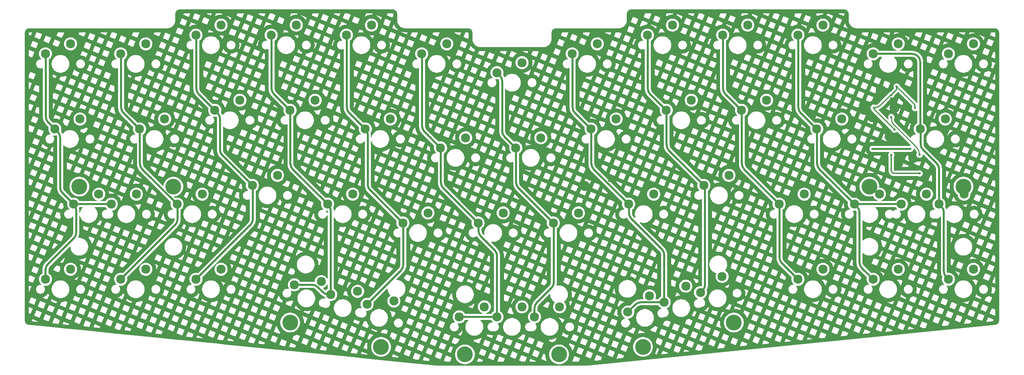
<source format=gbr>
%TF.GenerationSoftware,KiCad,Pcbnew,8.0.8*%
%TF.CreationDate,2025-03-15T15:28:53+01:00*%
%TF.ProjectId,wergob,77657267-6f62-42e6-9b69-6361645f7063,rev?*%
%TF.SameCoordinates,Original*%
%TF.FileFunction,Copper,L1,Top*%
%TF.FilePolarity,Positive*%
%FSLAX46Y46*%
G04 Gerber Fmt 4.6, Leading zero omitted, Abs format (unit mm)*
G04 Created by KiCad (PCBNEW 8.0.8) date 2025-03-15 15:28:53*
%MOMM*%
%LPD*%
G01*
G04 APERTURE LIST*
%TA.AperFunction,ComponentPad*%
%ADD10C,2.300000*%
%TD*%
%TA.AperFunction,ComponentPad*%
%ADD11C,4.000000*%
%TD*%
%TA.AperFunction,ViaPad*%
%ADD12C,0.600000*%
%TD*%
%TA.AperFunction,Conductor*%
%ADD13C,0.500000*%
%TD*%
%TA.AperFunction,Conductor*%
%ADD14C,0.350000*%
%TD*%
%TA.AperFunction,Conductor*%
%ADD15C,0.250000*%
%TD*%
G04 APERTURE END LIST*
D10*
%TO.P,MX51,1,1*%
%TO.N,COL0*%
X46196250Y-68897500D03*
%TO.P,MX51,2,2*%
%TO.N,Net-(D26-A)*%
X52546250Y-66357500D03*
%TD*%
%TO.P,MX11,1,1*%
%TO.N,COL10*%
X220027500Y-26035000D03*
%TO.P,MX11,2,2*%
%TO.N,Net-(D11-A)*%
X226377500Y-23495000D03*
%TD*%
%TO.P,MX28,1,1*%
%TO.N,COL2*%
X81915000Y-64135000D03*
%TO.P,MX28,2,2*%
%TO.N,Net-(D28-A)*%
X88265000Y-61595000D03*
%TD*%
%TO.P,MX27,1,1*%
%TO.N,COL1*%
X62865000Y-68897500D03*
%TO.P,MX27,2,2*%
%TO.N,Net-(D27-A)*%
X69215000Y-66357500D03*
%TD*%
%TO.P,MX9,1,1*%
%TO.N,COL8*%
X181927500Y-26035000D03*
%TO.P,MX9,2,2*%
%TO.N,Net-(D9-A)*%
X188277500Y-23495000D03*
%TD*%
%TO.P,MX49,1,1*%
%TO.N,COL11*%
X258127500Y-87947500D03*
%TO.P,MX49,2,2*%
%TO.N,Net-(D49-A)*%
X264477500Y-85407500D03*
%TD*%
%TO.P,MX40,1,1*%
%TO.N,COL2*%
X67627500Y-87947500D03*
%TO.P,MX40,2,2*%
%TO.N,Net-(D40-A)*%
X73977500Y-85407500D03*
%TD*%
%TO.P,MX53,1,1*%
%TO.N,COL5*%
X143827500Y-97472500D03*
%TO.P,MX53,2,2*%
%TO.N,Net-(D43-A)*%
X150177500Y-94932500D03*
%TD*%
%TO.P,MX36,1,1*%
%TO.N,COL10*%
X234315000Y-68897500D03*
%TO.P,MX36,2,2*%
%TO.N,Net-(D36-A)*%
X240665000Y-66357500D03*
%TD*%
%TO.P,MX8,1,1*%
%TO.N,COL7*%
X162877500Y-30797500D03*
%TO.P,MX8,2,2*%
%TO.N,Net-(D8-A)*%
X169227500Y-28257500D03*
%TD*%
%TO.P,MX33,1,1*%
%TO.N,COL7*%
X177165000Y-68897500D03*
%TO.P,MX33,2,2*%
%TO.N,Net-(D33-A)*%
X183515000Y-66357500D03*
%TD*%
%TO.P,MX39,1,1*%
%TO.N,COL1*%
X48577500Y-87947500D03*
%TO.P,MX39,2,2*%
%TO.N,Net-(D39-A)*%
X54927500Y-85407500D03*
%TD*%
%TO.P,MX38,1,1*%
%TO.N,COL0*%
X29527500Y-87947500D03*
%TO.P,MX38,2,2*%
%TO.N,Net-(D38-A)*%
X35877500Y-85407500D03*
%TD*%
%TO.P,MX31,1,1*%
%TO.N,COL5*%
X139065000Y-73660000D03*
%TO.P,MX31,2,2*%
%TO.N,Net-(D31-A)*%
X145415000Y-71120000D03*
%TD*%
%TO.P,MX32,1,1*%
%TO.N,COL6*%
X158115000Y-73660000D03*
%TO.P,MX32,2,2*%
%TO.N,Net-(D32-A)*%
X164465000Y-71120000D03*
%TD*%
D11*
%TO.P,S3,*%
%TO.N,*%
X203808405Y-98915428D03*
X180807297Y-105078556D03*
%TD*%
D10*
%TO.P,MX16,1,1*%
%TO.N,COL2*%
X72390000Y-45085000D03*
%TO.P,MX16,2,2*%
%TO.N,Net-(D16-A)*%
X78740000Y-42545000D03*
%TD*%
D11*
%TO.P,S1,*%
%TO.N,*%
X114467703Y-105078556D03*
X91466595Y-98915428D03*
%TD*%
D10*
%TO.P,MX47,1,1*%
%TO.N,COL9*%
X220027500Y-87947500D03*
%TO.P,MX47,2,2*%
%TO.N,Net-(D47-A)*%
X226377500Y-85407500D03*
%TD*%
%TO.P,MX54,1,1*%
%TO.N,COL7*%
X186162422Y-93782649D03*
%TO.P,MX54,2,2*%
%TO.N,Net-(D45-A)*%
X191638651Y-89685696D03*
%TD*%
%TO.P,MX23,1,1*%
%TO.N,COL9*%
X205740000Y-45085000D03*
%TO.P,MX23,2,2*%
%TO.N,Net-(D23-A)*%
X212090000Y-42545000D03*
%TD*%
D11*
%TO.P,S5,*%
%TO.N,*%
X38100000Y-64452500D03*
X61912500Y-64452500D03*
%TD*%
D10*
%TO.P,MX37,1,1*%
%TO.N,COL11*%
X255746250Y-68897500D03*
%TO.P,MX37,2,2*%
%TO.N,Net-(D37-A)*%
X262096250Y-66357500D03*
%TD*%
%TO.P,MX17,1,1*%
%TO.N,COL3*%
X91440000Y-45085000D03*
%TO.P,MX17,2,2*%
%TO.N,Net-(D17-A)*%
X97790000Y-42545000D03*
%TD*%
%TO.P,MX25,1,1*%
%TO.N,COL11*%
X250983750Y-49847500D03*
%TO.P,MX25,2,2*%
%TO.N,Net-(D25-A)*%
X257333750Y-47307500D03*
%TD*%
%TO.P,MX34,1,1*%
%TO.N,COL8*%
X196215000Y-64135000D03*
%TO.P,MX34,2,2*%
%TO.N,Net-(D34-A)*%
X202565000Y-61595000D03*
%TD*%
%TO.P,MX52,1,1*%
%TO.N,COL3*%
X101752223Y-91810448D03*
%TO.P,MX52,2,2*%
%TO.N,Net-(D41-A)*%
X108543252Y-91000497D03*
%TD*%
%TO.P,MX3,1,1*%
%TO.N,COL2*%
X67627500Y-26035000D03*
%TO.P,MX3,2,2*%
%TO.N,Net-(D3-A)*%
X73977500Y-23495000D03*
%TD*%
%TO.P,MX7,1,1*%
%TO.N,COL6*%
X143827500Y-35560000D03*
%TO.P,MX7,2,2*%
%TO.N,Net-(D7-A)*%
X150177500Y-33020000D03*
%TD*%
%TO.P,MX21,1,1*%
%TO.N,COL7*%
X167640000Y-49847500D03*
%TO.P,MX21,2,2*%
%TO.N,Net-(D21-A)*%
X173990000Y-47307500D03*
%TD*%
%TO.P,MX12,1,1*%
%TO.N,COL11*%
X239077500Y-30797500D03*
%TO.P,MX12,2,2*%
%TO.N,Net-(D12-A)*%
X245427500Y-28257500D03*
%TD*%
%TO.P,MX14,1,1*%
%TO.N,COL0*%
X31908750Y-49847500D03*
%TO.P,MX14,2,2*%
%TO.N,Net-(D14-A)*%
X38258750Y-47307500D03*
%TD*%
D11*
%TO.P,S4,*%
%TO.N,*%
X238125000Y-64452500D03*
X261937500Y-64452500D03*
%TD*%
D10*
%TO.P,MX13,1,1*%
%TO.N,COL12*%
X258127500Y-30797500D03*
%TO.P,MX13,2,2*%
%TO.N,Net-(D13-A)*%
X264477500Y-28257500D03*
%TD*%
%TO.P,MX45,1,1*%
%TO.N,COL7*%
X176961979Y-96247900D03*
%TO.P,MX45,2,2*%
%TO.N,Net-(D45-A)*%
X182438207Y-92150947D03*
%TD*%
%TO.P,MX20,1,1*%
%TO.N,COL6*%
X148590000Y-54610000D03*
%TO.P,MX20,2,2*%
%TO.N,Net-(D20-A)*%
X154940000Y-52070000D03*
%TD*%
%TO.P,MX26,1,1*%
%TO.N,COL0*%
X36671250Y-68897500D03*
%TO.P,MX26,2,2*%
%TO.N,Net-(D26-A)*%
X43021250Y-66357500D03*
%TD*%
%TO.P,MX5,1,1*%
%TO.N,COL4*%
X105727500Y-26035000D03*
%TO.P,MX5,2,2*%
%TO.N,Net-(D5-A)*%
X112077500Y-23495000D03*
%TD*%
%TO.P,MX15,1,1*%
%TO.N,COL1*%
X53340000Y-49847500D03*
%TO.P,MX15,2,2*%
%TO.N,Net-(D15-A)*%
X59690000Y-47307500D03*
%TD*%
%TO.P,MX43,1,1*%
%TO.N,COL5*%
X134302500Y-97472500D03*
%TO.P,MX43,2,2*%
%TO.N,Net-(D43-A)*%
X140652500Y-94932500D03*
%TD*%
%TO.P,MX2,1,1*%
%TO.N,COL1*%
X48577500Y-30797500D03*
%TO.P,MX2,2,2*%
%TO.N,Net-(D2-A)*%
X54927500Y-28257500D03*
%TD*%
%TO.P,MX19,1,1*%
%TO.N,COL5*%
X129540000Y-54610000D03*
%TO.P,MX19,2,2*%
%TO.N,Net-(D19-A)*%
X135890000Y-52070000D03*
%TD*%
%TO.P,MX41,1,1*%
%TO.N,COL3*%
X92551780Y-89345197D03*
%TO.P,MX41,2,2*%
%TO.N,Net-(D41-A)*%
X99342810Y-88535246D03*
%TD*%
%TO.P,MX6,1,1*%
%TO.N,COL5*%
X124777500Y-30797500D03*
%TO.P,MX6,2,2*%
%TO.N,Net-(D6-A)*%
X131127500Y-28257500D03*
%TD*%
%TO.P,MX29,1,1*%
%TO.N,COL3*%
X100965000Y-68897500D03*
%TO.P,MX29,2,2*%
%TO.N,Net-(D29-A)*%
X107315000Y-66357500D03*
%TD*%
%TO.P,MX50,1,1*%
%TO.N,COL10*%
X246221250Y-68897500D03*
%TO.P,MX50,2,2*%
%TO.N,Net-(D36-A)*%
X252571250Y-66357500D03*
%TD*%
%TO.P,MX18,1,1*%
%TO.N,COL4*%
X110490000Y-49847500D03*
%TO.P,MX18,2,2*%
%TO.N,Net-(D18-A)*%
X116840000Y-47307500D03*
%TD*%
%TO.P,MX42,1,1*%
%TO.N,COL4*%
X110952666Y-94275699D03*
%TO.P,MX42,2,2*%
%TO.N,Net-(D42-A)*%
X117743696Y-93465748D03*
%TD*%
%TO.P,MX44,1,1*%
%TO.N,COL6*%
X153352500Y-97472500D03*
%TO.P,MX44,2,2*%
%TO.N,Net-(D44-A)*%
X159702500Y-94932500D03*
%TD*%
%TO.P,MX4,1,1*%
%TO.N,COL3*%
X86677500Y-26035000D03*
%TO.P,MX4,2,2*%
%TO.N,Net-(D4-A)*%
X93027500Y-23495000D03*
%TD*%
%TO.P,MX24,1,1*%
%TO.N,COL10*%
X224790000Y-49847500D03*
%TO.P,MX24,2,2*%
%TO.N,Net-(D24-A)*%
X231140000Y-47307500D03*
%TD*%
%TO.P,MX1,1,1*%
%TO.N,COL0*%
X29527500Y-30797500D03*
%TO.P,MX1,2,2*%
%TO.N,Net-(D1-A)*%
X35877500Y-28257500D03*
%TD*%
%TO.P,MX46,1,1*%
%TO.N,COL8*%
X195362865Y-91317398D03*
%TO.P,MX46,2,2*%
%TO.N,Net-(D46-A)*%
X200839093Y-87220445D03*
%TD*%
%TO.P,MX30,1,1*%
%TO.N,COL4*%
X120015000Y-73660000D03*
%TO.P,MX30,2,2*%
%TO.N,Net-(D30-A)*%
X126365000Y-71120000D03*
%TD*%
%TO.P,MX35,1,1*%
%TO.N,COL9*%
X215265000Y-68897500D03*
%TO.P,MX35,2,2*%
%TO.N,Net-(D35-A)*%
X221615000Y-66357500D03*
%TD*%
%TO.P,MX48,1,1*%
%TO.N,COL10*%
X239077500Y-87947500D03*
%TO.P,MX48,2,2*%
%TO.N,Net-(D48-A)*%
X245427500Y-85407500D03*
%TD*%
%TO.P,MX10,1,1*%
%TO.N,COL9*%
X200977500Y-26035000D03*
%TO.P,MX10,2,2*%
%TO.N,Net-(D10-A)*%
X207327500Y-23495000D03*
%TD*%
D11*
%TO.P,S2,*%
%TO.N,*%
X159543750Y-106997500D03*
X135731250Y-106997500D03*
%TD*%
D10*
%TO.P,MX22,1,1*%
%TO.N,COL8*%
X186690000Y-45085000D03*
%TO.P,MX22,2,2*%
%TO.N,Net-(D22-A)*%
X193040000Y-42545000D03*
%TD*%
D12*
%TO.N,ROW1*%
X248500000Y-54884780D03*
X238918750Y-54884780D03*
%TO.N,+3V3*%
X239209329Y-44459428D03*
X245024173Y-39092501D03*
X243636183Y-41229933D03*
X249664945Y-44525431D03*
X250825000Y-61118750D03*
X243681250Y-56428530D03*
X244475000Y-50006250D03*
%TO.N,GND*%
X243945260Y-36772320D03*
X244475000Y-44450000D03*
X243629957Y-42029908D03*
X238918750Y-46831250D03*
X252110773Y-44512859D03*
X241050156Y-39969326D03*
X172318231Y-62990069D03*
X240406250Y-53528147D03*
X245373516Y-53550026D03*
X245034423Y-36698228D03*
X166112500Y-64293750D03*
X236752975Y-44921988D03*
X243259541Y-51799469D03*
X243277230Y-50804190D03*
X236752975Y-43897375D03*
X249237500Y-57150000D03*
%TO.N,BOOT0*%
X250825000Y-56356250D03*
X243681250Y-46831250D03*
%TD*%
D13*
%TO.N,ROW1*%
X248500000Y-54884780D02*
X238918750Y-54884780D01*
%TO.N,COL0*%
X29632500Y-30902500D02*
X29632500Y-46742823D01*
X29527500Y-87947500D02*
X29527500Y-85566520D01*
X29527500Y-30797500D02*
X29632500Y-30902500D01*
X30113287Y-84152306D02*
X36720464Y-77545129D01*
X37306250Y-76130916D02*
X37306250Y-70360927D01*
X30218287Y-48157037D02*
X31908750Y-49847500D01*
X32639063Y-50577813D02*
X31908750Y-49847500D01*
X36720463Y-68946713D02*
X36671250Y-68897500D01*
X33224850Y-64622673D02*
X33224850Y-51992027D01*
X36671250Y-68897500D02*
X46196250Y-68897500D01*
X36671250Y-68897500D02*
X33810636Y-66036886D01*
X30113287Y-84152306D02*
G75*
G03*
X29527514Y-85566520I1414213J-1414194D01*
G01*
X37306250Y-76130916D02*
G75*
G02*
X36720446Y-77545111I-1999950J16D01*
G01*
X33810636Y-66036886D02*
G75*
G02*
X33224855Y-64622673I1414164J1414186D01*
G01*
X37306250Y-70360927D02*
G75*
G03*
X36720466Y-68946710I-1999950J27D01*
G01*
X33224850Y-51992027D02*
G75*
G03*
X32639066Y-50577810I-1999950J27D01*
G01*
X29632500Y-46742823D02*
G75*
G03*
X30218298Y-48157026I2000000J23D01*
G01*
%TO.N,COL1*%
X48682500Y-30902500D02*
X48577500Y-30797500D01*
X48577500Y-87947500D02*
X62384214Y-74140786D01*
X53445000Y-49952500D02*
X53340000Y-49847500D01*
X53340000Y-49847500D02*
X49268286Y-45775786D01*
X62865000Y-68897500D02*
X54030786Y-60063286D01*
X62970000Y-69002500D02*
X62865000Y-68897500D01*
X48682500Y-44361573D02*
X48682500Y-30902500D01*
X53445000Y-58649073D02*
X53445000Y-49952500D01*
X62970000Y-72726573D02*
X62970000Y-69002500D01*
X49268286Y-45775786D02*
G75*
G02*
X48682519Y-44361573I1414214J1414186D01*
G01*
X62970000Y-72726573D02*
G75*
G02*
X62384228Y-74140800I-2000000J-27D01*
G01*
X54030786Y-60063286D02*
G75*
G02*
X53445019Y-58649073I1414214J1414186D01*
G01*
%TO.N,COL2*%
X67732500Y-26140000D02*
X67627500Y-26035000D01*
X81915000Y-64135000D02*
X74291886Y-56511886D01*
X81915000Y-64135000D02*
X82020000Y-64240000D01*
X82020000Y-64240000D02*
X82020000Y-72726573D01*
X73706100Y-55097673D02*
X73706100Y-47229527D01*
X73120313Y-45815313D02*
X72390000Y-45085000D01*
X81434213Y-74140787D02*
X67627500Y-87947500D01*
X67732500Y-39599073D02*
X67732500Y-26140000D01*
X72390000Y-45085000D02*
X68318286Y-41013286D01*
X68318286Y-41013286D02*
G75*
G02*
X67732519Y-39599073I1414214J1414186D01*
G01*
X81434213Y-74140787D02*
G75*
G03*
X82019981Y-72726573I-1414213J1414187D01*
G01*
X74291886Y-56511886D02*
G75*
G02*
X73706119Y-55097673I1414214J1414186D01*
G01*
X73706100Y-47229527D02*
G75*
G03*
X73120327Y-45815299I-2000000J27D01*
G01*
%TO.N,COL3*%
X101166436Y-69098936D02*
X100965000Y-68897500D01*
X91545000Y-58649073D02*
X91545000Y-45190000D01*
X86782500Y-39599073D02*
X86782500Y-26140000D01*
X91545000Y-45190000D02*
X91440000Y-45085000D01*
X86782500Y-26140000D02*
X86677500Y-26035000D01*
X100965000Y-68897500D02*
X92130786Y-60063286D01*
X91440000Y-45085000D02*
X87368286Y-41013286D01*
X101183697Y-91810448D02*
X101752223Y-91810448D01*
X98475806Y-89930984D02*
X99769484Y-91224662D01*
X92551780Y-89345197D02*
X97061592Y-89345197D01*
X101752223Y-91810448D02*
X101752223Y-70513150D01*
X101183697Y-91810448D02*
G75*
G02*
X99769475Y-91224671I3J2000048D01*
G01*
X92130786Y-60063286D02*
G75*
G02*
X91545019Y-58649073I1414214J1414186D01*
G01*
X101752223Y-70513150D02*
G75*
G03*
X101166466Y-69098906I-2000023J50D01*
G01*
X98475806Y-89930984D02*
G75*
G03*
X97061592Y-89345204I-1414206J-1414216D01*
G01*
X86782500Y-39599073D02*
G75*
G03*
X87368272Y-41013300I2000000J-27D01*
G01*
%TO.N,COL4*%
X120120000Y-84279938D02*
X120120000Y-73765000D01*
X110952666Y-94275699D02*
X119534214Y-85694151D01*
X111125000Y-63941573D02*
X111125000Y-51310927D01*
X110539213Y-49896713D02*
X110490000Y-49847500D01*
X110490000Y-49847500D02*
X106418286Y-45775786D01*
X120015000Y-73660000D02*
X111710786Y-65355786D01*
X120120000Y-73765000D02*
X120015000Y-73660000D01*
X105832500Y-26140000D02*
X105727500Y-26035000D01*
X105832500Y-44361573D02*
X105832500Y-26140000D01*
X111125000Y-63941573D02*
G75*
G03*
X111710772Y-65355800I2000000J-27D01*
G01*
X111125000Y-51310927D02*
G75*
G03*
X110539227Y-49896699I-2000000J27D01*
G01*
X119534214Y-85694151D02*
G75*
G03*
X120120027Y-84279938I-1414214J1414251D01*
G01*
X105832500Y-44361573D02*
G75*
G03*
X106418272Y-45775800I2000000J-27D01*
G01*
%TO.N,COL5*%
X129540000Y-54610000D02*
X125468286Y-50538286D01*
X143827500Y-97472500D02*
X143827500Y-81949677D01*
X129645000Y-63411573D02*
X129645000Y-54715000D01*
X134302500Y-97472500D02*
X143827500Y-97472500D01*
X129645000Y-54715000D02*
X129540000Y-54610000D01*
X143241713Y-80535463D02*
X139755786Y-77049536D01*
X124882500Y-30902500D02*
X124777500Y-30797500D01*
X124882500Y-49124073D02*
X124882500Y-30902500D01*
X139065000Y-73660000D02*
X130230786Y-64825786D01*
X139170000Y-73765000D02*
X139065000Y-73660000D01*
X139170000Y-75635323D02*
X139170000Y-73765000D01*
X143827500Y-81949677D02*
G75*
G03*
X143241702Y-80535474I-2000000J-23D01*
G01*
X130230786Y-64825786D02*
G75*
G02*
X129645019Y-63411573I1414214J1414186D01*
G01*
X139170000Y-75635323D02*
G75*
G03*
X139755797Y-77049525I2000000J23D01*
G01*
X125468286Y-50538286D02*
G75*
G02*
X124882519Y-49124073I1414214J1414186D01*
G01*
%TO.N,COL6*%
X148590000Y-54610000D02*
X145729386Y-51749386D01*
X148695000Y-54715000D02*
X148590000Y-54610000D01*
X158115000Y-73660000D02*
X149280786Y-64825786D01*
X148695000Y-63411573D02*
X148695000Y-54715000D01*
X158220000Y-73765000D02*
X158115000Y-73660000D01*
X153352500Y-97472500D02*
X153352500Y-95250270D01*
X153938287Y-93836056D02*
X157634214Y-90140129D01*
X144557813Y-36290313D02*
X143827500Y-35560000D01*
X158220000Y-88725916D02*
X158220000Y-73765000D01*
X145143600Y-50335173D02*
X145143600Y-37704527D01*
X144557813Y-36290313D02*
G75*
G02*
X145143581Y-37704527I-1414213J-1414187D01*
G01*
X145729386Y-51749386D02*
G75*
G02*
X145143619Y-50335173I1414214J1414186D01*
G01*
X158220000Y-88725916D02*
G75*
G02*
X157634206Y-90140121I-2000000J16D01*
G01*
X153938287Y-93836056D02*
G75*
G03*
X153352479Y-95250270I1414213J-1414244D01*
G01*
X149280786Y-64825786D02*
G75*
G02*
X148695019Y-63411573I1414214J1414186D01*
G01*
%TO.N,COL7*%
X185576635Y-80313679D02*
X177855786Y-72592830D01*
X167745000Y-49952500D02*
X167640000Y-49847500D01*
X177165000Y-68897500D02*
X168330786Y-60063286D01*
X162982500Y-30902500D02*
X162877500Y-30797500D01*
X177270000Y-69002500D02*
X177165000Y-68897500D01*
X167640000Y-49847500D02*
X163568286Y-45775786D01*
X162982500Y-44361573D02*
X162982500Y-30902500D01*
X186162422Y-93782649D02*
X186162422Y-81727893D01*
X177270000Y-71178617D02*
X177270000Y-69002500D01*
X167745000Y-58649073D02*
X167745000Y-49952500D01*
X176961979Y-96247900D02*
X178841444Y-94368435D01*
X180255657Y-93782649D02*
X186162422Y-93782649D01*
X163568286Y-45775786D02*
G75*
G02*
X162982519Y-44361573I1414214J1414186D01*
G01*
X185576635Y-80313679D02*
G75*
G02*
X186162420Y-81727893I-1414235J-1414221D01*
G01*
X177855786Y-72592830D02*
G75*
G02*
X177269988Y-71178617I1414214J1414230D01*
G01*
X178841444Y-94368435D02*
G75*
G02*
X180255657Y-93782604I1414256J-1414165D01*
G01*
X168330786Y-60063286D02*
G75*
G02*
X167745019Y-58649073I1414214J1414186D01*
G01*
%TO.N,COL8*%
X182032500Y-39599073D02*
X182032500Y-26140000D01*
X195362865Y-91317398D02*
X195927079Y-90753184D01*
X186795000Y-45190000D02*
X186690000Y-45085000D01*
X186795000Y-53886573D02*
X186795000Y-45190000D01*
X196215000Y-64135000D02*
X187380786Y-55300786D01*
X196512865Y-64432865D02*
X196215000Y-64135000D01*
X196512865Y-89338971D02*
X196512865Y-64432865D01*
X182032500Y-26140000D02*
X181927500Y-26035000D01*
X186690000Y-45085000D02*
X182618286Y-41013286D01*
X187380786Y-55300786D02*
G75*
G02*
X186795019Y-53886573I1414214J1414186D01*
G01*
X182618286Y-41013286D02*
G75*
G02*
X182032519Y-39599073I1414214J1414186D01*
G01*
X196512865Y-89338971D02*
G75*
G02*
X195927086Y-90753191I-1999965J-29D01*
G01*
%TO.N,COL9*%
X201082500Y-26140000D02*
X200977500Y-26035000D01*
X201082500Y-39599073D02*
X201082500Y-26140000D01*
X220027500Y-87947500D02*
X215955786Y-83875786D01*
X205845000Y-58649073D02*
X205845000Y-45190000D01*
X205740000Y-45085000D02*
X201668286Y-41013286D01*
X215370000Y-69002500D02*
X215265000Y-68897500D01*
X215370000Y-82461573D02*
X215370000Y-69002500D01*
X205845000Y-45190000D02*
X205740000Y-45085000D01*
X215265000Y-68897500D02*
X206430786Y-60063286D01*
X215955786Y-83875786D02*
G75*
G02*
X215370019Y-82461573I1414214J1414186D01*
G01*
X201082500Y-39599073D02*
G75*
G03*
X201668272Y-41013300I2000000J-27D01*
G01*
X205845000Y-58649073D02*
G75*
G03*
X206430772Y-60063300I2000000J-27D01*
G01*
%TO.N,COL10*%
X239077500Y-87947500D02*
X236216886Y-85086886D01*
X224895000Y-49952500D02*
X224790000Y-49847500D01*
X234315000Y-68897500D02*
X225480786Y-60063286D01*
X246221250Y-68897500D02*
X234315000Y-68897500D01*
X220132500Y-44361573D02*
X220132500Y-26140000D01*
X235631100Y-83672673D02*
X235631100Y-71042027D01*
X224790000Y-49847500D02*
X220718286Y-45775786D01*
X235045313Y-69627813D02*
X234315000Y-68897500D01*
X224895000Y-58649073D02*
X224895000Y-49952500D01*
X220132500Y-26140000D02*
X220027500Y-26035000D01*
X220132500Y-44361573D02*
G75*
G03*
X220718272Y-45775800I2000000J-27D01*
G01*
X236216886Y-85086886D02*
G75*
G02*
X235631119Y-83672673I1414214J1414186D01*
G01*
X225480786Y-60063286D02*
G75*
G02*
X224895019Y-58649073I1414214J1414186D01*
G01*
X235631100Y-71042027D02*
G75*
G03*
X235045327Y-69627799I-2000000J27D01*
G01*
%TO.N,COL11*%
X256391713Y-69542963D02*
X255746250Y-68897500D01*
X251088750Y-49952500D02*
X250983750Y-49847500D01*
X239077500Y-30797500D02*
X248983750Y-30797500D01*
X250983750Y-32797500D02*
X250983750Y-49847500D01*
X251088750Y-53677234D02*
X251088750Y-49952500D01*
X258127500Y-87947500D02*
X257563286Y-87383286D01*
X255746250Y-68897500D02*
X255746250Y-59991588D01*
X255160463Y-58577374D02*
X251674536Y-55091447D01*
X256977500Y-85969073D02*
X256977500Y-70957177D01*
X255746250Y-59991588D02*
G75*
G03*
X255160447Y-58577390I-1999950J-12D01*
G01*
X256391713Y-69542963D02*
G75*
G02*
X256977516Y-70957177I-1414213J-1414237D01*
G01*
X257563286Y-87383286D02*
G75*
G02*
X256977519Y-85969073I1414214J1414186D01*
G01*
X251674536Y-55091447D02*
G75*
G02*
X251088711Y-53677234I1414164J1414247D01*
G01*
X248983750Y-30797500D02*
G75*
G02*
X250983800Y-32797500I50J-2000000D01*
G01*
D14*
%TO.N,+3V3*%
X249412711Y-43481039D02*
X245024173Y-39092501D01*
X243475337Y-41229933D02*
X240831628Y-43873642D01*
X243636183Y-41229933D02*
X243475337Y-41229933D01*
X239417415Y-44459428D02*
X239209329Y-44459428D01*
X250825000Y-61118750D02*
X244350697Y-61118750D01*
X239408133Y-44939383D02*
X244475000Y-50006250D01*
X249664945Y-44089985D02*
X249664945Y-44525431D01*
X243636183Y-41229933D02*
X244914965Y-39951150D01*
X243681250Y-56428530D02*
X243681250Y-60449303D01*
X245024173Y-39092501D02*
X245024173Y-39687500D01*
X240831628Y-43873642D02*
G75*
G02*
X239417415Y-44459430I-1414228J1414242D01*
G01*
X249412711Y-43481039D02*
G75*
G02*
X249664966Y-44089985I-608911J-608961D01*
G01*
X239209329Y-44459428D02*
G75*
G03*
X239408144Y-44939372I678771J28D01*
G01*
X245024173Y-39687500D02*
G75*
G02*
X244914969Y-39951154I-372873J0D01*
G01*
X243681250Y-60449303D02*
G75*
G03*
X244350697Y-61118750I669450J3D01*
G01*
D15*
%TO.N,GND*%
X244475000Y-44450000D02*
X244475000Y-43703378D01*
X243889213Y-42289164D02*
X243629957Y-42029908D01*
X244475000Y-43703378D02*
G75*
G03*
X243889202Y-42289175I-2000000J-22D01*
G01*
%TO.N,BOOT0*%
X244255380Y-48706776D02*
X248774499Y-53225895D01*
X250825000Y-56199554D02*
X250825000Y-56356250D01*
X248791364Y-53232881D02*
X250054442Y-54495959D01*
X243681250Y-46831250D02*
X243684096Y-47034101D01*
X243684096Y-47034101D02*
X243729526Y-47437252D01*
X248774499Y-53225895D02*
X248791364Y-53232881D01*
X243729526Y-47437252D02*
G75*
G03*
X244255357Y-48706799I1795374J-48D01*
G01*
X250054442Y-54495959D02*
G75*
G02*
X250825020Y-56356250I-1860342J-1860341D01*
G01*
%TD*%
%TA.AperFunction,Conductor*%
%TO.N,GND*%
G36*
X245442227Y-40481702D02*
G01*
X245486574Y-40510203D01*
X248876443Y-43900072D01*
X248876487Y-43900121D01*
X248929328Y-43952957D01*
X248940019Y-43965147D01*
X248949516Y-43977521D01*
X248954648Y-43984209D01*
X248970835Y-44012246D01*
X248974591Y-44021314D01*
X248982060Y-44090784D01*
X248965026Y-44134735D01*
X248939154Y-44175912D01*
X248879578Y-44346168D01*
X248879575Y-44346181D01*
X248859380Y-44525427D01*
X248859380Y-44525434D01*
X248879575Y-44704680D01*
X248879576Y-44704685D01*
X248939156Y-44874954D01*
X249008119Y-44984707D01*
X249035129Y-45027693D01*
X249162683Y-45155247D01*
X249231685Y-45198604D01*
X249299794Y-45241400D01*
X249315423Y-45251220D01*
X249420420Y-45287960D01*
X249485690Y-45310799D01*
X249485695Y-45310800D01*
X249664941Y-45330996D01*
X249664945Y-45330996D01*
X249664949Y-45330996D01*
X249844194Y-45310800D01*
X249844197Y-45310799D01*
X249844200Y-45310799D01*
X250014467Y-45251220D01*
X250043278Y-45233117D01*
X250110514Y-45214117D01*
X250177350Y-45234485D01*
X250222564Y-45287752D01*
X250233250Y-45338111D01*
X250233250Y-48302210D01*
X250213565Y-48369249D01*
X250174040Y-48407937D01*
X250010615Y-48508084D01*
X250010612Y-48508085D01*
X249813061Y-48676811D01*
X249644338Y-48874359D01*
X249508593Y-49095876D01*
X249409177Y-49335889D01*
X249348528Y-49588509D01*
X249328146Y-49847500D01*
X249348528Y-50106490D01*
X249409177Y-50359110D01*
X249508593Y-50599123D01*
X249508595Y-50599127D01*
X249508596Y-50599128D01*
X249594451Y-50739231D01*
X249644338Y-50820640D01*
X249808538Y-51012894D01*
X249813061Y-51018189D01*
X249842943Y-51043710D01*
X249881136Y-51102216D01*
X249881635Y-51172084D01*
X249844281Y-51231131D01*
X249780934Y-51260609D01*
X249762411Y-51262000D01*
X249625171Y-51262000D01*
X249571991Y-51270423D01*
X249450193Y-51289714D01*
X249281710Y-51344456D01*
X249281707Y-51344457D01*
X249123859Y-51424886D01*
X249081404Y-51455732D01*
X248980536Y-51529017D01*
X248980534Y-51529019D01*
X248980533Y-51529019D01*
X248855269Y-51654283D01*
X248855269Y-51654284D01*
X248855267Y-51654286D01*
X248837297Y-51679020D01*
X248751136Y-51797609D01*
X248670707Y-51955457D01*
X248670706Y-51955462D01*
X248664065Y-51975900D01*
X248624626Y-52033574D01*
X248560267Y-52060771D01*
X248491421Y-52048855D01*
X248458454Y-52025260D01*
X246193237Y-49760043D01*
X247717746Y-49760043D01*
X248340996Y-50024596D01*
X248331684Y-49906261D01*
X248331398Y-49901399D01*
X248330242Y-49871967D01*
X248330146Y-49867100D01*
X248330146Y-49827900D01*
X248330242Y-49823033D01*
X248331398Y-49793601D01*
X248331684Y-49788739D01*
X248355143Y-49490652D01*
X248355621Y-49485800D01*
X248359088Y-49456520D01*
X248359756Y-49451695D01*
X248365891Y-49412977D01*
X248366747Y-49408185D01*
X248372490Y-49379321D01*
X248373532Y-49374572D01*
X248443328Y-49083852D01*
X248444558Y-49079140D01*
X248452553Y-49050792D01*
X248453966Y-49046134D01*
X248466079Y-49008853D01*
X248467675Y-49004249D01*
X248477871Y-48976613D01*
X248479645Y-48972082D01*
X248594066Y-48695842D01*
X248596018Y-48691379D01*
X248608355Y-48664619D01*
X248610482Y-48660235D01*
X248628280Y-48625308D01*
X248630572Y-48621018D01*
X248644959Y-48595328D01*
X248647421Y-48591128D01*
X248680573Y-48537026D01*
X248304625Y-48377445D01*
X247717746Y-49760043D01*
X246193237Y-49760043D01*
X244708269Y-48275075D01*
X244701130Y-48267935D01*
X244694525Y-48260790D01*
X244584804Y-48132318D01*
X244573368Y-48116576D01*
X244487650Y-47976692D01*
X244478819Y-47959360D01*
X244467843Y-47932860D01*
X245777438Y-47932860D01*
X246922921Y-49078343D01*
X247385960Y-47987496D01*
X246003362Y-47400617D01*
X245777438Y-47932860D01*
X244467843Y-47932860D01*
X244416038Y-47807783D01*
X244410030Y-47789291D01*
X244371733Y-47629759D01*
X244368692Y-47610556D01*
X244356906Y-47460748D01*
X244356962Y-47440616D01*
X244357991Y-47428428D01*
X244355805Y-47409040D01*
X244355026Y-47395152D01*
X244355026Y-47392789D01*
X244355028Y-47361319D01*
X244350311Y-47342181D01*
X244353380Y-47272382D01*
X244365710Y-47246544D01*
X244407039Y-47180772D01*
X244466618Y-47010505D01*
X244467482Y-47002839D01*
X244486815Y-46831253D01*
X244486815Y-46831246D01*
X244466619Y-46652000D01*
X244466618Y-46651995D01*
X244442110Y-46581956D01*
X244407118Y-46481953D01*
X246393312Y-46481953D01*
X247775909Y-47068831D01*
X248338798Y-45742746D01*
X248309636Y-45713584D01*
X248304858Y-45708531D01*
X248276818Y-45677155D01*
X248272331Y-45671841D01*
X248243391Y-45635553D01*
X246980190Y-45099355D01*
X246393312Y-46481953D01*
X244407118Y-46481953D01*
X244407039Y-46481728D01*
X244399861Y-46470305D01*
X244359544Y-46406141D01*
X244311066Y-46328988D01*
X244183512Y-46201434D01*
X244166139Y-46190518D01*
X244030773Y-46105461D01*
X243860504Y-46045881D01*
X243860499Y-46045880D01*
X243681254Y-46025685D01*
X243681246Y-46025685D01*
X243502000Y-46045880D01*
X243501995Y-46045881D01*
X243331726Y-46105461D01*
X243178987Y-46201434D01*
X243051434Y-46328987D01*
X242955461Y-46481726D01*
X242895881Y-46651995D01*
X242895880Y-46652000D01*
X242875685Y-46831246D01*
X242875685Y-46831253D01*
X242895880Y-47010499D01*
X242895881Y-47010504D01*
X242955461Y-47180773D01*
X242962747Y-47192368D01*
X242981747Y-47259605D01*
X242961379Y-47326440D01*
X242908112Y-47371654D01*
X242838855Y-47380892D01*
X242775599Y-47351220D01*
X242770072Y-47346021D01*
X241035156Y-45611105D01*
X245004567Y-45611105D01*
X245036559Y-45643097D01*
X245041337Y-45648150D01*
X245069377Y-45679526D01*
X245073864Y-45684840D01*
X245108788Y-45728632D01*
X245112970Y-45734189D01*
X245137328Y-45768517D01*
X245141194Y-45774302D01*
X245266969Y-45974470D01*
X245270502Y-45980460D01*
X245288473Y-46012976D01*
X245474647Y-46092002D01*
X246061526Y-44709406D01*
X245742951Y-44574178D01*
X245733733Y-44673658D01*
X245729528Y-44696151D01*
X245671203Y-44901142D01*
X245662937Y-44922479D01*
X245567939Y-45113262D01*
X245555893Y-45132718D01*
X245427455Y-45302796D01*
X245412040Y-45319706D01*
X245254538Y-45463289D01*
X245236276Y-45477079D01*
X245055072Y-45589275D01*
X245034589Y-45599475D01*
X245004567Y-45611105D01*
X241035156Y-45611105D01*
X240509988Y-45085937D01*
X240476503Y-45024614D01*
X240481487Y-44954922D01*
X240523359Y-44898989D01*
X240543864Y-44886537D01*
X240713643Y-44804777D01*
X240796617Y-44752641D01*
X242319310Y-44752641D01*
X243158350Y-45108793D01*
X243179189Y-45101501D01*
X243272953Y-44880605D01*
X243220472Y-44696151D01*
X243216267Y-44673658D01*
X243196602Y-44461441D01*
X243196602Y-44438559D01*
X243216267Y-44226342D01*
X243220472Y-44203849D01*
X243278797Y-43998858D01*
X243287063Y-43977521D01*
X243382061Y-43786738D01*
X243394107Y-43767282D01*
X243502833Y-43623305D01*
X243464792Y-43607158D01*
X242319310Y-44752641D01*
X240796617Y-44752641D01*
X240968087Y-44644900D01*
X241201298Y-44458921D01*
X241203026Y-44457543D01*
X241203026Y-44457542D01*
X241203031Y-44457539D01*
X241309276Y-44351295D01*
X241363095Y-44297477D01*
X241363095Y-44297476D01*
X241373297Y-44287275D01*
X241373304Y-44287265D01*
X242456706Y-43203863D01*
X245068878Y-43203863D01*
X246451475Y-43790741D01*
X246720930Y-43155943D01*
X245575447Y-42010460D01*
X245068878Y-43203863D01*
X242456706Y-43203863D01*
X243592981Y-42067588D01*
X243654302Y-42034105D01*
X243666777Y-42032051D01*
X243815432Y-42015302D01*
X243815435Y-42015301D01*
X243815438Y-42015301D01*
X243985705Y-41955722D01*
X244138445Y-41859749D01*
X244265999Y-41732195D01*
X244361972Y-41579455D01*
X244417222Y-41421556D01*
X244446580Y-41374835D01*
X245311214Y-40510201D01*
X245372535Y-40476718D01*
X245442227Y-40481702D01*
G37*
%TD.AperFunction*%
%TA.AperFunction,Conductor*%
G36*
X117480394Y-19550971D02*
G01*
X117652946Y-19566068D01*
X117674231Y-19569821D01*
X117731454Y-19585153D01*
X117836302Y-19613247D01*
X117856603Y-19620636D01*
X117984620Y-19680331D01*
X118008665Y-19691544D01*
X118027384Y-19702351D01*
X118164827Y-19798590D01*
X118181384Y-19812484D01*
X118300015Y-19931115D01*
X118313909Y-19947672D01*
X118410148Y-20085115D01*
X118420955Y-20103834D01*
X118491860Y-20255889D01*
X118499253Y-20276201D01*
X118542678Y-20438268D01*
X118546431Y-20459553D01*
X118561528Y-20632104D01*
X118562000Y-20642912D01*
X118562000Y-22361848D01*
X118562001Y-22361865D01*
X118597365Y-22630487D01*
X118597726Y-22633223D01*
X118627241Y-22743372D01*
X118668568Y-22897606D01*
X118773309Y-23150473D01*
X118773313Y-23150483D01*
X118910165Y-23387519D01*
X119076788Y-23604666D01*
X119076794Y-23604673D01*
X119270326Y-23798205D01*
X119270333Y-23798211D01*
X119487480Y-23964834D01*
X119724516Y-24101686D01*
X119724517Y-24101686D01*
X119724520Y-24101688D01*
X119977394Y-24206432D01*
X120241777Y-24277274D01*
X120513145Y-24313000D01*
X120584108Y-24313000D01*
X136459108Y-24313000D01*
X136519588Y-24313000D01*
X136530394Y-24313471D01*
X136702946Y-24328568D01*
X136724231Y-24332321D01*
X136771069Y-24344871D01*
X136886302Y-24375747D01*
X136906603Y-24383136D01*
X136969857Y-24412632D01*
X137058665Y-24454044D01*
X137077384Y-24464851D01*
X137214827Y-24561090D01*
X137231384Y-24574984D01*
X137350015Y-24693615D01*
X137363909Y-24710172D01*
X137460148Y-24847615D01*
X137470955Y-24866334D01*
X137541860Y-25018389D01*
X137549253Y-25038701D01*
X137592678Y-25200768D01*
X137596431Y-25222053D01*
X137611528Y-25394604D01*
X137612000Y-25405412D01*
X137612000Y-27124348D01*
X137612001Y-27124365D01*
X137647034Y-27390472D01*
X137647726Y-27395723D01*
X137683974Y-27531000D01*
X137718568Y-27660106D01*
X137823309Y-27912973D01*
X137823313Y-27912983D01*
X137960165Y-28150019D01*
X138126788Y-28367166D01*
X138126794Y-28367173D01*
X138320326Y-28560705D01*
X138320333Y-28560711D01*
X138537480Y-28727334D01*
X138774516Y-28864186D01*
X138774517Y-28864186D01*
X138774520Y-28864188D01*
X139027394Y-28968932D01*
X139291777Y-29039774D01*
X139563145Y-29075500D01*
X139563152Y-29075500D01*
X155711848Y-29075500D01*
X155711855Y-29075500D01*
X155983223Y-29039774D01*
X156247606Y-28968932D01*
X156500480Y-28864188D01*
X156737520Y-28727334D01*
X156954668Y-28560710D01*
X157113564Y-28401814D01*
X159011343Y-28401814D01*
X160393940Y-28988692D01*
X160790606Y-28054207D01*
X164590695Y-28054207D01*
X165973292Y-28641086D01*
X166136115Y-28257500D01*
X167571896Y-28257500D01*
X167592278Y-28516490D01*
X167652927Y-28769110D01*
X167752343Y-29009123D01*
X167752345Y-29009127D01*
X167752346Y-29009128D01*
X167888088Y-29230640D01*
X168056811Y-29428189D01*
X168254360Y-29596912D01*
X168475872Y-29732654D01*
X168475874Y-29732654D01*
X168475876Y-29732656D01*
X168537193Y-29758054D01*
X168715890Y-29832073D01*
X168968506Y-29892721D01*
X169227500Y-29913104D01*
X169486494Y-29892721D01*
X169739110Y-29832073D01*
X169979128Y-29732654D01*
X170200640Y-29596912D01*
X170398189Y-29428189D01*
X170566912Y-29230640D01*
X170702654Y-29009128D01*
X170802073Y-28769110D01*
X170822643Y-28683429D01*
X172471309Y-28683429D01*
X173853906Y-29270307D01*
X174440785Y-27887710D01*
X173195210Y-27358994D01*
X175749399Y-27358994D01*
X177131996Y-27945873D01*
X177718875Y-26563275D01*
X176336277Y-25976397D01*
X175749399Y-27358994D01*
X173195210Y-27358994D01*
X173058187Y-27300831D01*
X172471309Y-28683429D01*
X170822643Y-28683429D01*
X170862721Y-28516494D01*
X170883104Y-28257500D01*
X170862721Y-27998506D01*
X170802073Y-27745890D01*
X170713459Y-27531957D01*
X170702656Y-27505876D01*
X170687029Y-27480375D01*
X170566912Y-27284360D01*
X170398189Y-27086811D01*
X170200640Y-26918088D01*
X169979128Y-26782346D01*
X169979127Y-26782345D01*
X169979123Y-26782343D01*
X169792039Y-26704851D01*
X169739110Y-26682927D01*
X169739111Y-26682927D01*
X169585853Y-26646133D01*
X169486494Y-26622279D01*
X169486492Y-26622278D01*
X169486491Y-26622278D01*
X169227500Y-26601896D01*
X168968509Y-26622278D01*
X168715889Y-26682927D01*
X168475876Y-26782343D01*
X168254359Y-26918088D01*
X168056811Y-27086811D01*
X167888088Y-27284359D01*
X167752343Y-27505876D01*
X167652927Y-27745889D01*
X167592278Y-27998509D01*
X167571896Y-28257500D01*
X166136115Y-28257500D01*
X166560171Y-27258488D01*
X165177573Y-26671610D01*
X164590695Y-28054207D01*
X160790606Y-28054207D01*
X160980819Y-27606095D01*
X159735244Y-27077379D01*
X162289433Y-27077379D01*
X163672030Y-27664258D01*
X164216245Y-26382167D01*
X173448137Y-26382167D01*
X174830734Y-26969045D01*
X175417613Y-25586447D01*
X174768700Y-25311000D01*
X173902821Y-25311000D01*
X173448137Y-26382167D01*
X164216245Y-26382167D01*
X164258908Y-26281660D01*
X163013334Y-25752945D01*
X165567522Y-25752945D01*
X166950120Y-26339824D01*
X167346785Y-25405339D01*
X171146875Y-25405339D01*
X172529472Y-25992217D01*
X172818633Y-25311000D01*
X171186920Y-25311000D01*
X171146875Y-25405339D01*
X167346785Y-25405339D01*
X167386830Y-25311000D01*
X165755118Y-25311000D01*
X165567522Y-25752945D01*
X163013334Y-25752945D01*
X162876311Y-25694782D01*
X162289433Y-27077379D01*
X159735244Y-27077379D01*
X159598221Y-27019216D01*
X159011343Y-28401814D01*
X157113564Y-28401814D01*
X157148210Y-28367168D01*
X157314834Y-28150020D01*
X157451688Y-27912980D01*
X157556432Y-27660106D01*
X157627274Y-27395723D01*
X157663000Y-27124355D01*
X157663000Y-26987500D01*
X157663000Y-26921608D01*
X157663000Y-26100552D01*
X159988170Y-26100552D01*
X161370768Y-26687430D01*
X161955028Y-25311000D01*
X160323316Y-25311000D01*
X159988170Y-26100552D01*
X157663000Y-26100552D01*
X157663000Y-25405412D01*
X157663472Y-25394605D01*
X157668916Y-25332383D01*
X157678568Y-25222051D01*
X157682321Y-25200768D01*
X157695762Y-25150604D01*
X157720647Y-25057732D01*
X176726227Y-25057732D01*
X178108824Y-25644611D01*
X178695703Y-24262013D01*
X177450128Y-23733298D01*
X180004317Y-23733298D01*
X180368290Y-23887796D01*
X180383577Y-23876689D01*
X180387574Y-23873904D01*
X180412084Y-23857526D01*
X180416187Y-23854899D01*
X180671127Y-23698672D01*
X180675328Y-23696209D01*
X180701018Y-23681822D01*
X180705308Y-23679530D01*
X180740235Y-23661732D01*
X180744619Y-23659605D01*
X180771379Y-23647268D01*
X180775842Y-23645316D01*
X181049349Y-23532027D01*
X182805652Y-23532027D01*
X183079158Y-23645316D01*
X183083621Y-23647268D01*
X183110381Y-23659605D01*
X183114765Y-23661732D01*
X183149692Y-23679530D01*
X183153982Y-23681822D01*
X183179672Y-23696209D01*
X183183873Y-23698672D01*
X183438813Y-23854899D01*
X183442916Y-23857526D01*
X183467426Y-23873904D01*
X183471423Y-23876689D01*
X183503136Y-23899732D01*
X183507016Y-23902669D01*
X183530132Y-23920893D01*
X183533894Y-23923981D01*
X183761243Y-24118156D01*
X183764883Y-24121391D01*
X183786513Y-24141386D01*
X183790022Y-24144760D01*
X183817740Y-24172478D01*
X183821114Y-24175987D01*
X183841109Y-24197617D01*
X183844344Y-24201257D01*
X184038519Y-24428606D01*
X184041607Y-24432368D01*
X184050437Y-24443569D01*
X184275054Y-23914407D01*
X183286995Y-23495000D01*
X186621896Y-23495000D01*
X186642278Y-23753990D01*
X186702927Y-24006610D01*
X186802343Y-24246623D01*
X186802345Y-24246627D01*
X186802346Y-24246628D01*
X186938088Y-24468140D01*
X187106811Y-24665689D01*
X187304360Y-24834412D01*
X187525872Y-24970154D01*
X187525874Y-24970154D01*
X187525876Y-24970156D01*
X187577012Y-24991337D01*
X187765890Y-25069573D01*
X188018506Y-25130221D01*
X188277500Y-25150604D01*
X188536494Y-25130221D01*
X188789110Y-25069573D01*
X189029128Y-24970154D01*
X189250640Y-24834412D01*
X189448189Y-24665689D01*
X189616912Y-24468140D01*
X189752654Y-24246628D01*
X189852073Y-24006610D01*
X189912721Y-23753994D01*
X189933104Y-23495000D01*
X189912721Y-23236006D01*
X189865204Y-23038085D01*
X191163021Y-23038085D01*
X192545618Y-23624963D01*
X193132497Y-22242366D01*
X191886925Y-21713651D01*
X194441111Y-21713651D01*
X195823708Y-22300529D01*
X196410587Y-20917932D01*
X195540260Y-20548500D01*
X194935689Y-20548500D01*
X194441111Y-21713651D01*
X191886925Y-21713651D01*
X191749899Y-21655487D01*
X191163021Y-23038085D01*
X189865204Y-23038085D01*
X189852073Y-22983390D01*
X189778104Y-22804813D01*
X189752656Y-22743376D01*
X189749865Y-22738822D01*
X189616912Y-22521860D01*
X189448189Y-22324311D01*
X189250640Y-22155588D01*
X189029128Y-22019846D01*
X189029127Y-22019845D01*
X189029123Y-22019843D01*
X188863105Y-21951077D01*
X188789110Y-21920427D01*
X188789111Y-21920427D01*
X188649590Y-21886931D01*
X188536494Y-21859779D01*
X188536492Y-21859778D01*
X188536491Y-21859778D01*
X188277500Y-21839396D01*
X188018509Y-21859778D01*
X187765889Y-21920427D01*
X187525876Y-22019843D01*
X187304359Y-22155588D01*
X187106811Y-22324311D01*
X186938088Y-22521859D01*
X186802343Y-22743376D01*
X186702927Y-22983389D01*
X186642278Y-23236009D01*
X186621896Y-23495000D01*
X183286995Y-23495000D01*
X182892457Y-23327528D01*
X182805652Y-23532027D01*
X181049349Y-23532027D01*
X181052082Y-23530895D01*
X181056613Y-23529121D01*
X181084249Y-23518925D01*
X181088853Y-23517329D01*
X181126134Y-23505216D01*
X181130792Y-23503803D01*
X181159140Y-23495808D01*
X181163852Y-23494578D01*
X181454572Y-23424782D01*
X181459321Y-23423740D01*
X181488185Y-23417997D01*
X181492977Y-23417141D01*
X181531695Y-23411006D01*
X181536520Y-23410338D01*
X181565800Y-23406871D01*
X181570652Y-23406393D01*
X181781847Y-23389771D01*
X181973792Y-22937579D01*
X180728220Y-22408864D01*
X183282407Y-22408864D01*
X184665004Y-22995742D01*
X185251883Y-21613145D01*
X184006308Y-21084429D01*
X186560497Y-21084429D01*
X186904201Y-21230323D01*
X187021128Y-21158671D01*
X187025328Y-21156209D01*
X187051018Y-21141822D01*
X187055308Y-21139530D01*
X187090235Y-21121732D01*
X187094619Y-21119605D01*
X187121379Y-21107268D01*
X187125842Y-21105316D01*
X187263302Y-21048379D01*
X189291700Y-21048379D01*
X189429158Y-21105316D01*
X189433621Y-21107268D01*
X189460381Y-21119605D01*
X189464765Y-21121732D01*
X189499692Y-21139530D01*
X189503982Y-21141822D01*
X189529672Y-21156209D01*
X189533873Y-21158672D01*
X189788813Y-21314899D01*
X189792916Y-21317526D01*
X189817426Y-21333904D01*
X189821423Y-21336689D01*
X189853136Y-21359732D01*
X189857016Y-21362669D01*
X189880132Y-21380893D01*
X189883894Y-21383981D01*
X190111243Y-21578156D01*
X190114883Y-21581391D01*
X190136513Y-21601386D01*
X190140022Y-21604760D01*
X190167740Y-21632478D01*
X190171114Y-21635987D01*
X190191109Y-21657617D01*
X190194344Y-21661257D01*
X190388519Y-21888606D01*
X190391607Y-21892368D01*
X190409831Y-21915484D01*
X190412768Y-21919364D01*
X190435811Y-21951077D01*
X190438596Y-21955074D01*
X190454974Y-21979584D01*
X190457601Y-21983687D01*
X190498245Y-22050012D01*
X190831235Y-21265538D01*
X189585660Y-20736823D01*
X192139849Y-20736823D01*
X193522446Y-21323701D01*
X193851501Y-20548500D01*
X192219788Y-20548500D01*
X192139849Y-20736823D01*
X189585660Y-20736823D01*
X189448637Y-20678660D01*
X189291700Y-21048379D01*
X187263302Y-21048379D01*
X187402082Y-20990895D01*
X187406613Y-20989121D01*
X187434249Y-20978925D01*
X187438853Y-20977329D01*
X187476134Y-20965216D01*
X187480792Y-20963803D01*
X187509140Y-20955808D01*
X187513852Y-20954578D01*
X187804572Y-20884782D01*
X187809321Y-20883740D01*
X187838185Y-20877997D01*
X187842977Y-20877141D01*
X187881695Y-20871006D01*
X187886520Y-20870338D01*
X187915800Y-20866871D01*
X187920652Y-20866393D01*
X188218739Y-20842934D01*
X188223601Y-20842648D01*
X188253033Y-20841492D01*
X188257900Y-20841396D01*
X188295370Y-20841396D01*
X188419698Y-20548500D01*
X186787986Y-20548500D01*
X186560497Y-21084429D01*
X184006308Y-21084429D01*
X183869285Y-21026266D01*
X183282407Y-22408864D01*
X180728220Y-22408864D01*
X180591195Y-22350700D01*
X180004317Y-23733298D01*
X177450128Y-23733298D01*
X177343676Y-23688112D01*
X177220962Y-23900663D01*
X177218875Y-23904147D01*
X177209486Y-23919243D01*
X176726227Y-25057732D01*
X157720647Y-25057732D01*
X157725748Y-25038693D01*
X157733135Y-25018399D01*
X157804045Y-24866330D01*
X157814851Y-24847615D01*
X157824097Y-24834411D01*
X157911094Y-24710166D01*
X157924978Y-24693621D01*
X158043621Y-24574978D01*
X158060166Y-24561094D01*
X158197618Y-24464849D01*
X158216330Y-24454045D01*
X158368399Y-24383135D01*
X158388693Y-24375748D01*
X158550768Y-24332320D01*
X158572051Y-24328568D01*
X158744605Y-24313471D01*
X158755412Y-24313000D01*
X174761848Y-24313000D01*
X174761855Y-24313000D01*
X175033223Y-24277274D01*
X175297606Y-24206432D01*
X175550480Y-24101688D01*
X175787520Y-23964834D01*
X176004668Y-23798210D01*
X176198210Y-23604668D01*
X176364834Y-23387520D01*
X176501688Y-23150480D01*
X176606432Y-22897606D01*
X176644250Y-22756470D01*
X177703054Y-22756470D01*
X179085652Y-23343349D01*
X179672530Y-21960751D01*
X178426956Y-21432036D01*
X180981144Y-21432036D01*
X182363742Y-22018914D01*
X182950620Y-20636317D01*
X182743736Y-20548500D01*
X181356184Y-20548500D01*
X180981144Y-21432036D01*
X178426956Y-21432036D01*
X178289933Y-21373873D01*
X177703054Y-22756470D01*
X176644250Y-22756470D01*
X176677274Y-22633223D01*
X176713000Y-22361855D01*
X176713000Y-22225000D01*
X176713000Y-22159108D01*
X176713000Y-20642912D01*
X176713472Y-20632105D01*
X176714647Y-20618669D01*
X176728568Y-20459551D01*
X176732321Y-20438268D01*
X176775748Y-20276193D01*
X176783135Y-20255899D01*
X176854045Y-20103830D01*
X176864851Y-20085115D01*
X176961094Y-19947666D01*
X176974978Y-19931121D01*
X177093621Y-19812478D01*
X177110166Y-19798594D01*
X177247618Y-19702349D01*
X177266330Y-19691545D01*
X177418399Y-19620635D01*
X177438693Y-19613248D01*
X177600768Y-19569820D01*
X177622051Y-19566068D01*
X177794605Y-19550971D01*
X177805412Y-19550500D01*
X177865892Y-19550500D01*
X231709108Y-19550500D01*
X231769588Y-19550500D01*
X231780394Y-19550971D01*
X231952946Y-19566068D01*
X231974231Y-19569821D01*
X232031454Y-19585153D01*
X232136302Y-19613247D01*
X232156603Y-19620636D01*
X232284620Y-19680331D01*
X232308665Y-19691544D01*
X232327384Y-19702351D01*
X232464827Y-19798590D01*
X232481384Y-19812484D01*
X232600015Y-19931115D01*
X232613909Y-19947672D01*
X232710148Y-20085115D01*
X232720955Y-20103834D01*
X232791860Y-20255889D01*
X232799253Y-20276201D01*
X232842678Y-20438268D01*
X232846431Y-20459553D01*
X232861528Y-20632104D01*
X232862000Y-20642912D01*
X232862000Y-22361848D01*
X232862001Y-22361865D01*
X232897365Y-22630487D01*
X232897726Y-22633223D01*
X232927241Y-22743372D01*
X232968568Y-22897606D01*
X233073309Y-23150473D01*
X233073313Y-23150483D01*
X233210165Y-23387519D01*
X233376788Y-23604666D01*
X233376794Y-23604673D01*
X233570326Y-23798205D01*
X233570333Y-23798211D01*
X233787480Y-23964834D01*
X234024516Y-24101686D01*
X234024517Y-24101686D01*
X234024520Y-24101688D01*
X234277394Y-24206432D01*
X234541777Y-24277274D01*
X234813145Y-24313000D01*
X234884108Y-24313000D01*
X269809108Y-24313000D01*
X269869588Y-24313000D01*
X269880394Y-24313471D01*
X270052946Y-24328568D01*
X270074231Y-24332321D01*
X270121069Y-24344871D01*
X270236302Y-24375747D01*
X270256603Y-24383136D01*
X270319857Y-24412632D01*
X270408665Y-24454044D01*
X270427384Y-24464851D01*
X270564827Y-24561090D01*
X270581384Y-24574984D01*
X270700015Y-24693615D01*
X270713909Y-24710172D01*
X270810148Y-24847615D01*
X270820955Y-24866334D01*
X270891860Y-25018389D01*
X270899253Y-25038701D01*
X270942678Y-25200768D01*
X270946431Y-25222053D01*
X270961528Y-25394604D01*
X270962000Y-25405412D01*
X270962000Y-98419587D01*
X270961528Y-98430395D01*
X270946431Y-98602946D01*
X270942678Y-98624231D01*
X270899253Y-98786298D01*
X270891860Y-98806610D01*
X270820955Y-98958665D01*
X270810148Y-98977384D01*
X270713909Y-99114827D01*
X270700015Y-99131384D01*
X270581384Y-99250015D01*
X270564827Y-99263909D01*
X270427384Y-99360148D01*
X270408665Y-99370955D01*
X270256610Y-99441860D01*
X270236298Y-99449253D01*
X270074231Y-99492678D01*
X270052946Y-99496431D01*
X269916978Y-99508327D01*
X269898906Y-99507650D01*
X269898890Y-99508181D01*
X269890763Y-99507927D01*
X269856183Y-99511385D01*
X269843846Y-99512000D01*
X269809105Y-99512000D01*
X269794473Y-99515921D01*
X269774718Y-99519531D01*
X166668683Y-109830135D01*
X166656345Y-109830750D01*
X128618655Y-109830750D01*
X128606317Y-109830135D01*
X114995038Y-108469007D01*
X125024835Y-108469007D01*
X126590105Y-108625535D01*
X126601631Y-108598382D01*
X130401721Y-108598382D01*
X130953856Y-108832750D01*
X131933951Y-108832750D01*
X132339856Y-107876494D01*
X132333970Y-107853564D01*
X132333062Y-107849782D01*
X132327924Y-107826797D01*
X132327134Y-107822982D01*
X132319033Y-107780521D01*
X130988599Y-107215784D01*
X130401721Y-108598382D01*
X126601631Y-108598382D01*
X126791844Y-108150269D01*
X125546270Y-107621554D01*
X128100459Y-107621554D01*
X129483056Y-108208433D01*
X129997070Y-106997494D01*
X133225806Y-106997494D01*
X133225806Y-106997505D01*
X133245560Y-107311504D01*
X133245561Y-107311511D01*
X133273129Y-107456027D01*
X133289075Y-107539621D01*
X133304520Y-107620583D01*
X133401747Y-107919816D01*
X133401749Y-107919821D01*
X133535711Y-108204503D01*
X133535714Y-108204509D01*
X133704301Y-108470161D01*
X133704304Y-108470165D01*
X133904856Y-108712590D01*
X133904858Y-108712592D01*
X133904860Y-108712594D01*
X134012852Y-108814005D01*
X134134218Y-108927976D01*
X134134228Y-108927984D01*
X134388754Y-109112908D01*
X134388759Y-109112910D01*
X134388766Y-109112916D01*
X134664484Y-109264494D01*
X134664489Y-109264496D01*
X134664491Y-109264497D01*
X134664492Y-109264498D01*
X134957021Y-109380318D01*
X134957024Y-109380319D01*
X135261773Y-109458565D01*
X135261777Y-109458566D01*
X135327260Y-109466838D01*
X135573920Y-109497999D01*
X135573929Y-109497999D01*
X135573932Y-109498000D01*
X135573934Y-109498000D01*
X135888566Y-109498000D01*
X135888568Y-109498000D01*
X135888571Y-109497999D01*
X135888579Y-109497999D01*
X136074843Y-109474468D01*
X136200723Y-109458566D01*
X136505475Y-109380319D01*
X136505478Y-109380318D01*
X136798007Y-109264498D01*
X136798008Y-109264497D01*
X136798006Y-109264497D01*
X136798016Y-109264494D01*
X137073734Y-109112916D01*
X137328280Y-108927978D01*
X137429687Y-108832750D01*
X138710097Y-108832750D01*
X140081654Y-108832750D01*
X143881743Y-108832750D01*
X145513456Y-108832750D01*
X145640951Y-108532390D01*
X149441039Y-108532390D01*
X150148641Y-108832750D01*
X150945258Y-108832750D01*
X152029446Y-108832750D01*
X153661159Y-108832750D01*
X153711777Y-108713499D01*
X152466203Y-108184784D01*
X155020391Y-108184784D01*
X156402989Y-108771662D01*
X156454823Y-108649549D01*
X156453582Y-108647114D01*
X156451869Y-108643618D01*
X156304551Y-108330552D01*
X156302948Y-108327001D01*
X156293584Y-108305362D01*
X156292091Y-108301758D01*
X156280549Y-108272602D01*
X156279175Y-108268965D01*
X156271197Y-108246806D01*
X156269935Y-108243119D01*
X156163018Y-107914061D01*
X156161872Y-107910335D01*
X156155295Y-107887695D01*
X156154267Y-107883936D01*
X156146470Y-107853564D01*
X156145562Y-107849782D01*
X156140424Y-107826797D01*
X156139633Y-107822981D01*
X156074802Y-107483126D01*
X156074133Y-107479291D01*
X156070448Y-107456027D01*
X156069899Y-107452171D01*
X156065968Y-107421060D01*
X156065541Y-107417188D01*
X156063322Y-107393718D01*
X156063016Y-107389832D01*
X156041291Y-107044516D01*
X156041107Y-107040624D01*
X156040367Y-107017073D01*
X156040306Y-107013179D01*
X156040306Y-106997494D01*
X157038306Y-106997494D01*
X157038306Y-106997505D01*
X157058060Y-107311504D01*
X157058061Y-107311511D01*
X157085629Y-107456027D01*
X157101575Y-107539621D01*
X157117020Y-107620583D01*
X157214247Y-107919816D01*
X157214249Y-107919821D01*
X157348211Y-108204503D01*
X157348214Y-108204509D01*
X157516801Y-108470161D01*
X157516804Y-108470165D01*
X157717356Y-108712590D01*
X157717358Y-108712592D01*
X157717360Y-108712594D01*
X157825352Y-108814005D01*
X157946718Y-108927976D01*
X157946728Y-108927984D01*
X158201254Y-109112908D01*
X158201259Y-109112910D01*
X158201266Y-109112916D01*
X158476984Y-109264494D01*
X158476989Y-109264496D01*
X158476991Y-109264497D01*
X158476992Y-109264498D01*
X158769521Y-109380318D01*
X158769524Y-109380319D01*
X159074273Y-109458565D01*
X159074277Y-109458566D01*
X159139760Y-109466838D01*
X159386420Y-109497999D01*
X159386429Y-109497999D01*
X159386432Y-109498000D01*
X159386434Y-109498000D01*
X159701066Y-109498000D01*
X159701068Y-109498000D01*
X159701071Y-109497999D01*
X159701079Y-109497999D01*
X159887343Y-109474468D01*
X160013223Y-109458566D01*
X160317975Y-109380319D01*
X160317978Y-109380318D01*
X160610507Y-109264498D01*
X160610508Y-109264497D01*
X160610506Y-109264497D01*
X160610516Y-109264494D01*
X160886234Y-109112916D01*
X161140780Y-108927978D01*
X161262149Y-108814005D01*
X162901006Y-108814005D01*
X162945165Y-108832750D01*
X164524763Y-108832750D01*
X164680270Y-108466399D01*
X168480358Y-108466399D01*
X168822775Y-108611746D01*
X170104792Y-108483545D01*
X170273248Y-108086690D01*
X174073337Y-108086690D01*
X175777381Y-107916286D01*
X176029186Y-107323073D01*
X174646588Y-106736195D01*
X174073337Y-108086690D01*
X170273248Y-108086690D01*
X170449834Y-107670680D01*
X169204259Y-107141964D01*
X171758448Y-107141964D01*
X173141045Y-107728843D01*
X173727924Y-106346245D01*
X172482349Y-105817530D01*
X175036538Y-105817530D01*
X176419135Y-106404409D01*
X176981930Y-105078550D01*
X178301853Y-105078550D01*
X178301853Y-105078561D01*
X178321607Y-105392560D01*
X178321608Y-105392567D01*
X178349176Y-105537083D01*
X178378990Y-105693375D01*
X178380567Y-105701639D01*
X178477794Y-106000872D01*
X178477796Y-106000877D01*
X178611758Y-106285559D01*
X178611761Y-106285565D01*
X178780348Y-106551217D01*
X178780351Y-106551221D01*
X178980903Y-106793646D01*
X178980905Y-106793648D01*
X178980907Y-106793650D01*
X179026489Y-106836454D01*
X179210265Y-107009032D01*
X179210275Y-107009040D01*
X179464801Y-107193964D01*
X179464806Y-107193966D01*
X179464813Y-107193972D01*
X179740531Y-107345550D01*
X179740536Y-107345552D01*
X179740538Y-107345553D01*
X179740539Y-107345554D01*
X180033068Y-107461374D01*
X180033071Y-107461375D01*
X180142888Y-107489571D01*
X180337824Y-107539622D01*
X180403307Y-107547894D01*
X180649967Y-107579055D01*
X180649976Y-107579055D01*
X180649979Y-107579056D01*
X180649981Y-107579056D01*
X180964613Y-107579056D01*
X180964615Y-107579056D01*
X180964618Y-107579055D01*
X180964626Y-107579055D01*
X181150890Y-107555524D01*
X181276770Y-107539622D01*
X181581522Y-107461375D01*
X181604769Y-107452171D01*
X181874054Y-107345554D01*
X181874055Y-107345553D01*
X181874053Y-107345553D01*
X181874063Y-107345550D01*
X182149781Y-107193972D01*
X182404327Y-107009034D01*
X182588106Y-106836454D01*
X183835233Y-106836454D01*
X184299749Y-107033629D01*
X184334326Y-106952171D01*
X185418515Y-106952171D01*
X187122560Y-106781766D01*
X187187890Y-106627860D01*
X185942315Y-106099145D01*
X188496504Y-106099145D01*
X189536073Y-106540416D01*
X189958853Y-106498137D01*
X190006914Y-106384912D01*
X191091104Y-106384912D01*
X192647208Y-106229302D01*
X191521668Y-105751538D01*
X194075856Y-105751538D01*
X194714399Y-106022583D01*
X195631443Y-105930879D01*
X195855119Y-105403932D01*
X199655208Y-105403932D01*
X199892723Y-105504751D01*
X201304032Y-105363620D01*
X201472487Y-104966765D01*
X205272576Y-104966765D01*
X206976620Y-104796361D01*
X207145075Y-104399506D01*
X210945165Y-104399506D01*
X212649209Y-104229102D01*
X212783387Y-103913000D01*
X211537816Y-103384285D01*
X214092002Y-103384285D01*
X215427698Y-103951253D01*
X215485504Y-103945472D01*
X215533565Y-103832247D01*
X216617754Y-103832247D01*
X218321798Y-103661843D01*
X218362739Y-103565393D01*
X217117166Y-103036678D01*
X219671354Y-103036678D01*
X220606022Y-103433421D01*
X221158093Y-103378214D01*
X221206155Y-103264988D01*
X222290343Y-103264988D01*
X223717157Y-103122307D01*
X222696521Y-102689072D01*
X225250706Y-102689072D01*
X225784346Y-102915589D01*
X226830682Y-102810954D01*
X227029969Y-102341465D01*
X230830059Y-102341465D01*
X230962672Y-102397756D01*
X232503271Y-102243696D01*
X232671726Y-101846841D01*
X236471816Y-101846841D01*
X238175860Y-101676437D01*
X238344316Y-101279582D01*
X242144405Y-101279582D01*
X243848449Y-101109178D01*
X243958238Y-100850533D01*
X242712664Y-100321818D01*
X245266853Y-100321818D01*
X246497646Y-100844259D01*
X246684743Y-100825549D01*
X246732805Y-100712323D01*
X247816994Y-100712323D01*
X249521040Y-100541919D01*
X249537591Y-100502927D01*
X248292016Y-99974211D01*
X250846205Y-99974211D01*
X251675971Y-100326426D01*
X252357332Y-100258290D01*
X252625467Y-99626605D01*
X256425557Y-99626605D01*
X256854295Y-99808594D01*
X258029921Y-99691030D01*
X258204819Y-99278998D01*
X262004909Y-99278998D01*
X262032621Y-99290761D01*
X263702510Y-99123772D01*
X263870965Y-98726917D01*
X267671055Y-98726917D01*
X269375099Y-98556513D01*
X269553736Y-98135673D01*
X268171139Y-97548794D01*
X267671055Y-98726917D01*
X263870965Y-98726917D01*
X263974384Y-98483279D01*
X262728810Y-97954564D01*
X265282999Y-97954564D01*
X266665596Y-98541443D01*
X267252475Y-97158845D01*
X266006900Y-96630130D01*
X268561089Y-96630130D01*
X269943686Y-97217008D01*
X269964000Y-97169152D01*
X269964000Y-95593918D01*
X269147967Y-95247532D01*
X268561089Y-96630130D01*
X266006900Y-96630130D01*
X265869877Y-96571967D01*
X265282999Y-97954564D01*
X262728810Y-97954564D01*
X262591787Y-97896401D01*
X262004909Y-99278998D01*
X258204819Y-99278998D01*
X258395032Y-98830886D01*
X257149460Y-98302171D01*
X259703647Y-98302171D01*
X261086244Y-98889049D01*
X261673123Y-97506452D01*
X260427548Y-96977736D01*
X262981737Y-96977736D01*
X264364334Y-97564615D01*
X264951213Y-96182017D01*
X263705638Y-95653302D01*
X266259827Y-95653302D01*
X267642424Y-96240180D01*
X268229303Y-94857583D01*
X266846705Y-94270704D01*
X266259827Y-95653302D01*
X263705638Y-95653302D01*
X263568615Y-95595139D01*
X262981737Y-96977736D01*
X260427548Y-96977736D01*
X260290525Y-96919573D01*
X259703647Y-98302171D01*
X257149460Y-98302171D01*
X257012435Y-98244007D01*
X256425557Y-99626605D01*
X252625467Y-99626605D01*
X252815680Y-99178492D01*
X251570106Y-98649777D01*
X254124295Y-98649777D01*
X255506892Y-99236656D01*
X256093771Y-97854058D01*
X254848196Y-97325343D01*
X257402385Y-97325343D01*
X258784982Y-97912221D01*
X259371861Y-96529624D01*
X258126286Y-96000908D01*
X260680475Y-96000908D01*
X262063072Y-96587787D01*
X262649951Y-95205189D01*
X261404376Y-94676474D01*
X263958565Y-94676474D01*
X265341162Y-95263353D01*
X265928041Y-93880755D01*
X264682466Y-93352040D01*
X267236655Y-93352040D01*
X268619252Y-93938918D01*
X269206130Y-92556321D01*
X268307652Y-92174939D01*
X268178142Y-92269034D01*
X268174147Y-92271819D01*
X268149650Y-92288187D01*
X268145549Y-92290812D01*
X268112125Y-92311294D01*
X268107925Y-92313755D01*
X268082230Y-92328145D01*
X268077936Y-92330441D01*
X267885160Y-92428666D01*
X267880778Y-92430791D01*
X267854021Y-92443126D01*
X267849558Y-92445078D01*
X267813340Y-92460079D01*
X267808809Y-92461853D01*
X267781177Y-92472047D01*
X267776575Y-92473642D01*
X267582786Y-92536606D01*
X267236655Y-93352040D01*
X264682466Y-93352040D01*
X264545443Y-93293877D01*
X263958565Y-94676474D01*
X261404376Y-94676474D01*
X261267353Y-94618311D01*
X260680475Y-96000908D01*
X258126286Y-96000908D01*
X257989263Y-95942745D01*
X257402385Y-97325343D01*
X254848196Y-97325343D01*
X254711173Y-97267180D01*
X254124295Y-98649777D01*
X251570106Y-98649777D01*
X251433083Y-98591614D01*
X250846205Y-99974211D01*
X248292016Y-99974211D01*
X248154993Y-99916048D01*
X247816994Y-100712323D01*
X246732805Y-100712323D01*
X247236328Y-99526099D01*
X245990756Y-98997384D01*
X248544943Y-98997384D01*
X249927540Y-99584262D01*
X250514419Y-98201665D01*
X249268844Y-97672949D01*
X251823033Y-97672949D01*
X253205630Y-98259828D01*
X253792509Y-96877230D01*
X252546934Y-96348515D01*
X255101123Y-96348515D01*
X256483720Y-96935393D01*
X257070598Y-95552796D01*
X255825026Y-95024081D01*
X258379212Y-95024081D01*
X259761810Y-95610959D01*
X260348688Y-94228362D01*
X259169066Y-93727641D01*
X261723253Y-93727641D01*
X263039900Y-94286525D01*
X263428706Y-93370553D01*
X263417160Y-93377220D01*
X263413616Y-93379190D01*
X263391964Y-93390764D01*
X263388348Y-93392621D01*
X263359050Y-93407068D01*
X263355384Y-93408802D01*
X263333028Y-93418931D01*
X263329307Y-93420544D01*
X263027307Y-93545636D01*
X263023528Y-93547129D01*
X263000540Y-93555780D01*
X262996720Y-93557147D01*
X262965790Y-93567645D01*
X262961929Y-93568885D01*
X262938456Y-93576005D01*
X262934556Y-93577119D01*
X262618827Y-93661718D01*
X262614895Y-93662703D01*
X262590993Y-93668277D01*
X262587025Y-93669134D01*
X262554988Y-93675507D01*
X262550995Y-93676234D01*
X262526774Y-93680233D01*
X262522759Y-93680828D01*
X262198678Y-93723494D01*
X262194647Y-93723958D01*
X262170218Y-93726364D01*
X262166172Y-93726696D01*
X262133576Y-93728832D01*
X262129525Y-93729031D01*
X262104994Y-93729834D01*
X262100937Y-93729900D01*
X261774063Y-93729900D01*
X261770006Y-93729834D01*
X261745475Y-93729031D01*
X261741424Y-93728832D01*
X261723253Y-93727641D01*
X259169066Y-93727641D01*
X258966091Y-93641483D01*
X258379212Y-95024081D01*
X255825026Y-95024081D01*
X255688001Y-94965917D01*
X255101123Y-96348515D01*
X252546934Y-96348515D01*
X252409911Y-96290352D01*
X251823033Y-97672949D01*
X249268844Y-97672949D01*
X249131821Y-97614786D01*
X248544943Y-98997384D01*
X245990756Y-98997384D01*
X245853731Y-98939220D01*
X245266853Y-100321818D01*
X242712664Y-100321818D01*
X242575641Y-100263655D01*
X242144405Y-101279582D01*
X238344316Y-101279582D01*
X238378886Y-101198140D01*
X237133312Y-100669424D01*
X239687501Y-100669424D01*
X241070098Y-101256303D01*
X241656977Y-99873705D01*
X240411402Y-99344990D01*
X242965591Y-99344990D01*
X244348188Y-99931869D01*
X244935066Y-98549271D01*
X243689492Y-98020556D01*
X246243680Y-98020556D01*
X247626278Y-98607434D01*
X248213156Y-97224837D01*
X246967582Y-96696121D01*
X249521770Y-96696121D01*
X250904368Y-97283000D01*
X251491246Y-95900402D01*
X250245672Y-95371687D01*
X252799860Y-95371687D01*
X254182458Y-95958566D01*
X254769336Y-94575968D01*
X253523762Y-94047253D01*
X256077950Y-94047253D01*
X257460548Y-94634131D01*
X258047426Y-93251534D01*
X256664829Y-92664655D01*
X256077950Y-94047253D01*
X253523762Y-94047253D01*
X253386739Y-93989090D01*
X252799860Y-95371687D01*
X250245672Y-95371687D01*
X250108649Y-95313524D01*
X249521770Y-96696121D01*
X246967582Y-96696121D01*
X246830559Y-96637958D01*
X246243680Y-98020556D01*
X243689492Y-98020556D01*
X243552469Y-97962393D01*
X242965591Y-99344990D01*
X240411402Y-99344990D01*
X240274379Y-99286827D01*
X239687501Y-100669424D01*
X237133312Y-100669424D01*
X236996289Y-100611261D01*
X236471816Y-101846841D01*
X232671726Y-101846841D01*
X232799534Y-101545746D01*
X231553960Y-101017031D01*
X234108148Y-101017031D01*
X235490746Y-101603909D01*
X236077624Y-100221312D01*
X234832052Y-99692597D01*
X237386238Y-99692597D01*
X238768836Y-100279475D01*
X239355714Y-98896878D01*
X238110140Y-98368162D01*
X240664328Y-98368162D01*
X242046926Y-98955041D01*
X242633804Y-97572443D01*
X241388230Y-97043728D01*
X243942418Y-97043728D01*
X245325016Y-97630606D01*
X245911894Y-96248009D01*
X244666322Y-95719294D01*
X247220508Y-95719294D01*
X248603106Y-96306172D01*
X249189984Y-94923575D01*
X247944410Y-94394859D01*
X250498598Y-94394859D01*
X251881196Y-94981738D01*
X252468074Y-93599140D01*
X251222500Y-93070425D01*
X253776688Y-93070425D01*
X255159286Y-93657303D01*
X255737288Y-92295614D01*
X255729451Y-92290812D01*
X255725350Y-92288187D01*
X255700853Y-92271819D01*
X255696857Y-92269034D01*
X255646346Y-92232336D01*
X254363567Y-91687827D01*
X253776688Y-93070425D01*
X251222500Y-93070425D01*
X251085477Y-93012262D01*
X250498598Y-94394859D01*
X247944410Y-94394859D01*
X247807387Y-94336696D01*
X247220508Y-95719294D01*
X244666322Y-95719294D01*
X244529297Y-95661130D01*
X243942418Y-97043728D01*
X241388230Y-97043728D01*
X241251207Y-96985565D01*
X240664328Y-98368162D01*
X238110140Y-98368162D01*
X237973117Y-98309999D01*
X237386238Y-99692597D01*
X234832052Y-99692597D01*
X234695027Y-99634433D01*
X234108148Y-101017031D01*
X231553960Y-101017031D01*
X231416937Y-100958868D01*
X230830059Y-102341465D01*
X227029969Y-102341465D01*
X227220182Y-101893353D01*
X225974608Y-101364637D01*
X228528796Y-101364637D01*
X229911394Y-101951516D01*
X230498272Y-100568918D01*
X229252698Y-100040203D01*
X231806886Y-100040203D01*
X233189484Y-100627081D01*
X233776362Y-99244484D01*
X232530788Y-98715769D01*
X235084976Y-98715769D01*
X236467574Y-99302647D01*
X237054452Y-97920050D01*
X235808878Y-97391334D01*
X238363066Y-97391334D01*
X239745664Y-97978213D01*
X240332542Y-96595615D01*
X239086968Y-96066900D01*
X241641156Y-96066900D01*
X243023754Y-96653779D01*
X243610632Y-95271181D01*
X242365058Y-94742466D01*
X244919246Y-94742466D01*
X246301844Y-95329344D01*
X246888722Y-93946747D01*
X245643148Y-93418031D01*
X248197336Y-93418031D01*
X249579934Y-94004910D01*
X250166812Y-92622312D01*
X249204258Y-92213732D01*
X249128143Y-92269034D01*
X249124147Y-92271819D01*
X249099650Y-92288187D01*
X249095549Y-92290812D01*
X249062125Y-92311294D01*
X249057925Y-92313755D01*
X249032230Y-92328145D01*
X249027936Y-92330441D01*
X248835160Y-92428666D01*
X248830778Y-92430791D01*
X248804021Y-92443126D01*
X248799558Y-92445078D01*
X248763340Y-92460079D01*
X248758809Y-92461853D01*
X248731177Y-92472047D01*
X248726575Y-92473642D01*
X248577669Y-92522022D01*
X248197336Y-93418031D01*
X245643148Y-93418031D01*
X245506125Y-93359868D01*
X244919246Y-94742466D01*
X242365058Y-94742466D01*
X242228035Y-94684303D01*
X241641156Y-96066900D01*
X239086968Y-96066900D01*
X238949945Y-96008737D01*
X238363066Y-97391334D01*
X235808878Y-97391334D01*
X235671855Y-97333171D01*
X235084976Y-98715769D01*
X232530788Y-98715769D01*
X232393765Y-98657606D01*
X231806886Y-100040203D01*
X229252698Y-100040203D01*
X229115675Y-99982040D01*
X228528796Y-101364637D01*
X225974608Y-101364637D01*
X225837585Y-101306474D01*
X225250706Y-102689072D01*
X222696521Y-102689072D01*
X222559495Y-102630908D01*
X222290343Y-103264988D01*
X221206155Y-103264988D01*
X221640830Y-102240959D01*
X220395256Y-101712244D01*
X222949444Y-101712244D01*
X224332042Y-102299122D01*
X224918920Y-100916525D01*
X223673348Y-100387810D01*
X226227534Y-100387810D01*
X227610132Y-100974688D01*
X228197010Y-99592090D01*
X226951436Y-99063375D01*
X229505624Y-99063375D01*
X230888222Y-99650254D01*
X231475100Y-98267656D01*
X230229526Y-97738941D01*
X232783714Y-97738941D01*
X234166312Y-98325819D01*
X234753190Y-96943222D01*
X233507618Y-96414507D01*
X236061804Y-96414507D01*
X237444402Y-97001385D01*
X238031280Y-95618788D01*
X236785706Y-95090072D01*
X239339894Y-95090072D01*
X240722492Y-95676951D01*
X241309370Y-94294353D01*
X240063796Y-93765638D01*
X242617984Y-93765638D01*
X244000582Y-94352516D01*
X244429961Y-93340961D01*
X244367160Y-93377220D01*
X244363616Y-93379190D01*
X244341964Y-93390764D01*
X244338348Y-93392621D01*
X244309050Y-93407068D01*
X244305384Y-93408802D01*
X244283028Y-93418931D01*
X244279307Y-93420544D01*
X243977307Y-93545636D01*
X243973528Y-93547129D01*
X243950540Y-93555780D01*
X243946720Y-93557147D01*
X243915790Y-93567645D01*
X243911929Y-93568885D01*
X243888456Y-93576005D01*
X243884556Y-93577119D01*
X243568827Y-93661718D01*
X243564895Y-93662703D01*
X243540993Y-93668277D01*
X243537025Y-93669134D01*
X243504988Y-93675507D01*
X243500995Y-93676234D01*
X243476774Y-93680233D01*
X243472759Y-93680828D01*
X243148678Y-93723494D01*
X243144647Y-93723958D01*
X243120218Y-93726364D01*
X243116172Y-93726696D01*
X243083576Y-93728832D01*
X243079525Y-93729031D01*
X243054994Y-93729834D01*
X243050937Y-93729900D01*
X242724063Y-93729900D01*
X242720006Y-93729834D01*
X242695475Y-93729031D01*
X242691424Y-93728832D01*
X242658828Y-93726696D01*
X242654782Y-93726364D01*
X242635462Y-93724461D01*
X242617984Y-93765638D01*
X240063796Y-93765638D01*
X239926773Y-93707475D01*
X239339894Y-95090072D01*
X236785706Y-95090072D01*
X236648683Y-95031909D01*
X236061804Y-96414507D01*
X233507618Y-96414507D01*
X233370593Y-96356343D01*
X232783714Y-97738941D01*
X230229526Y-97738941D01*
X230092503Y-97680778D01*
X229505624Y-99063375D01*
X226951436Y-99063375D01*
X226814413Y-99005212D01*
X226227534Y-100387810D01*
X223673348Y-100387810D01*
X223536323Y-100329646D01*
X222949444Y-101712244D01*
X220395256Y-101712244D01*
X220258233Y-101654081D01*
X219671354Y-103036678D01*
X217117166Y-103036678D01*
X216980143Y-102978515D01*
X216617754Y-103832247D01*
X215533565Y-103832247D01*
X216061478Y-102588566D01*
X214815904Y-102059850D01*
X217370092Y-102059850D01*
X218752690Y-102646729D01*
X219339568Y-101264131D01*
X218093994Y-100735416D01*
X220648182Y-100735416D01*
X222030780Y-101322294D01*
X222617658Y-99939697D01*
X221372084Y-99410982D01*
X223926272Y-99410982D01*
X225308870Y-99997860D01*
X225895748Y-98615263D01*
X224650174Y-98086547D01*
X227204362Y-98086547D01*
X228586960Y-98673426D01*
X229173838Y-97290828D01*
X227928264Y-96762113D01*
X230482452Y-96762113D01*
X231865050Y-97348992D01*
X232451928Y-95966394D01*
X231206353Y-95437679D01*
X233760542Y-95437679D01*
X235143139Y-96024557D01*
X235730018Y-94641960D01*
X234484443Y-94113244D01*
X237038632Y-94113244D01*
X238421229Y-94700123D01*
X239008108Y-93317525D01*
X237625510Y-92730647D01*
X237038632Y-94113244D01*
X234484443Y-94113244D01*
X234347420Y-94055081D01*
X233760542Y-95437679D01*
X231206353Y-95437679D01*
X231069330Y-95379516D01*
X230482452Y-96762113D01*
X227928264Y-96762113D01*
X227791241Y-96703950D01*
X227204362Y-98086547D01*
X224650174Y-98086547D01*
X224513151Y-98028384D01*
X223926272Y-99410982D01*
X221372084Y-99410982D01*
X221235061Y-99352819D01*
X220648182Y-100735416D01*
X218093994Y-100735416D01*
X217956971Y-100677253D01*
X217370092Y-102059850D01*
X214815904Y-102059850D01*
X214678881Y-102001687D01*
X214092002Y-103384285D01*
X211537816Y-103384285D01*
X211400791Y-103326121D01*
X210945165Y-104399506D01*
X207145075Y-104399506D01*
X207204035Y-104260606D01*
X205958462Y-103731891D01*
X208512650Y-103731891D01*
X209895248Y-104318770D01*
X210482126Y-102936172D01*
X209236552Y-102407457D01*
X211790740Y-102407457D01*
X213173338Y-102994335D01*
X213760216Y-101611738D01*
X212514642Y-101083022D01*
X215068830Y-101083022D01*
X216451428Y-101669901D01*
X217038306Y-100287303D01*
X215792732Y-99758588D01*
X218346920Y-99758588D01*
X219729518Y-100345467D01*
X220316396Y-98962869D01*
X219070821Y-98434154D01*
X221625010Y-98434154D01*
X223007607Y-99021032D01*
X223594486Y-97638435D01*
X222348914Y-97109720D01*
X224903100Y-97109720D01*
X226285697Y-97696598D01*
X226872576Y-96314001D01*
X225627001Y-95785285D01*
X228181190Y-95785285D01*
X229563787Y-96372164D01*
X230150666Y-94989566D01*
X228905091Y-94460851D01*
X231459280Y-94460851D01*
X232841877Y-95047729D01*
X233428756Y-93665132D01*
X232183184Y-93136417D01*
X234737370Y-93136417D01*
X236119967Y-93723295D01*
X236706846Y-92340698D01*
X235324248Y-91753819D01*
X234737370Y-93136417D01*
X232183184Y-93136417D01*
X232046158Y-93078253D01*
X231459280Y-94460851D01*
X228905091Y-94460851D01*
X228768068Y-94402688D01*
X228181190Y-95785285D01*
X225627001Y-95785285D01*
X225489978Y-95727122D01*
X224903100Y-97109720D01*
X222348914Y-97109720D01*
X222211888Y-97051556D01*
X221625010Y-98434154D01*
X219070821Y-98434154D01*
X218933798Y-98375991D01*
X218346920Y-99758588D01*
X215792732Y-99758588D01*
X215655709Y-99700425D01*
X215068830Y-101083022D01*
X212514642Y-101083022D01*
X212377619Y-101024859D01*
X211790740Y-102407457D01*
X209236552Y-102407457D01*
X209099529Y-102349294D01*
X208512650Y-103731891D01*
X205958462Y-103731891D01*
X205821439Y-103673728D01*
X205272576Y-104966765D01*
X201472487Y-104966765D01*
X201624684Y-104608213D01*
X200379112Y-104079498D01*
X202933298Y-104079498D01*
X204315896Y-104666376D01*
X204902774Y-103283779D01*
X203657200Y-102755063D01*
X206211388Y-102755063D01*
X207593986Y-103341942D01*
X208180864Y-101959344D01*
X206935289Y-101430629D01*
X209489478Y-101430629D01*
X210872075Y-102017507D01*
X211458954Y-100634910D01*
X210213382Y-100106195D01*
X212767568Y-100106195D01*
X214150165Y-100693073D01*
X214737044Y-99310476D01*
X213491469Y-98781760D01*
X216045658Y-98781760D01*
X217428255Y-99368639D01*
X218015134Y-97986041D01*
X216769559Y-97457326D01*
X219323748Y-97457326D01*
X220706345Y-98044205D01*
X221293224Y-96661607D01*
X220047649Y-96132892D01*
X222601838Y-96132892D01*
X223984435Y-96719770D01*
X224571314Y-95337173D01*
X223325739Y-94808457D01*
X225879928Y-94808457D01*
X227262525Y-95395336D01*
X227849404Y-94012738D01*
X226603829Y-93484023D01*
X229158018Y-93484023D01*
X230540615Y-94070902D01*
X231127494Y-92688304D01*
X230100863Y-92252525D01*
X230078143Y-92269033D01*
X230074147Y-92271819D01*
X230049650Y-92288187D01*
X230045549Y-92290812D01*
X230012125Y-92311294D01*
X230007925Y-92313755D01*
X229982230Y-92328145D01*
X229977936Y-92330441D01*
X229785160Y-92428666D01*
X229780778Y-92430791D01*
X229754021Y-92443126D01*
X229749558Y-92445078D01*
X229713340Y-92460079D01*
X229708809Y-92461853D01*
X229681177Y-92472047D01*
X229676575Y-92473642D01*
X229572553Y-92507439D01*
X229158018Y-93484023D01*
X226603829Y-93484023D01*
X226466806Y-93425860D01*
X225879928Y-94808457D01*
X223325739Y-94808457D01*
X223188716Y-94750294D01*
X222601838Y-96132892D01*
X220047649Y-96132892D01*
X219910626Y-96074729D01*
X219323748Y-97457326D01*
X216769559Y-97457326D01*
X216632536Y-97399163D01*
X216045658Y-98781760D01*
X213491469Y-98781760D01*
X213354446Y-98723597D01*
X212767568Y-100106195D01*
X210213382Y-100106195D01*
X210076356Y-100048031D01*
X209489478Y-101430629D01*
X206935289Y-101430629D01*
X206798266Y-101372466D01*
X206211388Y-102755063D01*
X203657200Y-102755063D01*
X203520177Y-102696900D01*
X202933298Y-104079498D01*
X200379112Y-104079498D01*
X200242087Y-104021334D01*
X199655208Y-105403932D01*
X195855119Y-105403932D01*
X196045332Y-104955819D01*
X194799757Y-104427104D01*
X197353946Y-104427104D01*
X198736543Y-105013983D01*
X199323422Y-103631385D01*
X198077847Y-103102670D01*
X200632036Y-103102670D01*
X202014633Y-103689548D01*
X202601512Y-102306951D01*
X201218914Y-101720072D01*
X200632036Y-103102670D01*
X198077847Y-103102670D01*
X197940824Y-103044507D01*
X197353946Y-104427104D01*
X194799757Y-104427104D01*
X194662734Y-104368941D01*
X194075856Y-105751538D01*
X191521668Y-105751538D01*
X191384645Y-105693375D01*
X191091104Y-106384912D01*
X190006914Y-106384912D01*
X190465979Y-105303426D01*
X189220407Y-104774711D01*
X191774594Y-104774711D01*
X193157191Y-105361589D01*
X193744070Y-103978992D01*
X192498495Y-103450276D01*
X195052684Y-103450276D01*
X196435281Y-104037155D01*
X197022160Y-102654557D01*
X195776585Y-102125842D01*
X198330774Y-102125842D01*
X199713371Y-102712720D01*
X200300250Y-101330123D01*
X198917652Y-100743244D01*
X198330774Y-102125842D01*
X195776585Y-102125842D01*
X195639562Y-102067679D01*
X195052684Y-103450276D01*
X192498495Y-103450276D01*
X192361472Y-103392113D01*
X191774594Y-104774711D01*
X189220407Y-104774711D01*
X189083382Y-104716547D01*
X188496504Y-106099145D01*
X185942315Y-106099145D01*
X185805292Y-106040982D01*
X185418515Y-106952171D01*
X184334326Y-106952171D01*
X184886627Y-105651032D01*
X184292561Y-105398866D01*
X184288031Y-105470888D01*
X184287725Y-105474774D01*
X184285506Y-105498244D01*
X184285079Y-105502116D01*
X184281148Y-105533227D01*
X184280599Y-105537083D01*
X184276914Y-105560347D01*
X184276245Y-105564182D01*
X184211414Y-105904037D01*
X184210623Y-105907853D01*
X184205485Y-105930838D01*
X184204577Y-105934620D01*
X184196780Y-105964992D01*
X184195752Y-105968751D01*
X184189175Y-105991391D01*
X184188029Y-105995117D01*
X184081112Y-106324175D01*
X184079850Y-106327862D01*
X184071872Y-106350021D01*
X184070498Y-106353658D01*
X184058956Y-106382814D01*
X184057463Y-106386418D01*
X184048099Y-106408057D01*
X184046496Y-106411608D01*
X183899178Y-106724674D01*
X183897465Y-106728170D01*
X183886773Y-106749155D01*
X183884950Y-106752598D01*
X183869845Y-106780075D01*
X183867916Y-106783458D01*
X183855916Y-106803750D01*
X183853879Y-106807074D01*
X183835233Y-106836454D01*
X182588106Y-106836454D01*
X182633687Y-106793650D01*
X182834244Y-106551219D01*
X183002834Y-106285563D01*
X183136800Y-106000871D01*
X183234028Y-105701635D01*
X183292985Y-105392571D01*
X183294442Y-105369418D01*
X183309988Y-105122317D01*
X186195242Y-105122317D01*
X187577839Y-105709196D01*
X188164718Y-104326598D01*
X186919143Y-103797883D01*
X189473332Y-103797883D01*
X190855929Y-104384761D01*
X191442808Y-103002164D01*
X190197233Y-102473448D01*
X192751422Y-102473448D01*
X194134019Y-103060327D01*
X194720898Y-101677729D01*
X193475323Y-101149014D01*
X196029512Y-101149014D01*
X197412109Y-101735893D01*
X197998988Y-100353295D01*
X196753413Y-99824580D01*
X199307602Y-99824580D01*
X200634839Y-100387959D01*
X200569206Y-100248480D01*
X200567603Y-100244929D01*
X200558239Y-100223290D01*
X200556746Y-100219686D01*
X200545204Y-100190530D01*
X200543830Y-100186893D01*
X200535852Y-100164734D01*
X200534590Y-100161047D01*
X200427673Y-99831989D01*
X200426527Y-99828263D01*
X200419950Y-99805623D01*
X200418922Y-99801864D01*
X200411125Y-99771492D01*
X200410217Y-99767710D01*
X200405079Y-99744725D01*
X200404288Y-99740909D01*
X200339457Y-99401054D01*
X200338788Y-99397219D01*
X200335103Y-99373955D01*
X200334554Y-99370099D01*
X200330623Y-99338988D01*
X200330196Y-99335116D01*
X200327977Y-99311646D01*
X200327671Y-99307760D01*
X200305946Y-98962444D01*
X200305762Y-98958552D01*
X200305022Y-98935001D01*
X200304961Y-98931107D01*
X200304961Y-98915422D01*
X201302961Y-98915422D01*
X201302961Y-98915433D01*
X201322715Y-99229432D01*
X201322716Y-99229439D01*
X201349712Y-99370955D01*
X201377365Y-99515921D01*
X201381675Y-99538511D01*
X201478902Y-99837744D01*
X201478904Y-99837749D01*
X201612866Y-100122431D01*
X201612869Y-100122437D01*
X201781456Y-100388089D01*
X201781459Y-100388093D01*
X201982011Y-100630518D01*
X201982013Y-100630520D01*
X201982015Y-100630522D01*
X202171372Y-100808340D01*
X202211373Y-100845904D01*
X202211383Y-100845912D01*
X202465909Y-101030836D01*
X202465914Y-101030838D01*
X202465921Y-101030844D01*
X202741639Y-101182422D01*
X202741644Y-101182424D01*
X202741646Y-101182425D01*
X202741647Y-101182426D01*
X203034176Y-101298246D01*
X203034179Y-101298247D01*
X203292752Y-101364637D01*
X203338932Y-101376494D01*
X203404415Y-101384766D01*
X203651075Y-101415927D01*
X203651084Y-101415927D01*
X203651087Y-101415928D01*
X203651089Y-101415928D01*
X203965721Y-101415928D01*
X203965723Y-101415928D01*
X203965726Y-101415927D01*
X203965734Y-101415927D01*
X204151998Y-101392396D01*
X204277878Y-101376494D01*
X204582630Y-101298247D01*
X204582633Y-101298246D01*
X204875162Y-101182426D01*
X204875163Y-101182425D01*
X204875161Y-101182425D01*
X204875171Y-101182422D01*
X205150889Y-101030844D01*
X205405435Y-100845906D01*
X205634795Y-100630522D01*
X205780992Y-100453801D01*
X207188216Y-100453801D01*
X208570813Y-101040680D01*
X209157692Y-99658082D01*
X207912117Y-99129367D01*
X210466306Y-99129367D01*
X211848903Y-99716245D01*
X212435782Y-98333648D01*
X211190210Y-97804933D01*
X213744396Y-97804933D01*
X215126993Y-98391811D01*
X215713872Y-97009214D01*
X214468297Y-96480498D01*
X217022486Y-96480498D01*
X218405083Y-97067377D01*
X218991962Y-95684779D01*
X217746387Y-95156064D01*
X220300576Y-95156064D01*
X221683173Y-95742942D01*
X222270052Y-94360345D01*
X221024480Y-93831630D01*
X223578666Y-93831630D01*
X224961263Y-94418508D01*
X225431215Y-93311369D01*
X225317160Y-93377220D01*
X225313616Y-93379190D01*
X225291964Y-93390764D01*
X225288348Y-93392621D01*
X225259050Y-93407068D01*
X225255384Y-93408802D01*
X225233028Y-93418931D01*
X225229307Y-93420544D01*
X224927307Y-93545636D01*
X224923528Y-93547129D01*
X224900540Y-93555780D01*
X224896720Y-93557147D01*
X224865790Y-93567645D01*
X224861929Y-93568885D01*
X224838456Y-93576005D01*
X224834556Y-93577119D01*
X224518827Y-93661718D01*
X224514895Y-93662703D01*
X224490993Y-93668277D01*
X224487025Y-93669134D01*
X224454988Y-93675507D01*
X224450995Y-93676234D01*
X224426774Y-93680233D01*
X224422759Y-93680828D01*
X224098678Y-93723494D01*
X224094647Y-93723958D01*
X224070218Y-93726364D01*
X224066172Y-93726696D01*
X224033576Y-93728832D01*
X224029525Y-93729031D01*
X224004994Y-93729834D01*
X224000937Y-93729900D01*
X223674063Y-93729900D01*
X223670006Y-93729834D01*
X223645475Y-93729031D01*
X223641424Y-93728832D01*
X223622818Y-93727612D01*
X223578666Y-93831630D01*
X221024480Y-93831630D01*
X220887454Y-93773466D01*
X220300576Y-95156064D01*
X217746387Y-95156064D01*
X217609364Y-95097901D01*
X217022486Y-96480498D01*
X214468297Y-96480498D01*
X214331274Y-96422335D01*
X213744396Y-97804933D01*
X211190210Y-97804933D01*
X211053184Y-97746769D01*
X210466306Y-99129367D01*
X207912117Y-99129367D01*
X207775094Y-99071204D01*
X207188216Y-100453801D01*
X205780992Y-100453801D01*
X205835352Y-100388091D01*
X206003942Y-100122435D01*
X206137908Y-99837743D01*
X206235136Y-99538507D01*
X206294093Y-99229443D01*
X206294750Y-99219007D01*
X206313849Y-98915433D01*
X206313849Y-98915422D01*
X206294094Y-98601423D01*
X206294093Y-98601416D01*
X206294093Y-98601413D01*
X206235136Y-98292349D01*
X206189709Y-98152539D01*
X208165044Y-98152539D01*
X209547641Y-98739417D01*
X210134520Y-97356820D01*
X208888945Y-96828105D01*
X211443134Y-96828105D01*
X212825731Y-97414983D01*
X213412610Y-96032386D01*
X212167035Y-95503670D01*
X214721224Y-95503670D01*
X216103821Y-96090549D01*
X216690700Y-94707951D01*
X215445125Y-94179236D01*
X217999314Y-94179236D01*
X219381911Y-94766115D01*
X219968789Y-93383517D01*
X218586192Y-92796639D01*
X217999314Y-94179236D01*
X215445125Y-94179236D01*
X215308102Y-94121073D01*
X214721224Y-95503670D01*
X212167035Y-95503670D01*
X212030012Y-95445507D01*
X211443134Y-96828105D01*
X208888945Y-96828105D01*
X208751922Y-96769942D01*
X208165044Y-98152539D01*
X206189709Y-98152539D01*
X206137908Y-97993113D01*
X206137896Y-97993088D01*
X206072474Y-97854058D01*
X206003942Y-97708421D01*
X205927084Y-97587312D01*
X205835353Y-97442766D01*
X205835350Y-97442762D01*
X205634798Y-97200337D01*
X205634796Y-97200335D01*
X205553028Y-97123549D01*
X205405435Y-96984950D01*
X205405432Y-96984948D01*
X205405426Y-96984943D01*
X205150900Y-96800019D01*
X205150893Y-96800014D01*
X205150889Y-96800012D01*
X204875171Y-96648434D01*
X204875168Y-96648432D01*
X204875163Y-96648430D01*
X204875162Y-96648429D01*
X204582633Y-96532609D01*
X204582630Y-96532608D01*
X204277881Y-96454362D01*
X204277868Y-96454360D01*
X203965734Y-96414928D01*
X203965723Y-96414928D01*
X203651087Y-96414928D01*
X203651075Y-96414928D01*
X203338941Y-96454360D01*
X203338928Y-96454362D01*
X203034179Y-96532608D01*
X203034176Y-96532609D01*
X202741647Y-96648429D01*
X202741646Y-96648430D01*
X202465921Y-96800012D01*
X202465909Y-96800019D01*
X202211383Y-96984943D01*
X202211373Y-96984951D01*
X201982013Y-97200335D01*
X201982011Y-97200337D01*
X201781459Y-97442762D01*
X201781456Y-97442766D01*
X201612869Y-97708418D01*
X201612866Y-97708424D01*
X201478904Y-97993106D01*
X201478902Y-97993111D01*
X201381675Y-98292344D01*
X201322716Y-98601416D01*
X201322715Y-98601423D01*
X201302961Y-98915422D01*
X200304961Y-98915422D01*
X200304961Y-98899749D01*
X200305022Y-98895855D01*
X200305762Y-98872304D01*
X200305946Y-98868412D01*
X200321373Y-98623188D01*
X199894480Y-98441982D01*
X199307602Y-99824580D01*
X196753413Y-99824580D01*
X196616390Y-99766417D01*
X196029512Y-101149014D01*
X193475323Y-101149014D01*
X193338300Y-101090851D01*
X192751422Y-102473448D01*
X190197233Y-102473448D01*
X190060210Y-102415285D01*
X189473332Y-103797883D01*
X186919143Y-103797883D01*
X186782120Y-103739720D01*
X186195242Y-105122317D01*
X183309988Y-105122317D01*
X183312741Y-105078561D01*
X183312741Y-105078550D01*
X183292986Y-104764551D01*
X183292985Y-104764544D01*
X183292985Y-104764541D01*
X183234028Y-104455477D01*
X183136800Y-104156241D01*
X183115499Y-104110975D01*
X183076141Y-104027335D01*
X183002834Y-103871549D01*
X182935578Y-103765570D01*
X184055245Y-103765570D01*
X184057463Y-103770694D01*
X184058956Y-103774298D01*
X184070498Y-103803454D01*
X184071872Y-103807091D01*
X184079850Y-103829250D01*
X184081112Y-103832937D01*
X184188029Y-104161995D01*
X184189175Y-104165721D01*
X184195752Y-104188361D01*
X184196780Y-104192120D01*
X184204577Y-104222492D01*
X184205485Y-104226274D01*
X184210623Y-104249259D01*
X184211414Y-104253075D01*
X184217050Y-104282624D01*
X185276577Y-104732367D01*
X185863456Y-103349770D01*
X184617881Y-102821055D01*
X187172070Y-102821055D01*
X188554667Y-103407933D01*
X189141546Y-102025336D01*
X187895974Y-101496621D01*
X190450160Y-101496621D01*
X191832757Y-102083499D01*
X192419636Y-100700902D01*
X191174061Y-100172186D01*
X193728250Y-100172186D01*
X195110847Y-100759065D01*
X195697725Y-99376467D01*
X194452151Y-98847752D01*
X197006339Y-98847752D01*
X198388937Y-99434630D01*
X198975815Y-98052033D01*
X197730241Y-97523318D01*
X200284429Y-97523318D01*
X200547344Y-97634919D01*
X200556746Y-97611170D01*
X200558239Y-97607566D01*
X200567603Y-97585927D01*
X200569206Y-97582376D01*
X200716524Y-97269310D01*
X200718237Y-97265814D01*
X200728929Y-97244829D01*
X200730752Y-97241386D01*
X200745857Y-97213909D01*
X200747786Y-97210526D01*
X200759786Y-97190234D01*
X200761823Y-97186911D01*
X200947220Y-96894771D01*
X200949360Y-96891514D01*
X200962609Y-96872019D01*
X200964849Y-96868832D01*
X200983281Y-96843463D01*
X200985621Y-96840346D01*
X201000061Y-96821731D01*
X201002494Y-96818693D01*
X201223039Y-96552100D01*
X201225571Y-96549136D01*
X201241158Y-96531457D01*
X201243778Y-96528578D01*
X201265243Y-96505720D01*
X201267956Y-96502920D01*
X201284614Y-96486263D01*
X201287409Y-96483555D01*
X201409304Y-96369086D01*
X201407200Y-96368193D01*
X206206553Y-96368193D01*
X206329401Y-96483555D01*
X206332196Y-96486263D01*
X206348854Y-96502920D01*
X206351567Y-96505720D01*
X206373032Y-96528578D01*
X206375652Y-96531457D01*
X206391239Y-96549136D01*
X206393771Y-96552100D01*
X206614316Y-96818693D01*
X206616749Y-96821731D01*
X206631189Y-96840346D01*
X206633529Y-96843463D01*
X206651961Y-96868832D01*
X206654201Y-96872019D01*
X206667450Y-96891514D01*
X206669590Y-96894771D01*
X206854987Y-97186911D01*
X206857024Y-97190234D01*
X206869024Y-97210526D01*
X206870953Y-97213909D01*
X206886058Y-97241386D01*
X206887881Y-97244829D01*
X206898573Y-97265814D01*
X206900286Y-97269310D01*
X207047604Y-97582376D01*
X207049207Y-97585927D01*
X207058571Y-97607566D01*
X207060064Y-97611170D01*
X207071606Y-97640326D01*
X207072980Y-97643963D01*
X207080958Y-97666122D01*
X207082220Y-97669810D01*
X207090925Y-97696603D01*
X207246379Y-97762589D01*
X207833257Y-96379992D01*
X206587683Y-95851277D01*
X209141871Y-95851277D01*
X210524469Y-96438155D01*
X211111347Y-95055558D01*
X209865775Y-94526843D01*
X212419961Y-94526843D01*
X213802559Y-95113721D01*
X214389437Y-93731124D01*
X213143863Y-93202408D01*
X215698051Y-93202408D01*
X217080649Y-93789287D01*
X217667527Y-92406689D01*
X216284930Y-91819811D01*
X215698051Y-93202408D01*
X213143863Y-93202408D01*
X213006840Y-93144245D01*
X212419961Y-94526843D01*
X209865775Y-94526843D01*
X209728750Y-94468679D01*
X209141871Y-95851277D01*
X206587683Y-95851277D01*
X206450660Y-95793114D01*
X206206553Y-96368193D01*
X201407200Y-96368193D01*
X200871308Y-96140720D01*
X200284429Y-97523318D01*
X197730241Y-97523318D01*
X197593218Y-97465155D01*
X197006339Y-98847752D01*
X194452151Y-98847752D01*
X194315128Y-98789589D01*
X193728250Y-100172186D01*
X191174061Y-100172186D01*
X191037038Y-100114023D01*
X190450160Y-101496621D01*
X187895974Y-101496621D01*
X187758948Y-101438457D01*
X187172070Y-102821055D01*
X184617881Y-102821055D01*
X184480858Y-102762892D01*
X184055245Y-103765570D01*
X182935578Y-103765570D01*
X182881028Y-103679613D01*
X182834245Y-103605894D01*
X182834242Y-103605890D01*
X182633690Y-103363465D01*
X182633688Y-103363463D01*
X182619107Y-103349770D01*
X182404327Y-103148078D01*
X182404324Y-103148076D01*
X182404318Y-103148071D01*
X182149792Y-102963147D01*
X182149785Y-102963142D01*
X182149781Y-102963140D01*
X181874063Y-102811562D01*
X181874060Y-102811560D01*
X181874055Y-102811558D01*
X181874054Y-102811557D01*
X181581525Y-102695737D01*
X181581522Y-102695736D01*
X181276773Y-102617490D01*
X181276760Y-102617488D01*
X180964626Y-102578056D01*
X180964615Y-102578056D01*
X180649979Y-102578056D01*
X180649967Y-102578056D01*
X180337833Y-102617488D01*
X180337820Y-102617490D01*
X180033071Y-102695736D01*
X180033068Y-102695737D01*
X179740539Y-102811557D01*
X179740538Y-102811558D01*
X179464813Y-102963140D01*
X179464801Y-102963147D01*
X179210275Y-103148071D01*
X179210265Y-103148079D01*
X178980905Y-103363463D01*
X178980903Y-103363465D01*
X178780351Y-103605890D01*
X178780348Y-103605894D01*
X178611761Y-103871546D01*
X178611758Y-103871552D01*
X178477796Y-104156234D01*
X178477794Y-104156239D01*
X178380567Y-104455472D01*
X178321608Y-104764544D01*
X178321607Y-104764551D01*
X178301853Y-105078550D01*
X176981930Y-105078550D01*
X177006014Y-105021811D01*
X175623416Y-104434933D01*
X175036538Y-105817530D01*
X172482349Y-105817530D01*
X172345326Y-105759367D01*
X171758448Y-107141964D01*
X169204259Y-107141964D01*
X169067236Y-107083801D01*
X168480358Y-108466399D01*
X164680270Y-108466399D01*
X164870482Y-108018286D01*
X163624907Y-107489571D01*
X166179096Y-107489571D01*
X167561693Y-108076449D01*
X168148572Y-106693852D01*
X166903000Y-106165137D01*
X169457186Y-106165137D01*
X170839783Y-106752015D01*
X171426662Y-105369418D01*
X170181087Y-104840702D01*
X172735275Y-104840702D01*
X174117873Y-105427581D01*
X174704751Y-104044983D01*
X173459177Y-103516268D01*
X176013365Y-103516268D01*
X177395963Y-104103146D01*
X177982841Y-102720549D01*
X176600244Y-102133670D01*
X176013365Y-103516268D01*
X173459177Y-103516268D01*
X173322154Y-103458105D01*
X172735275Y-104840702D01*
X170181087Y-104840702D01*
X170044064Y-104782539D01*
X169457186Y-106165137D01*
X166903000Y-106165137D01*
X166765974Y-106106973D01*
X166179096Y-107489571D01*
X163624907Y-107489571D01*
X163487884Y-107431408D01*
X162901006Y-108814005D01*
X161262149Y-108814005D01*
X161370140Y-108712594D01*
X161570697Y-108470163D01*
X161739287Y-108204507D01*
X161873253Y-107919815D01*
X161970481Y-107620579D01*
X162029438Y-107311515D01*
X162029439Y-107311504D01*
X162049194Y-106997505D01*
X162049194Y-106997494D01*
X162029439Y-106683495D01*
X162029438Y-106683488D01*
X162029438Y-106683485D01*
X161996867Y-106512743D01*
X163877833Y-106512743D01*
X165260431Y-107099622D01*
X165847309Y-105717024D01*
X164601735Y-105188309D01*
X167155923Y-105188309D01*
X168538521Y-105775187D01*
X169125399Y-104392590D01*
X167879825Y-103863874D01*
X170434013Y-103863874D01*
X171816611Y-104450753D01*
X172403489Y-103068155D01*
X171157915Y-102539440D01*
X173712103Y-102539440D01*
X175094701Y-103126319D01*
X175632110Y-101860262D01*
X179432199Y-101860262D01*
X179472700Y-101844227D01*
X184870807Y-101844227D01*
X186253405Y-102431106D01*
X186840283Y-101048508D01*
X185594709Y-100519793D01*
X188148897Y-100519793D01*
X189531495Y-101106671D01*
X190118373Y-99724074D01*
X188872799Y-99195358D01*
X191426987Y-99195358D01*
X192809585Y-99782237D01*
X193396463Y-98399639D01*
X192316890Y-97941387D01*
X192290467Y-97959042D01*
X192287056Y-97961241D01*
X192266219Y-97974198D01*
X192262740Y-97976283D01*
X191979660Y-98139720D01*
X191976116Y-98141690D01*
X191954464Y-98153264D01*
X191950848Y-98155121D01*
X191921550Y-98169568D01*
X191917884Y-98171302D01*
X191895528Y-98181431D01*
X191891806Y-98183044D01*
X191849198Y-98200692D01*
X191426987Y-99195358D01*
X188872799Y-99195358D01*
X188735776Y-99137195D01*
X188148897Y-100519793D01*
X185594709Y-100519793D01*
X185457686Y-100461630D01*
X184870807Y-101844227D01*
X179472700Y-101844227D01*
X179680269Y-101762046D01*
X179683911Y-101760669D01*
X179706095Y-101752682D01*
X179709789Y-101751418D01*
X179739612Y-101741730D01*
X179743329Y-101740586D01*
X179765944Y-101734016D01*
X179769701Y-101732989D01*
X180104806Y-101646949D01*
X180108586Y-101646041D01*
X180131557Y-101640905D01*
X180135371Y-101640115D01*
X180166174Y-101634237D01*
X180170015Y-101633566D01*
X180193314Y-101629875D01*
X180197175Y-101629326D01*
X180540461Y-101585959D01*
X180544338Y-101585531D01*
X180567814Y-101583313D01*
X180571696Y-101583007D01*
X180602991Y-101581039D01*
X180606881Y-101580856D01*
X180630416Y-101580117D01*
X180634308Y-101580056D01*
X180980286Y-101580056D01*
X180984178Y-101580117D01*
X181007713Y-101580856D01*
X181011603Y-101581039D01*
X181042898Y-101583007D01*
X181046780Y-101583313D01*
X181070256Y-101585531D01*
X181074133Y-101585959D01*
X181174941Y-101598693D01*
X181260931Y-101396115D01*
X180015357Y-100867399D01*
X182569545Y-100867399D01*
X183952143Y-101454278D01*
X184539021Y-100071680D01*
X183814384Y-99764089D01*
X183772433Y-99818762D01*
X183769908Y-99821944D01*
X183754337Y-99840916D01*
X183751715Y-99844005D01*
X183730178Y-99868564D01*
X183727452Y-99871572D01*
X183710671Y-99889489D01*
X183707849Y-99892405D01*
X183476711Y-100123543D01*
X183473795Y-100126365D01*
X183455878Y-100143146D01*
X183452870Y-100145872D01*
X183428311Y-100167409D01*
X183425222Y-100170031D01*
X183406250Y-100185602D01*
X183403068Y-100188127D01*
X183143737Y-100387118D01*
X183140477Y-100389536D01*
X183120518Y-100403838D01*
X183117182Y-100406147D01*
X183090024Y-100424293D01*
X183086613Y-100426492D01*
X183065776Y-100439449D01*
X183062297Y-100441534D01*
X182779217Y-100604971D01*
X182775673Y-100606941D01*
X182754021Y-100618515D01*
X182750405Y-100620372D01*
X182721107Y-100634819D01*
X182717441Y-100636553D01*
X182695085Y-100646682D01*
X182691363Y-100648295D01*
X182656403Y-100662775D01*
X182569545Y-100867399D01*
X180015357Y-100867399D01*
X179878334Y-100809236D01*
X179432199Y-101860262D01*
X175632110Y-101860262D01*
X175681579Y-101743721D01*
X174436005Y-101215006D01*
X176990193Y-101215006D01*
X178372791Y-101801884D01*
X178959669Y-100419287D01*
X178225978Y-100107853D01*
X178218909Y-100120476D01*
X178216448Y-100124676D01*
X178195966Y-100158100D01*
X178193341Y-100162201D01*
X178176973Y-100186698D01*
X178174188Y-100190693D01*
X178047013Y-100365734D01*
X178044073Y-100369618D01*
X178025835Y-100392752D01*
X178022747Y-100396515D01*
X177997289Y-100426322D01*
X177994054Y-100429962D01*
X177974061Y-100451590D01*
X177970687Y-100455099D01*
X177817702Y-100608084D01*
X177814193Y-100611458D01*
X177792565Y-100631451D01*
X177788925Y-100634686D01*
X177759118Y-100660144D01*
X177755355Y-100663232D01*
X177732221Y-100681470D01*
X177728337Y-100684410D01*
X177553296Y-100811585D01*
X177549301Y-100814370D01*
X177524804Y-100830738D01*
X177520703Y-100833363D01*
X177487279Y-100853845D01*
X177483079Y-100856306D01*
X177457384Y-100870696D01*
X177453090Y-100872992D01*
X177260314Y-100971217D01*
X177255932Y-100973342D01*
X177229175Y-100985677D01*
X177224712Y-100987629D01*
X177188494Y-101002630D01*
X177183963Y-101004404D01*
X177156331Y-101014598D01*
X177151729Y-101016193D01*
X177062242Y-101045267D01*
X176990193Y-101215006D01*
X174436005Y-101215006D01*
X174298982Y-101156843D01*
X173712103Y-102539440D01*
X171157915Y-102539440D01*
X171020892Y-102481277D01*
X170434013Y-103863874D01*
X167879825Y-103863874D01*
X167742802Y-103805711D01*
X167155923Y-105188309D01*
X164601735Y-105188309D01*
X164464712Y-105130146D01*
X163877833Y-106512743D01*
X161996867Y-106512743D01*
X161970481Y-106374421D01*
X161873253Y-106075185D01*
X161848500Y-106022583D01*
X161794512Y-105907853D01*
X161739287Y-105790493D01*
X161692662Y-105717024D01*
X161570698Y-105524838D01*
X161570695Y-105524834D01*
X161370143Y-105282409D01*
X161370141Y-105282407D01*
X161140781Y-105067023D01*
X161140771Y-105067015D01*
X160886245Y-104882091D01*
X160886238Y-104882086D01*
X160886234Y-104882084D01*
X160610516Y-104730506D01*
X160610513Y-104730504D01*
X160610508Y-104730502D01*
X160610507Y-104730501D01*
X160317978Y-104614681D01*
X160317975Y-104614680D01*
X160013226Y-104536434D01*
X160013213Y-104536432D01*
X159838718Y-104514388D01*
X162010182Y-104514388D01*
X162064746Y-104565627D01*
X162067541Y-104568335D01*
X162084199Y-104584992D01*
X162086912Y-104587792D01*
X162108377Y-104610650D01*
X162110997Y-104613529D01*
X162126584Y-104631208D01*
X162129116Y-104634172D01*
X162349661Y-104900765D01*
X162352094Y-104903803D01*
X162366534Y-104922418D01*
X162368874Y-104925535D01*
X162387306Y-104950904D01*
X162389546Y-104954091D01*
X162402795Y-104973586D01*
X162404935Y-104976843D01*
X162590332Y-105268983D01*
X162592369Y-105272306D01*
X162604369Y-105292598D01*
X162606298Y-105295981D01*
X162621403Y-105323458D01*
X162623226Y-105326901D01*
X162633918Y-105347886D01*
X162635631Y-105351382D01*
X162782949Y-105664448D01*
X162784552Y-105667999D01*
X162793916Y-105689638D01*
X162795409Y-105693242D01*
X162806951Y-105722398D01*
X162808325Y-105726035D01*
X162816303Y-105748194D01*
X162817565Y-105751881D01*
X162924482Y-106080939D01*
X162925628Y-106084665D01*
X162932205Y-106107305D01*
X162933233Y-106111064D01*
X162933440Y-106111872D01*
X162959169Y-106122793D01*
X163546047Y-104740196D01*
X162300472Y-104211481D01*
X164854661Y-104211481D01*
X166237259Y-104798359D01*
X166824137Y-103415762D01*
X165578565Y-102887047D01*
X168132751Y-102887047D01*
X169515349Y-103473925D01*
X170102227Y-102091328D01*
X168856653Y-101562612D01*
X171410841Y-101562612D01*
X172793439Y-102149491D01*
X173380317Y-100766893D01*
X171997720Y-100180015D01*
X171410841Y-101562612D01*
X168856653Y-101562612D01*
X168719630Y-101504449D01*
X168132751Y-102887047D01*
X165578565Y-102887047D01*
X165441540Y-102828883D01*
X164854661Y-104211481D01*
X162300472Y-104211481D01*
X162163449Y-104153318D01*
X162010182Y-104514388D01*
X159838718Y-104514388D01*
X159701079Y-104497000D01*
X159701068Y-104497000D01*
X159386432Y-104497000D01*
X159386420Y-104497000D01*
X159074286Y-104536432D01*
X159074273Y-104536434D01*
X158769524Y-104614680D01*
X158769521Y-104614681D01*
X158476992Y-104730501D01*
X158476991Y-104730502D01*
X158201266Y-104882084D01*
X158201254Y-104882091D01*
X157946728Y-105067015D01*
X157946718Y-105067023D01*
X157717358Y-105282407D01*
X157717356Y-105282409D01*
X157516804Y-105524834D01*
X157516801Y-105524838D01*
X157348214Y-105790490D01*
X157348211Y-105790496D01*
X157214249Y-106075178D01*
X157214247Y-106075183D01*
X157117020Y-106374416D01*
X157058061Y-106683488D01*
X157058060Y-106683495D01*
X157038306Y-106997494D01*
X156040306Y-106997494D01*
X156040306Y-106986000D01*
X155607270Y-106802186D01*
X155020391Y-108184784D01*
X152466203Y-108184784D01*
X152329180Y-108126621D01*
X152029446Y-108832750D01*
X150945258Y-108832750D01*
X151410515Y-107736671D01*
X150164941Y-107207956D01*
X152719129Y-107207956D01*
X154101727Y-107794834D01*
X154688605Y-106412237D01*
X153306008Y-105825359D01*
X152719129Y-107207956D01*
X150164941Y-107207956D01*
X150027918Y-107149793D01*
X149441039Y-108532390D01*
X145640951Y-108532390D01*
X145831163Y-108084278D01*
X144585591Y-107555563D01*
X147139777Y-107555563D01*
X148522375Y-108142441D01*
X149109253Y-106759843D01*
X147863679Y-106231128D01*
X150417867Y-106231128D01*
X151800465Y-106818007D01*
X152387343Y-105435409D01*
X151141769Y-104906694D01*
X153695957Y-104906694D01*
X155078555Y-105493572D01*
X155665433Y-104110975D01*
X154419861Y-103582260D01*
X156974047Y-103582260D01*
X157831772Y-103946342D01*
X158009922Y-103848405D01*
X158013361Y-103846584D01*
X158034334Y-103835897D01*
X158037830Y-103834184D01*
X158066203Y-103820831D01*
X158069751Y-103819229D01*
X158091400Y-103809859D01*
X158095007Y-103808365D01*
X158416722Y-103680990D01*
X158420364Y-103679613D01*
X158442548Y-103671626D01*
X158446242Y-103670362D01*
X158476065Y-103660674D01*
X158479782Y-103659530D01*
X158502397Y-103652960D01*
X158506153Y-103651933D01*
X158584751Y-103631752D01*
X158753310Y-103234653D01*
X162553399Y-103234653D01*
X163935997Y-103821532D01*
X164522875Y-102438934D01*
X163277302Y-101910219D01*
X165831489Y-101910219D01*
X167214087Y-102497097D01*
X167800965Y-101114500D01*
X166555391Y-100585784D01*
X169109579Y-100585784D01*
X170492177Y-101172663D01*
X171079055Y-99790065D01*
X169833481Y-99261350D01*
X172387669Y-99261350D01*
X173770266Y-99848229D01*
X174319470Y-98554385D01*
X174319860Y-98552609D01*
X174329009Y-98514493D01*
X174330239Y-98509778D01*
X174338239Y-98481411D01*
X174339653Y-98476751D01*
X174344948Y-98460453D01*
X172974547Y-97878753D01*
X172387669Y-99261350D01*
X169833481Y-99261350D01*
X169696458Y-99203187D01*
X169109579Y-100585784D01*
X166555391Y-100585784D01*
X166418368Y-100527621D01*
X165831489Y-101910219D01*
X163277302Y-101910219D01*
X163232635Y-101891259D01*
X163110161Y-101953665D01*
X163105778Y-101955791D01*
X163093925Y-101961255D01*
X162553399Y-103234653D01*
X158753310Y-103234653D01*
X158943523Y-102786541D01*
X158885315Y-102761833D01*
X158642160Y-102902220D01*
X158638616Y-102904190D01*
X158616964Y-102915764D01*
X158613348Y-102917621D01*
X158584050Y-102932068D01*
X158580384Y-102933802D01*
X158558028Y-102943931D01*
X158554307Y-102945544D01*
X158252307Y-103070636D01*
X158248528Y-103072129D01*
X158225540Y-103080780D01*
X158221720Y-103082147D01*
X158190790Y-103092645D01*
X158186929Y-103093885D01*
X158163456Y-103101005D01*
X158159556Y-103102119D01*
X157843827Y-103186718D01*
X157839895Y-103187703D01*
X157815993Y-103193277D01*
X157812025Y-103194134D01*
X157779988Y-103200507D01*
X157775995Y-103201234D01*
X157751774Y-103205233D01*
X157747759Y-103205828D01*
X157423678Y-103248494D01*
X157419647Y-103248958D01*
X157395218Y-103251364D01*
X157391172Y-103251696D01*
X157358576Y-103253832D01*
X157354525Y-103254031D01*
X157329994Y-103254834D01*
X157325937Y-103254900D01*
X157113004Y-103254900D01*
X156974047Y-103582260D01*
X154419861Y-103582260D01*
X154282836Y-103524096D01*
X153695957Y-104906694D01*
X151141769Y-104906694D01*
X151004746Y-104848531D01*
X150417867Y-106231128D01*
X147863679Y-106231128D01*
X147726656Y-106172965D01*
X147139777Y-107555563D01*
X144585591Y-107555563D01*
X144448566Y-107497399D01*
X143881743Y-108832750D01*
X140081654Y-108832750D01*
X140251811Y-108431884D01*
X139102275Y-107943934D01*
X139005065Y-108243119D01*
X139003803Y-108246806D01*
X138995825Y-108268965D01*
X138994451Y-108272602D01*
X138982909Y-108301758D01*
X138981416Y-108305362D01*
X138972052Y-108327001D01*
X138970449Y-108330552D01*
X138823131Y-108643618D01*
X138821418Y-108647114D01*
X138810726Y-108668099D01*
X138808903Y-108671542D01*
X138793798Y-108699019D01*
X138791869Y-108702402D01*
X138779869Y-108722694D01*
X138777832Y-108726017D01*
X138710097Y-108832750D01*
X137429687Y-108832750D01*
X137557640Y-108712594D01*
X137758197Y-108470163D01*
X137926787Y-108204507D01*
X138060753Y-107919815D01*
X138066162Y-107903169D01*
X141560425Y-107903169D01*
X142943023Y-108490047D01*
X143529901Y-107107450D01*
X142284327Y-106578735D01*
X144838515Y-106578735D01*
X146221113Y-107165613D01*
X146807991Y-105783016D01*
X145562417Y-105254300D01*
X148116605Y-105254300D01*
X149499202Y-105841179D01*
X150086081Y-104458581D01*
X148840506Y-103929866D01*
X151394695Y-103929866D01*
X152777292Y-104516745D01*
X153364171Y-103134147D01*
X151981573Y-102547269D01*
X151394695Y-103929866D01*
X148840506Y-103929866D01*
X148703483Y-103871703D01*
X148116605Y-105254300D01*
X145562417Y-105254300D01*
X145425394Y-105196137D01*
X144838515Y-106578735D01*
X142284327Y-106578735D01*
X142147304Y-106520572D01*
X141560425Y-107903169D01*
X138066162Y-107903169D01*
X138157981Y-107620579D01*
X138216938Y-107311515D01*
X138216939Y-107311504D01*
X138236694Y-106997505D01*
X138236694Y-106997494D01*
X138232217Y-106926341D01*
X139259163Y-106926341D01*
X140641760Y-107513220D01*
X141228639Y-106130622D01*
X139983064Y-105601907D01*
X142537253Y-105601907D01*
X143919850Y-106188785D01*
X144506729Y-104806188D01*
X143261157Y-104277473D01*
X145815343Y-104277473D01*
X147197940Y-104864351D01*
X147784819Y-103481754D01*
X147171886Y-103221579D01*
X147052241Y-103205828D01*
X147048226Y-103205233D01*
X147024005Y-103201234D01*
X147020012Y-103200507D01*
X146987975Y-103194134D01*
X146984007Y-103193277D01*
X146960105Y-103187703D01*
X146956173Y-103186718D01*
X146640444Y-103102119D01*
X146636544Y-103101005D01*
X146613071Y-103093885D01*
X146609210Y-103092645D01*
X146578280Y-103082147D01*
X146574460Y-103080780D01*
X146551472Y-103072129D01*
X146547693Y-103070636D01*
X146360523Y-102993107D01*
X145815343Y-104277473D01*
X143261157Y-104277473D01*
X143124131Y-104219309D01*
X142537253Y-105601907D01*
X139983064Y-105601907D01*
X139846041Y-105543744D01*
X139259163Y-106926341D01*
X138232217Y-106926341D01*
X138216939Y-106683495D01*
X138216938Y-106683488D01*
X138216938Y-106683485D01*
X138157981Y-106374421D01*
X138060753Y-106075185D01*
X138036000Y-106022583D01*
X137982012Y-105907853D01*
X137926787Y-105790493D01*
X137880162Y-105717024D01*
X137758198Y-105524838D01*
X137758195Y-105524834D01*
X137557643Y-105282409D01*
X137557641Y-105282407D01*
X137328281Y-105067023D01*
X137328271Y-105067015D01*
X137073745Y-104882091D01*
X137073738Y-104882086D01*
X137073734Y-104882084D01*
X136798016Y-104730506D01*
X136798013Y-104730504D01*
X136798008Y-104730502D01*
X136798007Y-104730501D01*
X136531740Y-104625079D01*
X140235991Y-104625079D01*
X141618588Y-105211958D01*
X142205467Y-103829360D01*
X140959892Y-103300645D01*
X143514081Y-103300645D01*
X144896678Y-103887523D01*
X145293344Y-102953038D01*
X149093433Y-102953038D01*
X150476030Y-103539917D01*
X151020247Y-102257825D01*
X160252137Y-102257825D01*
X161634734Y-102844704D01*
X161944369Y-102115249D01*
X161803473Y-102092934D01*
X161798683Y-102092079D01*
X161769812Y-102086337D01*
X161765058Y-102085294D01*
X161726942Y-102076145D01*
X161722227Y-102074915D01*
X161693860Y-102066915D01*
X161689200Y-102065501D01*
X161483425Y-101998642D01*
X161478823Y-101997047D01*
X161451191Y-101986853D01*
X161446660Y-101985079D01*
X161410442Y-101970078D01*
X161405979Y-101968126D01*
X161379222Y-101955791D01*
X161374840Y-101953666D01*
X161182064Y-101855441D01*
X161177770Y-101853145D01*
X161152075Y-101838755D01*
X161147875Y-101836294D01*
X161114451Y-101815812D01*
X161110350Y-101813187D01*
X161085853Y-101796819D01*
X161081858Y-101794034D01*
X160906817Y-101666859D01*
X160902933Y-101663919D01*
X160879799Y-101645681D01*
X160876036Y-101642593D01*
X160846229Y-101617135D01*
X160842589Y-101613900D01*
X160820961Y-101593907D01*
X160817452Y-101590533D01*
X160664467Y-101437548D01*
X160661093Y-101434039D01*
X160641100Y-101412411D01*
X160637865Y-101408771D01*
X160620947Y-101388963D01*
X160252137Y-102257825D01*
X151020247Y-102257825D01*
X151062909Y-102157319D01*
X150319990Y-101841969D01*
X150311785Y-101853420D01*
X150309367Y-101856680D01*
X150110376Y-102116011D01*
X150107851Y-102119193D01*
X150092280Y-102138165D01*
X150089658Y-102141254D01*
X150068121Y-102165813D01*
X150065395Y-102168821D01*
X150048614Y-102186738D01*
X150045792Y-102189654D01*
X149814654Y-102420792D01*
X149811738Y-102423614D01*
X149793821Y-102440395D01*
X149790813Y-102443121D01*
X149766254Y-102464658D01*
X149763165Y-102467280D01*
X149744193Y-102482851D01*
X149741011Y-102485376D01*
X149481680Y-102684367D01*
X149478420Y-102686785D01*
X149458461Y-102701087D01*
X149455125Y-102703396D01*
X149427967Y-102721542D01*
X149424556Y-102723741D01*
X149403719Y-102736698D01*
X149400240Y-102738783D01*
X149117160Y-102902220D01*
X149114338Y-102903788D01*
X149093433Y-102953038D01*
X145293344Y-102953038D01*
X145483557Y-102504926D01*
X144116835Y-101924787D01*
X144092926Y-101936969D01*
X143514081Y-103300645D01*
X140959892Y-103300645D01*
X140822869Y-103242482D01*
X140235991Y-104625079D01*
X136531740Y-104625079D01*
X136505478Y-104614681D01*
X136505475Y-104614680D01*
X136200726Y-104536434D01*
X136200713Y-104536432D01*
X135888579Y-104497000D01*
X135888568Y-104497000D01*
X135573932Y-104497000D01*
X135573920Y-104497000D01*
X135261786Y-104536432D01*
X135261773Y-104536434D01*
X134957024Y-104614680D01*
X134957021Y-104614681D01*
X134664492Y-104730501D01*
X134664491Y-104730502D01*
X134388766Y-104882084D01*
X134388754Y-104882091D01*
X134134228Y-105067015D01*
X134134218Y-105067023D01*
X133904858Y-105282407D01*
X133904856Y-105282409D01*
X133704304Y-105524834D01*
X133704301Y-105524838D01*
X133535714Y-105790490D01*
X133535711Y-105790496D01*
X133401749Y-106075178D01*
X133401747Y-106075183D01*
X133304520Y-106374416D01*
X133245561Y-106683488D01*
X133245560Y-106683495D01*
X133225806Y-106997494D01*
X129997070Y-106997494D01*
X130069935Y-106825835D01*
X128824360Y-106297120D01*
X131378549Y-106297120D01*
X132246711Y-106665632D01*
X132250516Y-106605168D01*
X132250822Y-106601282D01*
X132253041Y-106577812D01*
X132253468Y-106573940D01*
X132257399Y-106542829D01*
X132257948Y-106538973D01*
X132261633Y-106515709D01*
X132262302Y-106511874D01*
X132327133Y-106172019D01*
X132327924Y-106168203D01*
X132333062Y-106145218D01*
X132333970Y-106141436D01*
X132341767Y-106111064D01*
X132342795Y-106107305D01*
X132349372Y-106084665D01*
X132350518Y-106080939D01*
X132457435Y-105751881D01*
X132458697Y-105748194D01*
X132466675Y-105726035D01*
X132468049Y-105722398D01*
X132479591Y-105693242D01*
X132481084Y-105689638D01*
X132490448Y-105667999D01*
X132492051Y-105664448D01*
X132639369Y-105351382D01*
X132641082Y-105347886D01*
X132651774Y-105326901D01*
X132653597Y-105323458D01*
X132668702Y-105295981D01*
X132670631Y-105292598D01*
X132682631Y-105272306D01*
X132684668Y-105268983D01*
X132709245Y-105230255D01*
X131965427Y-104914522D01*
X131378549Y-106297120D01*
X128824360Y-106297120D01*
X128687337Y-106238957D01*
X128100459Y-107621554D01*
X125546270Y-107621554D01*
X125409247Y-107563391D01*
X125024835Y-108469007D01*
X114995038Y-108469007D01*
X109996578Y-107969161D01*
X122521107Y-107969161D01*
X123289961Y-108295520D01*
X123984793Y-108365004D01*
X124490582Y-107173442D01*
X123245008Y-106644726D01*
X125799197Y-106644726D01*
X127181794Y-107231605D01*
X127768673Y-105849007D01*
X126523098Y-105320292D01*
X129077287Y-105320292D01*
X130459884Y-105907171D01*
X131046763Y-104524573D01*
X129801188Y-103995858D01*
X132355377Y-103995858D01*
X133361987Y-104423138D01*
X133462467Y-104328782D01*
X133465349Y-104326160D01*
X133483019Y-104310582D01*
X133485977Y-104308055D01*
X133510138Y-104288066D01*
X133513181Y-104285628D01*
X133531807Y-104271180D01*
X133534923Y-104268841D01*
X133814848Y-104065464D01*
X133818038Y-104063222D01*
X133837542Y-104049968D01*
X133840800Y-104047828D01*
X133867277Y-104031027D01*
X133870592Y-104028995D01*
X133890859Y-104017009D01*
X133894243Y-104015079D01*
X134004709Y-103954349D01*
X134134640Y-103648251D01*
X137934729Y-103648251D01*
X139317326Y-104235130D01*
X139904205Y-102852532D01*
X139773970Y-102797250D01*
X139592160Y-102902220D01*
X139588616Y-102904190D01*
X139566964Y-102915764D01*
X139563348Y-102917621D01*
X139534050Y-102932068D01*
X139530384Y-102933802D01*
X139508028Y-102943931D01*
X139504307Y-102945544D01*
X139202307Y-103070636D01*
X139198528Y-103072129D01*
X139175540Y-103080780D01*
X139171720Y-103082147D01*
X139140790Y-103092645D01*
X139136929Y-103093885D01*
X139113456Y-103101005D01*
X139109556Y-103102119D01*
X138793827Y-103186718D01*
X138789895Y-103187703D01*
X138765993Y-103193277D01*
X138762025Y-103194134D01*
X138729988Y-103200507D01*
X138725995Y-103201234D01*
X138701774Y-103205233D01*
X138697759Y-103205828D01*
X138373678Y-103248494D01*
X138369647Y-103248958D01*
X138345218Y-103251364D01*
X138341172Y-103251696D01*
X138308576Y-103253832D01*
X138304525Y-103254031D01*
X138279994Y-103254834D01*
X138275937Y-103254900D01*
X138101697Y-103254900D01*
X137934729Y-103648251D01*
X134134640Y-103648251D01*
X134324853Y-103200139D01*
X132942255Y-102613260D01*
X132355377Y-103995858D01*
X129801188Y-103995858D01*
X129664165Y-103937695D01*
X129077287Y-105320292D01*
X126523098Y-105320292D01*
X126386075Y-105262129D01*
X125799197Y-106644726D01*
X123245008Y-106644726D01*
X123107985Y-106586563D01*
X122521107Y-107969161D01*
X109996578Y-107969161D01*
X107179098Y-107687413D01*
X117208899Y-107687413D01*
X118774170Y-107843941D01*
X118911230Y-107521048D01*
X117665656Y-106992333D01*
X120219845Y-106992333D01*
X121602442Y-107579211D01*
X122189321Y-106196614D01*
X120943749Y-105667899D01*
X123497935Y-105667899D01*
X124880532Y-106254777D01*
X125467410Y-104872180D01*
X124221836Y-104343464D01*
X126776024Y-104343464D01*
X128158622Y-104930343D01*
X128745500Y-103547745D01*
X127499926Y-103019030D01*
X130054114Y-103019030D01*
X131436712Y-103605908D01*
X131980928Y-102323817D01*
X141212819Y-102323817D01*
X142595416Y-102910695D01*
X142930626Y-102120992D01*
X142875000Y-102112181D01*
X142782853Y-102126777D01*
X142778028Y-102127445D01*
X142748794Y-102130905D01*
X142743957Y-102131381D01*
X142704878Y-102134459D01*
X142700013Y-102134746D01*
X142670561Y-102135904D01*
X142665689Y-102136000D01*
X142449311Y-102136000D01*
X142444439Y-102135904D01*
X142414987Y-102134746D01*
X142410122Y-102134459D01*
X142371043Y-102131381D01*
X142366206Y-102130905D01*
X142336972Y-102127445D01*
X142332148Y-102126777D01*
X142118473Y-102092934D01*
X142113683Y-102092079D01*
X142084812Y-102086337D01*
X142080058Y-102085294D01*
X142041942Y-102076145D01*
X142037227Y-102074915D01*
X142008860Y-102066915D01*
X142004200Y-102065501D01*
X141798425Y-101998642D01*
X141793823Y-101997047D01*
X141766191Y-101986853D01*
X141761660Y-101985079D01*
X141725442Y-101970078D01*
X141720979Y-101968126D01*
X141694222Y-101955791D01*
X141689840Y-101953666D01*
X141497064Y-101855441D01*
X141492770Y-101853145D01*
X141467075Y-101838755D01*
X141462875Y-101836294D01*
X141429451Y-101815812D01*
X141428667Y-101815310D01*
X141212819Y-102323817D01*
X131980928Y-102323817D01*
X132023590Y-102223311D01*
X131365230Y-101943853D01*
X133919418Y-101943853D01*
X134714802Y-102281474D01*
X135133861Y-101294231D01*
X135054364Y-101102306D01*
X135052871Y-101098528D01*
X135044220Y-101075540D01*
X135042853Y-101071720D01*
X135032355Y-101040790D01*
X135031115Y-101036929D01*
X135023995Y-101013456D01*
X135022881Y-101009556D01*
X134982902Y-100860352D01*
X134975791Y-100875778D01*
X134973666Y-100880160D01*
X134875441Y-101072936D01*
X134873145Y-101077230D01*
X134858755Y-101102925D01*
X134856294Y-101107125D01*
X134835812Y-101140549D01*
X134833187Y-101144650D01*
X134816819Y-101169147D01*
X134814034Y-101173142D01*
X134686859Y-101348183D01*
X134683919Y-101352067D01*
X134665681Y-101375201D01*
X134662593Y-101378964D01*
X134637135Y-101408771D01*
X134633900Y-101412411D01*
X134613907Y-101434039D01*
X134610533Y-101437548D01*
X134457548Y-101590533D01*
X134454039Y-101593907D01*
X134432411Y-101613900D01*
X134428771Y-101617135D01*
X134398964Y-101642593D01*
X134395201Y-101645681D01*
X134372067Y-101663919D01*
X134368183Y-101666859D01*
X134193142Y-101794034D01*
X134189147Y-101796819D01*
X134164650Y-101813187D01*
X134160549Y-101815812D01*
X134127125Y-101836294D01*
X134122925Y-101838755D01*
X134097230Y-101853145D01*
X134092936Y-101855441D01*
X133919418Y-101943853D01*
X131365230Y-101943853D01*
X130640993Y-101636432D01*
X130054114Y-103019030D01*
X127499926Y-103019030D01*
X127362903Y-102960867D01*
X126776024Y-104343464D01*
X124221836Y-104343464D01*
X124084813Y-104285301D01*
X123497935Y-105667899D01*
X120943749Y-105667899D01*
X120806723Y-105609735D01*
X120219845Y-106992333D01*
X117665656Y-106992333D01*
X117528633Y-106934170D01*
X117208899Y-107687413D01*
X107179098Y-107687413D01*
X99363159Y-106905819D01*
X109392963Y-106905819D01*
X110958234Y-107062347D01*
X111030616Y-106891827D01*
X109648019Y-106304948D01*
X109392963Y-106905819D01*
X99363159Y-106905819D01*
X96757849Y-106645288D01*
X106787651Y-106645288D01*
X108352922Y-106801816D01*
X108729354Y-105914999D01*
X107483780Y-105386284D01*
X110037968Y-105386284D01*
X111046481Y-105814371D01*
X110998755Y-105564182D01*
X110998086Y-105560347D01*
X110994401Y-105537083D01*
X110993852Y-105533227D01*
X110989921Y-105502116D01*
X110989494Y-105498244D01*
X110987275Y-105474774D01*
X110986969Y-105470888D01*
X110965244Y-105125572D01*
X110965060Y-105121680D01*
X110964320Y-105098129D01*
X110964259Y-105094235D01*
X110964259Y-105078550D01*
X111962259Y-105078550D01*
X111962259Y-105078561D01*
X111982013Y-105392560D01*
X111982014Y-105392567D01*
X112009582Y-105537083D01*
X112039396Y-105693375D01*
X112040973Y-105701639D01*
X112138200Y-106000872D01*
X112138202Y-106000877D01*
X112272164Y-106285559D01*
X112272167Y-106285565D01*
X112440754Y-106551217D01*
X112440757Y-106551221D01*
X112641309Y-106793646D01*
X112641311Y-106793648D01*
X112641313Y-106793650D01*
X112686895Y-106836454D01*
X112870671Y-107009032D01*
X112870681Y-107009040D01*
X113125207Y-107193964D01*
X113125212Y-107193966D01*
X113125219Y-107193972D01*
X113400937Y-107345550D01*
X113400942Y-107345552D01*
X113400944Y-107345553D01*
X113400945Y-107345554D01*
X113693474Y-107461374D01*
X113693477Y-107461375D01*
X113803294Y-107489571D01*
X113998230Y-107539622D01*
X114063713Y-107547894D01*
X114310373Y-107579055D01*
X114310382Y-107579055D01*
X114310385Y-107579056D01*
X114310387Y-107579056D01*
X114625019Y-107579056D01*
X114625021Y-107579056D01*
X114625024Y-107579055D01*
X114625032Y-107579055D01*
X114811296Y-107555524D01*
X114937176Y-107539622D01*
X115241928Y-107461375D01*
X115265175Y-107452171D01*
X115534460Y-107345554D01*
X115534461Y-107345553D01*
X115534459Y-107345553D01*
X115534469Y-107345550D01*
X115810187Y-107193972D01*
X116064733Y-107009034D01*
X116294093Y-106793650D01*
X116494650Y-106551219D01*
X116663240Y-106285563D01*
X116790320Y-106015505D01*
X117918582Y-106015505D01*
X119301180Y-106602383D01*
X119888058Y-105219786D01*
X118642484Y-104691071D01*
X121196672Y-104691071D01*
X122579270Y-105277949D01*
X123166148Y-103895352D01*
X121920574Y-103366636D01*
X124474762Y-103366636D01*
X125857360Y-103953515D01*
X126444238Y-102570917D01*
X125198664Y-102042202D01*
X127752852Y-102042202D01*
X129135450Y-102629081D01*
X129722328Y-101246483D01*
X128339731Y-100659605D01*
X127752852Y-102042202D01*
X125198664Y-102042202D01*
X125061641Y-101984039D01*
X124474762Y-103366636D01*
X121920574Y-103366636D01*
X121783551Y-103308473D01*
X121196672Y-104691071D01*
X118642484Y-104691071D01*
X118505461Y-104632908D01*
X117918582Y-106015505D01*
X116790320Y-106015505D01*
X116797206Y-106000871D01*
X116894434Y-105701635D01*
X116953391Y-105392571D01*
X116954848Y-105369418D01*
X116973147Y-105078561D01*
X116973147Y-105078550D01*
X116953392Y-104764551D01*
X116953391Y-104764544D01*
X116953391Y-104764541D01*
X116894434Y-104455477D01*
X116797206Y-104156241D01*
X116775905Y-104110975D01*
X116736547Y-104027335D01*
X116663240Y-103871549D01*
X116563411Y-103714243D01*
X118895410Y-103714243D01*
X120278008Y-104301121D01*
X120864886Y-102918524D01*
X119619314Y-102389809D01*
X122173500Y-102389809D01*
X123556098Y-102976687D01*
X124142976Y-101594090D01*
X122897402Y-101065374D01*
X125451590Y-101065374D01*
X126834188Y-101652253D01*
X127421066Y-100269655D01*
X126175492Y-99740940D01*
X128729680Y-99740940D01*
X130112278Y-100327818D01*
X130699156Y-98945221D01*
X129316559Y-98358342D01*
X128729680Y-99740940D01*
X126175492Y-99740940D01*
X126038469Y-99682777D01*
X125451590Y-101065374D01*
X122897402Y-101065374D01*
X122760379Y-101007211D01*
X122173500Y-102389809D01*
X119619314Y-102389809D01*
X119482289Y-102331645D01*
X118895410Y-103714243D01*
X116563411Y-103714243D01*
X116541434Y-103679613D01*
X116494651Y-103605894D01*
X116494648Y-103605890D01*
X116294096Y-103363465D01*
X116294094Y-103363463D01*
X116279513Y-103349770D01*
X116064733Y-103148078D01*
X116064730Y-103148076D01*
X116064724Y-103148071D01*
X115810198Y-102963147D01*
X115810191Y-102963142D01*
X115810187Y-102963140D01*
X115534469Y-102811562D01*
X115534466Y-102811560D01*
X115534461Y-102811558D01*
X115534460Y-102811557D01*
X115241931Y-102695737D01*
X115241928Y-102695736D01*
X114937179Y-102617490D01*
X114937166Y-102617488D01*
X114625032Y-102578056D01*
X114625021Y-102578056D01*
X114310385Y-102578056D01*
X114310373Y-102578056D01*
X113998239Y-102617488D01*
X113998226Y-102617490D01*
X113693477Y-102695736D01*
X113693474Y-102695737D01*
X113400945Y-102811557D01*
X113400944Y-102811558D01*
X113125219Y-102963140D01*
X113125207Y-102963147D01*
X112870681Y-103148071D01*
X112870671Y-103148079D01*
X112641311Y-103363463D01*
X112641309Y-103363465D01*
X112440757Y-103605890D01*
X112440754Y-103605894D01*
X112272167Y-103871546D01*
X112272164Y-103871552D01*
X112138202Y-104156234D01*
X112138200Y-104156239D01*
X112040973Y-104455472D01*
X111982014Y-104764544D01*
X111982013Y-104764551D01*
X111962259Y-105078550D01*
X110964259Y-105078550D01*
X110964259Y-105062877D01*
X110964320Y-105058983D01*
X110965060Y-105035432D01*
X110965244Y-105031540D01*
X110986969Y-104686224D01*
X110987275Y-104682338D01*
X110989494Y-104658868D01*
X110989921Y-104654996D01*
X110993852Y-104623885D01*
X110994401Y-104620029D01*
X110998086Y-104596765D01*
X110998755Y-104592930D01*
X111063586Y-104253075D01*
X111064377Y-104249259D01*
X111069515Y-104226274D01*
X111070423Y-104222492D01*
X111077291Y-104195738D01*
X110624847Y-104003687D01*
X110037968Y-105386284D01*
X107483780Y-105386284D01*
X107346757Y-105328121D01*
X106787651Y-106645288D01*
X96757849Y-106645288D01*
X88941910Y-105863694D01*
X98971715Y-105863694D01*
X100536986Y-106020222D01*
X100658527Y-105733890D01*
X104458616Y-105733890D01*
X105841214Y-106320769D01*
X106428092Y-104938171D01*
X105182518Y-104409456D01*
X107736706Y-104409456D01*
X109119304Y-104996334D01*
X109706182Y-103613737D01*
X108460610Y-103085022D01*
X111014796Y-103085022D01*
X111467387Y-103277135D01*
X111606518Y-103057899D01*
X111608658Y-103054642D01*
X111621907Y-103035147D01*
X111624147Y-103031960D01*
X111642579Y-103006591D01*
X111644919Y-103003474D01*
X111659359Y-102984859D01*
X111661792Y-102981821D01*
X111882337Y-102715228D01*
X111884869Y-102712264D01*
X111900456Y-102694585D01*
X111903076Y-102691706D01*
X111924541Y-102668848D01*
X111927254Y-102666048D01*
X111943912Y-102649391D01*
X111946707Y-102646683D01*
X112198920Y-102409838D01*
X112201293Y-102407679D01*
X116734113Y-102407679D01*
X116736486Y-102409838D01*
X116988699Y-102646683D01*
X116991494Y-102649391D01*
X117008152Y-102666048D01*
X117010865Y-102668848D01*
X117032330Y-102691706D01*
X117034950Y-102694585D01*
X117050537Y-102712264D01*
X117053069Y-102715228D01*
X117273614Y-102981821D01*
X117276047Y-102984859D01*
X117290487Y-103003474D01*
X117292827Y-103006591D01*
X117311259Y-103031960D01*
X117313499Y-103035147D01*
X117320772Y-103045849D01*
X117976746Y-103324294D01*
X118563624Y-101941696D01*
X117318050Y-101412981D01*
X119872238Y-101412981D01*
X121254836Y-101999859D01*
X121841714Y-100617262D01*
X120701003Y-100133058D01*
X120685658Y-100158100D01*
X120683033Y-100162201D01*
X120666665Y-100186698D01*
X120663880Y-100190693D01*
X120536705Y-100365734D01*
X120533765Y-100369618D01*
X120515527Y-100392752D01*
X120512439Y-100396515D01*
X120486981Y-100426322D01*
X120483746Y-100429962D01*
X120463753Y-100451590D01*
X120460379Y-100455099D01*
X120307394Y-100608084D01*
X120303885Y-100611458D01*
X120282257Y-100631451D01*
X120278617Y-100634686D01*
X120248810Y-100660144D01*
X120245047Y-100663232D01*
X120221913Y-100681470D01*
X120218029Y-100684410D01*
X120165210Y-100722785D01*
X119872238Y-101412981D01*
X117318050Y-101412981D01*
X117181027Y-101354818D01*
X116734113Y-102407679D01*
X112201293Y-102407679D01*
X112201802Y-102407216D01*
X112219472Y-102391638D01*
X112222430Y-102389111D01*
X112246591Y-102369122D01*
X112249634Y-102366684D01*
X112268260Y-102352236D01*
X112271376Y-102349897D01*
X112551301Y-102146520D01*
X112554491Y-102144278D01*
X112573995Y-102131024D01*
X112577253Y-102128884D01*
X112588914Y-102121483D01*
X111601674Y-101702424D01*
X111014796Y-103085022D01*
X108460610Y-103085022D01*
X108323585Y-103026858D01*
X107736706Y-104409456D01*
X105182518Y-104409456D01*
X105045495Y-104351293D01*
X104458616Y-105733890D01*
X100658527Y-105733890D01*
X100848740Y-105285778D01*
X99603165Y-104757062D01*
X102157354Y-104757062D01*
X103539951Y-105343941D01*
X104126830Y-103961343D01*
X102881255Y-103432628D01*
X105435444Y-103432628D01*
X106818041Y-104019507D01*
X107404920Y-102636909D01*
X106159345Y-102108194D01*
X108713534Y-102108194D01*
X110096131Y-102695072D01*
X110569428Y-101580056D01*
X114369517Y-101580056D01*
X114640692Y-101580056D01*
X114644584Y-101580117D01*
X114668119Y-101580856D01*
X114672009Y-101581039D01*
X114703304Y-101583007D01*
X114707186Y-101583313D01*
X114730662Y-101585531D01*
X114734539Y-101585959D01*
X115077825Y-101629326D01*
X115081686Y-101629875D01*
X115104985Y-101633566D01*
X115108826Y-101634237D01*
X115139629Y-101640115D01*
X115143443Y-101640905D01*
X115166414Y-101646041D01*
X115170194Y-101646949D01*
X115505299Y-101732989D01*
X115509056Y-101734016D01*
X115531671Y-101740586D01*
X115535388Y-101741730D01*
X115565211Y-101751418D01*
X115568905Y-101752682D01*
X115591089Y-101760669D01*
X115594731Y-101762046D01*
X115876607Y-101873647D01*
X116262362Y-100964868D01*
X115437209Y-100614611D01*
X115429907Y-100618515D01*
X115426291Y-100620372D01*
X115396993Y-100634819D01*
X115393327Y-100636553D01*
X115370971Y-100646682D01*
X115367250Y-100648295D01*
X115065250Y-100773387D01*
X115061471Y-100774880D01*
X115038483Y-100783531D01*
X115034663Y-100784898D01*
X115003733Y-100795396D01*
X114999872Y-100796636D01*
X114976399Y-100803756D01*
X114972499Y-100804870D01*
X114663408Y-100887690D01*
X114369517Y-101580056D01*
X110569428Y-101580056D01*
X110683010Y-101312475D01*
X109437435Y-100783759D01*
X111991624Y-100783759D01*
X113374221Y-101370637D01*
X113560818Y-100931043D01*
X113390184Y-100908579D01*
X113386169Y-100907984D01*
X113361948Y-100903985D01*
X113357955Y-100903258D01*
X113325918Y-100896885D01*
X113321950Y-100896028D01*
X113298048Y-100890454D01*
X113294116Y-100889469D01*
X112978387Y-100804870D01*
X112974487Y-100803756D01*
X112951014Y-100796636D01*
X112947153Y-100795396D01*
X112916223Y-100784898D01*
X112912403Y-100783531D01*
X112889415Y-100774880D01*
X112885636Y-100773387D01*
X112583636Y-100648295D01*
X112579915Y-100646682D01*
X112557559Y-100636553D01*
X112553893Y-100634819D01*
X112524595Y-100620372D01*
X112520979Y-100618515D01*
X112499327Y-100606941D01*
X112495783Y-100604971D01*
X112212703Y-100441534D01*
X112209224Y-100439449D01*
X112188387Y-100426492D01*
X112184976Y-100424293D01*
X112157818Y-100406147D01*
X112154482Y-100403838D01*
X112153262Y-100402964D01*
X111991624Y-100783759D01*
X109437435Y-100783759D01*
X109300412Y-100725596D01*
X108713534Y-102108194D01*
X106159345Y-102108194D01*
X106022322Y-102050031D01*
X105435444Y-103432628D01*
X102881255Y-103432628D01*
X102744232Y-103374465D01*
X102157354Y-104757062D01*
X99603165Y-104757062D01*
X99466142Y-104698899D01*
X98971715Y-105863694D01*
X88941910Y-105863694D01*
X81125980Y-105082101D01*
X91155779Y-105082101D01*
X92721049Y-105238629D01*
X92777912Y-105104669D01*
X96578002Y-105104669D01*
X97960599Y-105691547D01*
X98547478Y-104308950D01*
X97301906Y-103780235D01*
X99856092Y-103780235D01*
X101238689Y-104367113D01*
X101825568Y-102984516D01*
X100579993Y-102455800D01*
X103134182Y-102455800D01*
X104516779Y-103042679D01*
X105103658Y-101660081D01*
X103858083Y-101131366D01*
X106412272Y-101131366D01*
X107794869Y-101718244D01*
X108381748Y-100335647D01*
X107136176Y-99806932D01*
X109690362Y-99806932D01*
X111072959Y-100393810D01*
X111383126Y-99663103D01*
X111303576Y-99559431D01*
X111301158Y-99556171D01*
X111286856Y-99536212D01*
X111284547Y-99532876D01*
X111266401Y-99505718D01*
X111264202Y-99502307D01*
X111251245Y-99481470D01*
X111249160Y-99477991D01*
X111085723Y-99194911D01*
X111083753Y-99191367D01*
X111072179Y-99169715D01*
X111070322Y-99166099D01*
X111055875Y-99136801D01*
X111054141Y-99133135D01*
X111044012Y-99110779D01*
X111042399Y-99107058D01*
X110917307Y-98805058D01*
X110915814Y-98801279D01*
X110907163Y-98778291D01*
X110905796Y-98774471D01*
X110895298Y-98743541D01*
X110894058Y-98739680D01*
X110886938Y-98716207D01*
X110885824Y-98712308D01*
X110876861Y-98678859D01*
X110511054Y-98523582D01*
X110477743Y-98537380D01*
X110473212Y-98539154D01*
X110445580Y-98549348D01*
X110440978Y-98550943D01*
X110235203Y-98617802D01*
X110230543Y-98619216D01*
X110202176Y-98627216D01*
X110197461Y-98628446D01*
X110189820Y-98630279D01*
X109690362Y-99806932D01*
X107136176Y-99806932D01*
X106999150Y-99748768D01*
X106412272Y-101131366D01*
X103858083Y-101131366D01*
X103721060Y-101073203D01*
X103134182Y-102455800D01*
X100579993Y-102455800D01*
X100442970Y-102397637D01*
X99856092Y-103780235D01*
X97301906Y-103780235D01*
X97164880Y-103722071D01*
X96578002Y-105104669D01*
X92777912Y-105104669D01*
X92968125Y-104656556D01*
X91722551Y-104127841D01*
X94276740Y-104127841D01*
X95659337Y-104714720D01*
X96246216Y-103332122D01*
X95000641Y-102803407D01*
X97554830Y-102803407D01*
X98937427Y-103390285D01*
X99524306Y-102007688D01*
X98278731Y-101478972D01*
X100832920Y-101478972D01*
X102215517Y-102065851D01*
X102802396Y-100683253D01*
X101556821Y-100154538D01*
X104111010Y-100154538D01*
X105493607Y-100741417D01*
X106080486Y-99358819D01*
X104834911Y-98830104D01*
X107389100Y-98830104D01*
X108771697Y-99416982D01*
X109113071Y-98612755D01*
X108922828Y-98550943D01*
X108918226Y-98549348D01*
X108890594Y-98539154D01*
X108886063Y-98537380D01*
X108849845Y-98522379D01*
X108845380Y-98520426D01*
X108827699Y-98512274D01*
X108629513Y-98480885D01*
X108624723Y-98480030D01*
X108595852Y-98474288D01*
X108591098Y-98473245D01*
X108552982Y-98464096D01*
X108548267Y-98462866D01*
X108519900Y-98454866D01*
X108515240Y-98453452D01*
X108309465Y-98386593D01*
X108304863Y-98384998D01*
X108277231Y-98374804D01*
X108272700Y-98373030D01*
X108236482Y-98358029D01*
X108232019Y-98356077D01*
X108205262Y-98343742D01*
X108200880Y-98341617D01*
X108008104Y-98243392D01*
X108003810Y-98241096D01*
X107978115Y-98226706D01*
X107973915Y-98224245D01*
X107940491Y-98203763D01*
X107936390Y-98201138D01*
X107911893Y-98184770D01*
X107907898Y-98181985D01*
X107732857Y-98054810D01*
X107728973Y-98051870D01*
X107721830Y-98046239D01*
X107389100Y-98830104D01*
X104834911Y-98830104D01*
X104697888Y-98771941D01*
X104111010Y-100154538D01*
X101556821Y-100154538D01*
X101419798Y-100096375D01*
X100832920Y-101478972D01*
X98278731Y-101478972D01*
X98141708Y-101420809D01*
X97554830Y-102803407D01*
X95000641Y-102803407D01*
X94863618Y-102745244D01*
X94276740Y-104127841D01*
X91722551Y-104127841D01*
X91585528Y-104069678D01*
X91155779Y-105082101D01*
X81125980Y-105082101D01*
X75059450Y-104475448D01*
X88697388Y-104475448D01*
X89809383Y-104947461D01*
X90115737Y-104978097D01*
X90666863Y-103679728D01*
X89421289Y-103151013D01*
X91975478Y-103151013D01*
X93358075Y-103737892D01*
X93944954Y-102355294D01*
X93113495Y-102002360D01*
X93000424Y-102064523D01*
X92996984Y-102066344D01*
X92976011Y-102077031D01*
X92972515Y-102078744D01*
X92944142Y-102092097D01*
X92940594Y-102093699D01*
X92918945Y-102103069D01*
X92915338Y-102104563D01*
X92593623Y-102231938D01*
X92589981Y-102233315D01*
X92567797Y-102241302D01*
X92564103Y-102242566D01*
X92534280Y-102252254D01*
X92530563Y-102253398D01*
X92507948Y-102259968D01*
X92504191Y-102260995D01*
X92334808Y-102304484D01*
X91975478Y-103151013D01*
X89421289Y-103151013D01*
X89284266Y-103092850D01*
X88697388Y-104475448D01*
X75059450Y-104475448D01*
X73310040Y-104300507D01*
X83339843Y-104300507D01*
X84905114Y-104457035D01*
X85087511Y-104027335D01*
X83841937Y-103498620D01*
X86396126Y-103498620D01*
X87778723Y-104085498D01*
X88365602Y-102702901D01*
X86983004Y-102116022D01*
X86396126Y-103498620D01*
X83841937Y-103498620D01*
X83704914Y-103440457D01*
X83339843Y-104300507D01*
X73310040Y-104300507D01*
X68767230Y-103846226D01*
X80816773Y-103846226D01*
X81439239Y-104110447D01*
X82299802Y-104196504D01*
X82786249Y-103050507D01*
X81540675Y-102521792D01*
X84094863Y-102521792D01*
X85477461Y-103108670D01*
X86021677Y-101826579D01*
X95253568Y-101826579D01*
X96636165Y-102413457D01*
X97223044Y-101030860D01*
X95977472Y-100502145D01*
X98531658Y-100502145D01*
X99914255Y-101089023D01*
X100501134Y-99706426D01*
X99255559Y-99177710D01*
X101809747Y-99177710D01*
X103192345Y-99764589D01*
X103779223Y-98381991D01*
X102396626Y-97795113D01*
X101809747Y-99177710D01*
X99255559Y-99177710D01*
X99118536Y-99119547D01*
X98531658Y-100502145D01*
X95977472Y-100502145D01*
X95840446Y-100443981D01*
X95253568Y-101826579D01*
X86021677Y-101826579D01*
X86064339Y-101726073D01*
X84818767Y-101197358D01*
X87372953Y-101197358D01*
X88755551Y-101784236D01*
X88942357Y-101344146D01*
X88926146Y-101327936D01*
X88923433Y-101325136D01*
X88901968Y-101302278D01*
X88899348Y-101299399D01*
X88883761Y-101281720D01*
X88881229Y-101278756D01*
X88660684Y-101012163D01*
X88658251Y-101009125D01*
X88643811Y-100990510D01*
X88641471Y-100987393D01*
X88623039Y-100962024D01*
X88620799Y-100958837D01*
X88607550Y-100939342D01*
X88605410Y-100936085D01*
X88420013Y-100643945D01*
X88417976Y-100640622D01*
X88405976Y-100620330D01*
X88404047Y-100616947D01*
X88388942Y-100589470D01*
X88387119Y-100586027D01*
X88376427Y-100565042D01*
X88374714Y-100561546D01*
X88227396Y-100248480D01*
X88225793Y-100244929D01*
X88216429Y-100223290D01*
X88214936Y-100219686D01*
X88203394Y-100190530D01*
X88202020Y-100186893D01*
X88194042Y-100164734D01*
X88192780Y-100161047D01*
X88099532Y-99874059D01*
X87959832Y-99814760D01*
X87372953Y-101197358D01*
X84818767Y-101197358D01*
X84681742Y-101139194D01*
X84094863Y-102521792D01*
X81540675Y-102521792D01*
X81403652Y-102463629D01*
X80816773Y-103846226D01*
X68767230Y-103846226D01*
X65494110Y-103518914D01*
X75523907Y-103518914D01*
X77089177Y-103675441D01*
X77206896Y-103398114D01*
X75961323Y-102869398D01*
X78515511Y-102869398D01*
X79898109Y-103456277D01*
X80484987Y-102073679D01*
X79239413Y-101544964D01*
X81793601Y-101544964D01*
X83176199Y-102131843D01*
X83763077Y-100749245D01*
X82517503Y-100220530D01*
X85071691Y-100220530D01*
X86454289Y-100807408D01*
X87041167Y-99424811D01*
X85841125Y-98915422D01*
X88961151Y-98915422D01*
X88961151Y-98915433D01*
X88980905Y-99229432D01*
X88980906Y-99229439D01*
X89007902Y-99370955D01*
X89035555Y-99515921D01*
X89039865Y-99538511D01*
X89137092Y-99837744D01*
X89137094Y-99837749D01*
X89271056Y-100122431D01*
X89271059Y-100122437D01*
X89439646Y-100388089D01*
X89439649Y-100388093D01*
X89640201Y-100630518D01*
X89640203Y-100630520D01*
X89640205Y-100630522D01*
X89829562Y-100808340D01*
X89869563Y-100845904D01*
X89869573Y-100845912D01*
X90124099Y-101030836D01*
X90124104Y-101030838D01*
X90124111Y-101030844D01*
X90399829Y-101182422D01*
X90399834Y-101182424D01*
X90399836Y-101182425D01*
X90399837Y-101182426D01*
X90692366Y-101298246D01*
X90692369Y-101298247D01*
X90950942Y-101364637D01*
X90997122Y-101376494D01*
X91062605Y-101384766D01*
X91309265Y-101415927D01*
X91309274Y-101415927D01*
X91309277Y-101415928D01*
X91309279Y-101415928D01*
X91623911Y-101415928D01*
X91623913Y-101415928D01*
X91623916Y-101415927D01*
X91623924Y-101415927D01*
X91810188Y-101392396D01*
X91936068Y-101376494D01*
X92240820Y-101298247D01*
X92240823Y-101298246D01*
X92533352Y-101182426D01*
X92533353Y-101182425D01*
X92533351Y-101182425D01*
X92533361Y-101182422D01*
X92809079Y-101030844D01*
X93063625Y-100845906D01*
X93292985Y-100630522D01*
X93493542Y-100388091D01*
X93662132Y-100122435D01*
X93796098Y-99837743D01*
X93893326Y-99538507D01*
X93895842Y-99525317D01*
X96230395Y-99525317D01*
X97612993Y-100112195D01*
X98199871Y-98729598D01*
X96954297Y-98200882D01*
X99508485Y-98200882D01*
X100891083Y-98787761D01*
X101477961Y-97405163D01*
X100095364Y-96818285D01*
X99508485Y-98200882D01*
X96954297Y-98200882D01*
X96817274Y-98142719D01*
X96230395Y-99525317D01*
X93895842Y-99525317D01*
X93952283Y-99229443D01*
X93952940Y-99219007D01*
X93972039Y-98915433D01*
X93972039Y-98915422D01*
X93952284Y-98601423D01*
X93952283Y-98601416D01*
X93952283Y-98601413D01*
X93893326Y-98292349D01*
X93796098Y-97993113D01*
X93796086Y-97993088D01*
X93730664Y-97854058D01*
X93662132Y-97708421D01*
X93585274Y-97587312D01*
X93493543Y-97442766D01*
X93493540Y-97442762D01*
X93292988Y-97200337D01*
X93292986Y-97200335D01*
X93272568Y-97181161D01*
X94509528Y-97181161D01*
X94513177Y-97186910D01*
X94515214Y-97190234D01*
X94527214Y-97210526D01*
X94529143Y-97213909D01*
X94544248Y-97241386D01*
X94546071Y-97244829D01*
X94556763Y-97265814D01*
X94558476Y-97269310D01*
X94705794Y-97582376D01*
X94707397Y-97585927D01*
X94716761Y-97607566D01*
X94718254Y-97611170D01*
X94729796Y-97640326D01*
X94731170Y-97643963D01*
X94739148Y-97666122D01*
X94740410Y-97669809D01*
X94847327Y-97998867D01*
X94848473Y-98002593D01*
X94855050Y-98025233D01*
X94856078Y-98028992D01*
X94863875Y-98059364D01*
X94864783Y-98063146D01*
X94869921Y-98086131D01*
X94870712Y-98089947D01*
X94935543Y-98429802D01*
X94936212Y-98433637D01*
X94939897Y-98456901D01*
X94940446Y-98460757D01*
X94944377Y-98491868D01*
X94944804Y-98495740D01*
X94947023Y-98519210D01*
X94947329Y-98523096D01*
X94969054Y-98868412D01*
X94969238Y-98872304D01*
X94969978Y-98895855D01*
X94970039Y-98899749D01*
X94970039Y-98931107D01*
X94969978Y-98935001D01*
X94969238Y-98958552D01*
X94969054Y-98962444D01*
X94967370Y-98989194D01*
X95311731Y-99135367D01*
X95898609Y-97752770D01*
X94653036Y-97224055D01*
X97207223Y-97224055D01*
X98589821Y-97810933D01*
X99176699Y-96428336D01*
X97794102Y-95841457D01*
X97207223Y-97224055D01*
X94653036Y-97224055D01*
X94516010Y-97165891D01*
X94509528Y-97181161D01*
X93272568Y-97181161D01*
X93211218Y-97123549D01*
X93063625Y-96984950D01*
X93063622Y-96984948D01*
X93063616Y-96984943D01*
X92809090Y-96800019D01*
X92809083Y-96800014D01*
X92809079Y-96800012D01*
X92533361Y-96648434D01*
X92533358Y-96648432D01*
X92533353Y-96648430D01*
X92533352Y-96648429D01*
X92240823Y-96532609D01*
X92240820Y-96532608D01*
X91936071Y-96454362D01*
X91936058Y-96454360D01*
X91623924Y-96414928D01*
X91623913Y-96414928D01*
X91309277Y-96414928D01*
X91309265Y-96414928D01*
X90997131Y-96454360D01*
X90997118Y-96454362D01*
X90692369Y-96532608D01*
X90692366Y-96532609D01*
X90399837Y-96648429D01*
X90399836Y-96648430D01*
X90124111Y-96800012D01*
X90124099Y-96800019D01*
X89869573Y-96984943D01*
X89869563Y-96984951D01*
X89640203Y-97200335D01*
X89640201Y-97200337D01*
X89439649Y-97442762D01*
X89439646Y-97442766D01*
X89271059Y-97708418D01*
X89271056Y-97708424D01*
X89137094Y-97993106D01*
X89137092Y-97993111D01*
X89039865Y-98292344D01*
X88980906Y-98601416D01*
X88980905Y-98601423D01*
X88961151Y-98915422D01*
X85841125Y-98915422D01*
X85658570Y-98837932D01*
X85071691Y-100220530D01*
X82517503Y-100220530D01*
X82380480Y-100162367D01*
X81793601Y-101544964D01*
X79239413Y-101544964D01*
X79102390Y-101486801D01*
X78515511Y-102869398D01*
X75961323Y-102869398D01*
X75824300Y-102811235D01*
X75523907Y-103518914D01*
X65494110Y-103518914D01*
X62475020Y-103217005D01*
X72936159Y-103217005D01*
X73069095Y-103273433D01*
X74483865Y-103414910D01*
X74905635Y-102421286D01*
X73660063Y-101892571D01*
X76214249Y-101892571D01*
X77596847Y-102479449D01*
X78183725Y-101096852D01*
X76938151Y-100568136D01*
X79492339Y-100568136D01*
X80874937Y-101155015D01*
X81461815Y-99772417D01*
X80216241Y-99243702D01*
X82770429Y-99243702D01*
X84153027Y-99830580D01*
X84739905Y-98447983D01*
X83494333Y-97919268D01*
X86048519Y-97919268D01*
X87431117Y-98506146D01*
X88017995Y-97123549D01*
X86635398Y-96536670D01*
X86048519Y-97919268D01*
X83494333Y-97919268D01*
X83357308Y-97861104D01*
X82770429Y-99243702D01*
X80216241Y-99243702D01*
X80079218Y-99185539D01*
X79492339Y-100568136D01*
X76938151Y-100568136D01*
X76801128Y-100509973D01*
X76214249Y-101892571D01*
X73660063Y-101892571D01*
X73523038Y-101834407D01*
X72936159Y-103217005D01*
X62475020Y-103217005D01*
X57678170Y-102737320D01*
X67707971Y-102737320D01*
X69273242Y-102893848D01*
X69326283Y-102768892D01*
X68080709Y-102240177D01*
X70634897Y-102240177D01*
X72017495Y-102827056D01*
X72604373Y-101444458D01*
X71358799Y-100915743D01*
X73912987Y-100915743D01*
X75295585Y-101502621D01*
X75882463Y-100120024D01*
X74636889Y-99591308D01*
X77191077Y-99591308D01*
X78573674Y-100178187D01*
X79160553Y-98795589D01*
X77914978Y-98266874D01*
X80469167Y-98266874D01*
X81851764Y-98853753D01*
X82438643Y-97471155D01*
X81193068Y-96942440D01*
X83747257Y-96942440D01*
X85129854Y-97529318D01*
X85674071Y-96247227D01*
X94905961Y-96247227D01*
X96288559Y-96834105D01*
X96718894Y-95820297D01*
X96664364Y-95842885D01*
X96660585Y-95844378D01*
X96637597Y-95853029D01*
X96633777Y-95854396D01*
X96602847Y-95864894D01*
X96598986Y-95866134D01*
X96575513Y-95873254D01*
X96571613Y-95874368D01*
X96255884Y-95958967D01*
X96251952Y-95959952D01*
X96228050Y-95965526D01*
X96224082Y-95966383D01*
X96192045Y-95972756D01*
X96188052Y-95973483D01*
X96163831Y-95977482D01*
X96159816Y-95978077D01*
X95835735Y-96020743D01*
X95831704Y-96021207D01*
X95807275Y-96023613D01*
X95803229Y-96023945D01*
X95770633Y-96026081D01*
X95766582Y-96026280D01*
X95742051Y-96027083D01*
X95737994Y-96027149D01*
X95411120Y-96027149D01*
X95407063Y-96027083D01*
X95382532Y-96026280D01*
X95378481Y-96026081D01*
X95345885Y-96023945D01*
X95341839Y-96023613D01*
X95317410Y-96021207D01*
X95313379Y-96020743D01*
X95018573Y-95981931D01*
X94905961Y-96247227D01*
X85674071Y-96247227D01*
X85716733Y-96146721D01*
X84471158Y-95618005D01*
X87025347Y-95618005D01*
X88407944Y-96204884D01*
X88804610Y-95270399D01*
X92604699Y-95270399D01*
X93987296Y-95857277D01*
X94070799Y-95660556D01*
X93811817Y-95511032D01*
X93808338Y-95508947D01*
X93787501Y-95495990D01*
X93784090Y-95493791D01*
X93756932Y-95475645D01*
X93753596Y-95473336D01*
X93733637Y-95459034D01*
X93730377Y-95456616D01*
X93471046Y-95257625D01*
X93467864Y-95255100D01*
X93448892Y-95239529D01*
X93445803Y-95236907D01*
X93421244Y-95215370D01*
X93418236Y-95212644D01*
X93400319Y-95195863D01*
X93397403Y-95193041D01*
X93166265Y-94961903D01*
X93163443Y-94958987D01*
X93146662Y-94941070D01*
X93143936Y-94938062D01*
X93122399Y-94913503D01*
X93119777Y-94910414D01*
X93104206Y-94891442D01*
X93101681Y-94888260D01*
X92902690Y-94628929D01*
X92900272Y-94625669D01*
X92886518Y-94606475D01*
X92604699Y-95270399D01*
X88804610Y-95270399D01*
X88994823Y-94822286D01*
X87749248Y-94293571D01*
X90303437Y-94293571D01*
X91686034Y-94880450D01*
X92272913Y-93497852D01*
X91774467Y-93286274D01*
X91762279Y-93293743D01*
X91758079Y-93296204D01*
X91732384Y-93310594D01*
X91728090Y-93312890D01*
X91535314Y-93411115D01*
X91530932Y-93413240D01*
X91504175Y-93425575D01*
X91499712Y-93427527D01*
X91463494Y-93442528D01*
X91458963Y-93444302D01*
X91431331Y-93454496D01*
X91426729Y-93456091D01*
X91220954Y-93522950D01*
X91216294Y-93524364D01*
X91187927Y-93532364D01*
X91183212Y-93533594D01*
X91145096Y-93542743D01*
X91140342Y-93543786D01*
X91111471Y-93549528D01*
X91106681Y-93550383D01*
X90893006Y-93584226D01*
X90888182Y-93584894D01*
X90858948Y-93588354D01*
X90854111Y-93588830D01*
X90815032Y-93591908D01*
X90810167Y-93592195D01*
X90780715Y-93593353D01*
X90775843Y-93593449D01*
X90600622Y-93593449D01*
X90303437Y-94293571D01*
X87749248Y-94293571D01*
X87612225Y-94235408D01*
X87025347Y-95618005D01*
X84471158Y-95618005D01*
X84334135Y-95559842D01*
X83747257Y-96942440D01*
X81193068Y-96942440D01*
X81056045Y-96884277D01*
X80469167Y-98266874D01*
X77914978Y-98266874D01*
X77777955Y-98208711D01*
X77191077Y-99591308D01*
X74636889Y-99591308D01*
X74499866Y-99533145D01*
X73912987Y-100915743D01*
X71358799Y-100915743D01*
X71221776Y-100857580D01*
X70634897Y-102240177D01*
X68080709Y-102240177D01*
X67943686Y-102182014D01*
X67707971Y-102737320D01*
X57678170Y-102737320D01*
X55072860Y-102476789D01*
X65102659Y-102476789D01*
X66667929Y-102633317D01*
X67025020Y-101792065D01*
X65779446Y-101263349D01*
X68333635Y-101263349D01*
X69716232Y-101850228D01*
X70303111Y-100467630D01*
X69057536Y-99938915D01*
X71611725Y-99938915D01*
X72994322Y-100525793D01*
X73581201Y-99143196D01*
X72335629Y-98614481D01*
X74889815Y-98614481D01*
X76272412Y-99201359D01*
X76859291Y-97818762D01*
X75613716Y-97290046D01*
X78167905Y-97290046D01*
X79550502Y-97876925D01*
X80137381Y-96494327D01*
X78891806Y-95965612D01*
X81445995Y-95965612D01*
X82828592Y-96552490D01*
X83415471Y-95169893D01*
X82169899Y-94641178D01*
X84724085Y-94641178D01*
X86106682Y-95228056D01*
X86693561Y-93845459D01*
X85447986Y-93316743D01*
X88002175Y-93316743D01*
X89384772Y-93903622D01*
X89630490Y-93324747D01*
X89607218Y-93312890D01*
X89602924Y-93310594D01*
X89577229Y-93296204D01*
X89573029Y-93293743D01*
X89539605Y-93273261D01*
X89535504Y-93270636D01*
X89511007Y-93254268D01*
X89507012Y-93251483D01*
X89331971Y-93124308D01*
X89328087Y-93121368D01*
X89304953Y-93103130D01*
X89301190Y-93100042D01*
X89271383Y-93074584D01*
X89267743Y-93071349D01*
X89246115Y-93051356D01*
X89242606Y-93047982D01*
X89089621Y-92894997D01*
X89086247Y-92891488D01*
X89066254Y-92869860D01*
X89063019Y-92866220D01*
X89037561Y-92836413D01*
X89034473Y-92832650D01*
X89016235Y-92809516D01*
X89013295Y-92805632D01*
X88891248Y-92637649D01*
X93330157Y-92637649D01*
X93330157Y-92931848D01*
X93330158Y-92931865D01*
X93367033Y-93211964D01*
X93368559Y-93223549D01*
X93433537Y-93466051D01*
X93444709Y-93507743D01*
X93557291Y-93779543D01*
X93557299Y-93779559D01*
X93704397Y-94034338D01*
X93704408Y-94034354D01*
X93883505Y-94267758D01*
X93883511Y-94267765D01*
X94091540Y-94475794D01*
X94091547Y-94475800D01*
X94189253Y-94550772D01*
X94324960Y-94654904D01*
X94324967Y-94654908D01*
X94579746Y-94802006D01*
X94579762Y-94802014D01*
X94851562Y-94914596D01*
X94851564Y-94914596D01*
X94851570Y-94914599D01*
X95135757Y-94990747D01*
X95427451Y-95029149D01*
X95427458Y-95029149D01*
X95721656Y-95029149D01*
X95721663Y-95029149D01*
X96013357Y-94990747D01*
X96297544Y-94914599D01*
X96379988Y-94880450D01*
X96569351Y-94802014D01*
X96569354Y-94802012D01*
X96569360Y-94802010D01*
X96824154Y-94654904D01*
X97057568Y-94475799D01*
X97265607Y-94267760D01*
X97444712Y-94034346D01*
X97591818Y-93779552D01*
X97593133Y-93776379D01*
X97694206Y-93532364D01*
X97704407Y-93507736D01*
X97780555Y-93223549D01*
X97818957Y-92931855D01*
X97818957Y-92637643D01*
X97780555Y-92345949D01*
X97704407Y-92061762D01*
X97704202Y-92061266D01*
X97591822Y-91789954D01*
X97591814Y-91789938D01*
X97444716Y-91535159D01*
X97444712Y-91535152D01*
X97303237Y-91350778D01*
X97265608Y-91301739D01*
X97265602Y-91301732D01*
X97057573Y-91093703D01*
X97057566Y-91093697D01*
X96824162Y-90914600D01*
X96824160Y-90914598D01*
X96824154Y-90914594D01*
X96824149Y-90914591D01*
X96824146Y-90914589D01*
X96569367Y-90767491D01*
X96569351Y-90767483D01*
X96297551Y-90654901D01*
X96234069Y-90637891D01*
X96013357Y-90578751D01*
X96013356Y-90578750D01*
X96013353Y-90578750D01*
X95721673Y-90540350D01*
X95721668Y-90540349D01*
X95721663Y-90540349D01*
X95427451Y-90540349D01*
X95427445Y-90540349D01*
X95427440Y-90540350D01*
X95135760Y-90578750D01*
X94851562Y-90654901D01*
X94579762Y-90767483D01*
X94579746Y-90767491D01*
X94324967Y-90914589D01*
X94324951Y-90914600D01*
X94091547Y-91093697D01*
X94091540Y-91093703D01*
X93883511Y-91301732D01*
X93883505Y-91301739D01*
X93704408Y-91535143D01*
X93704397Y-91535159D01*
X93557299Y-91789938D01*
X93557291Y-91789954D01*
X93444709Y-92061754D01*
X93368558Y-92345952D01*
X93330158Y-92637632D01*
X93330157Y-92637649D01*
X88891248Y-92637649D01*
X88886120Y-92630591D01*
X88883335Y-92626596D01*
X88866967Y-92602099D01*
X88864342Y-92597998D01*
X88843860Y-92564574D01*
X88841399Y-92560374D01*
X88827009Y-92534679D01*
X88824713Y-92530385D01*
X88726488Y-92337609D01*
X88724363Y-92333227D01*
X88712028Y-92306470D01*
X88710076Y-92302007D01*
X88695075Y-92265789D01*
X88693301Y-92261258D01*
X88683107Y-92233626D01*
X88681512Y-92229024D01*
X88614653Y-92023249D01*
X88613239Y-92018589D01*
X88605239Y-91990222D01*
X88604009Y-91985507D01*
X88594860Y-91947391D01*
X88593817Y-91942637D01*
X88592412Y-91935572D01*
X88589053Y-91934146D01*
X88002175Y-93316743D01*
X85447986Y-93316743D01*
X85310963Y-93258580D01*
X84724085Y-94641178D01*
X82169899Y-94641178D01*
X82032873Y-94583014D01*
X81445995Y-95965612D01*
X78891806Y-95965612D01*
X78754783Y-95907449D01*
X78167905Y-97290046D01*
X75613716Y-97290046D01*
X75476693Y-97231883D01*
X74889815Y-98614481D01*
X72335629Y-98614481D01*
X72198603Y-98556317D01*
X71611725Y-99938915D01*
X69057536Y-99938915D01*
X68920513Y-99880752D01*
X68333635Y-101263349D01*
X65779446Y-101263349D01*
X65642423Y-101205186D01*
X65102659Y-102476789D01*
X55072860Y-102476789D01*
X47256920Y-101695195D01*
X57286723Y-101695195D01*
X58851993Y-101851723D01*
X58954193Y-101610956D01*
X62754283Y-101610956D01*
X64136880Y-102197834D01*
X64723759Y-100815237D01*
X63478184Y-100286521D01*
X66032373Y-100286521D01*
X67414970Y-100873400D01*
X68001849Y-99490802D01*
X66756274Y-98962087D01*
X69310463Y-98962087D01*
X70693060Y-99548966D01*
X71279939Y-98166368D01*
X70034364Y-97637653D01*
X72588553Y-97637653D01*
X73971150Y-98224531D01*
X74558029Y-96841934D01*
X73312454Y-96313218D01*
X75866643Y-96313218D01*
X77249240Y-96900097D01*
X77836119Y-95517499D01*
X76590544Y-94988784D01*
X79144733Y-94988784D01*
X80527330Y-95575663D01*
X81114209Y-94193065D01*
X79868634Y-93664350D01*
X82422823Y-93664350D01*
X83805420Y-94251228D01*
X84392299Y-92868631D01*
X83146727Y-92339916D01*
X85700913Y-92339916D01*
X87083510Y-92926794D01*
X87670389Y-91544197D01*
X86287791Y-90957318D01*
X85700913Y-92339916D01*
X83146727Y-92339916D01*
X83009701Y-92281752D01*
X82422823Y-93664350D01*
X79868634Y-93664350D01*
X79731611Y-93606187D01*
X79144733Y-94988784D01*
X76590544Y-94988784D01*
X76453521Y-94930621D01*
X75866643Y-96313218D01*
X73312454Y-96313218D01*
X73175431Y-96255055D01*
X72588553Y-97637653D01*
X70034364Y-97637653D01*
X69897341Y-97579490D01*
X69310463Y-98962087D01*
X66756274Y-98962087D01*
X66619251Y-98903924D01*
X66032373Y-100286521D01*
X63478184Y-100286521D01*
X63341161Y-100228358D01*
X62754283Y-101610956D01*
X58954193Y-101610956D01*
X59144406Y-101162843D01*
X57898832Y-100634128D01*
X60453021Y-100634128D01*
X61835618Y-101221006D01*
X62422497Y-99838409D01*
X61176925Y-99309694D01*
X63731111Y-99309694D01*
X65113708Y-99896572D01*
X65700587Y-98513975D01*
X64455012Y-97985259D01*
X67009201Y-97985259D01*
X68391798Y-98572138D01*
X68978677Y-97189540D01*
X67733102Y-96660825D01*
X70287291Y-96660825D01*
X71669888Y-97247703D01*
X72256767Y-95865106D01*
X71011195Y-95336391D01*
X73565381Y-95336391D01*
X74947978Y-95923269D01*
X75534857Y-94540672D01*
X74289282Y-94011956D01*
X76843471Y-94011956D01*
X78226068Y-94598835D01*
X78812946Y-93216237D01*
X77567372Y-92687522D01*
X80121560Y-92687522D01*
X81504158Y-93274400D01*
X82091036Y-91891803D01*
X80845462Y-91363088D01*
X83399650Y-91363088D01*
X84782248Y-91949966D01*
X85369126Y-90567369D01*
X84123552Y-90038653D01*
X86677740Y-90038653D01*
X88060338Y-90625532D01*
X88647216Y-89242934D01*
X87264619Y-88656056D01*
X86677740Y-90038653D01*
X84123552Y-90038653D01*
X83986529Y-89980490D01*
X83399650Y-91363088D01*
X80845462Y-91363088D01*
X80708439Y-91304925D01*
X80121560Y-92687522D01*
X77567372Y-92687522D01*
X77430349Y-92629359D01*
X76843471Y-94011956D01*
X74289282Y-94011956D01*
X74152259Y-93953793D01*
X73565381Y-95336391D01*
X71011195Y-95336391D01*
X70874169Y-95278227D01*
X70287291Y-96660825D01*
X67733102Y-96660825D01*
X67596079Y-96602662D01*
X67009201Y-97985259D01*
X64455012Y-97985259D01*
X64317989Y-97927096D01*
X63731111Y-99309694D01*
X61176925Y-99309694D01*
X61039899Y-99251530D01*
X60453021Y-100634128D01*
X57898832Y-100634128D01*
X57761809Y-100575965D01*
X57286723Y-101695195D01*
X47256920Y-101695195D01*
X39440990Y-100913602D01*
X49470787Y-100913602D01*
X51036057Y-101070130D01*
X51073579Y-100981734D01*
X54873669Y-100981734D01*
X56256266Y-101568612D01*
X56843144Y-100186015D01*
X55597570Y-99657300D01*
X58151759Y-99657300D01*
X59534356Y-100244179D01*
X60121235Y-98861581D01*
X58875660Y-98332866D01*
X61429849Y-98332866D01*
X62812446Y-98919744D01*
X63399325Y-97537147D01*
X62153750Y-97008431D01*
X64707939Y-97008431D01*
X66090536Y-97595310D01*
X66677414Y-96212712D01*
X65431840Y-95683997D01*
X67986028Y-95683997D01*
X69368626Y-96270876D01*
X69955504Y-94888278D01*
X68709930Y-94359563D01*
X71264118Y-94359563D01*
X72646716Y-94946441D01*
X73233594Y-93563844D01*
X72861456Y-93405881D01*
X72859050Y-93407068D01*
X72855384Y-93408802D01*
X72833028Y-93418931D01*
X72829307Y-93420544D01*
X72527307Y-93545636D01*
X72523528Y-93547129D01*
X72500540Y-93555780D01*
X72496720Y-93557147D01*
X72465790Y-93567645D01*
X72461929Y-93568885D01*
X72438456Y-93576005D01*
X72434556Y-93577119D01*
X72118827Y-93661718D01*
X72114895Y-93662703D01*
X72090993Y-93668277D01*
X72087025Y-93669134D01*
X72054988Y-93675507D01*
X72050995Y-93676234D01*
X72026774Y-93680233D01*
X72022759Y-93680828D01*
X71698678Y-93723494D01*
X71694647Y-93723958D01*
X71670218Y-93726364D01*
X71666172Y-93726696D01*
X71633576Y-93728832D01*
X71629525Y-93729031D01*
X71604994Y-93729834D01*
X71600937Y-93729900D01*
X71531395Y-93729900D01*
X71264118Y-94359563D01*
X68709930Y-94359563D01*
X68572907Y-94301400D01*
X67986028Y-95683997D01*
X65431840Y-95683997D01*
X65294817Y-95625834D01*
X64707939Y-97008431D01*
X62153750Y-97008431D01*
X62016727Y-96950268D01*
X61429849Y-98332866D01*
X58875660Y-98332866D01*
X58738637Y-98274703D01*
X58151759Y-99657300D01*
X55597570Y-99657300D01*
X55460547Y-99599137D01*
X54873669Y-100981734D01*
X51073579Y-100981734D01*
X51263792Y-100533622D01*
X50018220Y-100004907D01*
X52572407Y-100004907D01*
X53955004Y-100591785D01*
X54541882Y-99209188D01*
X53296308Y-98680472D01*
X55850496Y-98680472D01*
X57233094Y-99267351D01*
X57819972Y-97884753D01*
X56574398Y-97356038D01*
X59128586Y-97356038D01*
X60511184Y-97942916D01*
X61098062Y-96560319D01*
X59852490Y-96031604D01*
X62406676Y-96031604D01*
X63789274Y-96618482D01*
X64376152Y-95235885D01*
X63130578Y-94707169D01*
X65684766Y-94707169D01*
X67067364Y-95294048D01*
X67654242Y-93911450D01*
X66408668Y-93382735D01*
X68962856Y-93382735D01*
X70345454Y-93969613D01*
X70504744Y-93594347D01*
X70440444Y-93577119D01*
X70436544Y-93576005D01*
X70413071Y-93568885D01*
X70409210Y-93567645D01*
X70378280Y-93557147D01*
X70374460Y-93555780D01*
X70351472Y-93547129D01*
X70347693Y-93545636D01*
X70045693Y-93420544D01*
X70041972Y-93418931D01*
X70019616Y-93408802D01*
X70015950Y-93407068D01*
X69986652Y-93392621D01*
X69983036Y-93390764D01*
X69961384Y-93379190D01*
X69957840Y-93377220D01*
X69674760Y-93213783D01*
X69671281Y-93211698D01*
X69650444Y-93198741D01*
X69647033Y-93196542D01*
X69619875Y-93178396D01*
X69616539Y-93176087D01*
X69596580Y-93161785D01*
X69593320Y-93159367D01*
X69431409Y-93035129D01*
X74542208Y-93035129D01*
X75924806Y-93622007D01*
X76355109Y-92608276D01*
X76331043Y-92606381D01*
X76326206Y-92605905D01*
X76296972Y-92602445D01*
X76292148Y-92601777D01*
X76078473Y-92567934D01*
X76073683Y-92567079D01*
X76044812Y-92561337D01*
X76040058Y-92560294D01*
X76001942Y-92551145D01*
X75997227Y-92549915D01*
X75968860Y-92541915D01*
X75964200Y-92540501D01*
X75758425Y-92473642D01*
X75753823Y-92472047D01*
X75726191Y-92461853D01*
X75721660Y-92460079D01*
X75685442Y-92445078D01*
X75680979Y-92443126D01*
X75654222Y-92430791D01*
X75649840Y-92428666D01*
X75457064Y-92330441D01*
X75452770Y-92328145D01*
X75427075Y-92313755D01*
X75422875Y-92311294D01*
X75389451Y-92290812D01*
X75385350Y-92288187D01*
X75360853Y-92271819D01*
X75356858Y-92269034D01*
X75181817Y-92141859D01*
X75177933Y-92138919D01*
X75154799Y-92120681D01*
X75151036Y-92117593D01*
X75121229Y-92092135D01*
X75117589Y-92088900D01*
X75095961Y-92068907D01*
X75092452Y-92065533D01*
X74995100Y-91968181D01*
X74542208Y-93035129D01*
X69431409Y-93035129D01*
X69333989Y-92960376D01*
X69330807Y-92957851D01*
X69311835Y-92942280D01*
X69308746Y-92939658D01*
X69284187Y-92918121D01*
X69281179Y-92915395D01*
X69263262Y-92898614D01*
X69260346Y-92895792D01*
X69196607Y-92832053D01*
X68962856Y-93382735D01*
X66408668Y-93382735D01*
X66271645Y-93324572D01*
X65684766Y-94707169D01*
X63130578Y-94707169D01*
X62993555Y-94649006D01*
X62406676Y-96031604D01*
X59852490Y-96031604D01*
X59715465Y-95973440D01*
X59128586Y-97356038D01*
X56574398Y-97356038D01*
X56437375Y-97297875D01*
X55850496Y-98680472D01*
X53296308Y-98680472D01*
X53159285Y-98622309D01*
X52572407Y-100004907D01*
X50018220Y-100004907D01*
X49881195Y-99946743D01*
X49470787Y-100913602D01*
X39440990Y-100913602D01*
X33830100Y-100352513D01*
X46993054Y-100352513D01*
X47958663Y-100762389D01*
X48430745Y-100809598D01*
X48962530Y-99556794D01*
X47716956Y-99028079D01*
X50271144Y-99028079D01*
X51653742Y-99614957D01*
X52240620Y-98232360D01*
X50995046Y-97703644D01*
X53549234Y-97703644D01*
X54931832Y-98290523D01*
X55518710Y-96907925D01*
X54273136Y-96379210D01*
X56827324Y-96379210D01*
X58209922Y-96966089D01*
X58796800Y-95583491D01*
X57551226Y-95054776D01*
X60105414Y-95054776D01*
X61488012Y-95641654D01*
X62074890Y-94259057D01*
X60829316Y-93730341D01*
X63383504Y-93730341D01*
X64766102Y-94317220D01*
X65352980Y-92934622D01*
X64395058Y-92528008D01*
X66949247Y-92528008D01*
X68044192Y-92992786D01*
X68510812Y-91893496D01*
X68506069Y-91883028D01*
X68504456Y-91879307D01*
X68379364Y-91577307D01*
X68377871Y-91573528D01*
X68369220Y-91550540D01*
X68367853Y-91546720D01*
X68357355Y-91515790D01*
X68356115Y-91511929D01*
X68349690Y-91490749D01*
X68250937Y-91448831D01*
X68200441Y-91547936D01*
X68198145Y-91552230D01*
X68183755Y-91577925D01*
X68181294Y-91582125D01*
X68160812Y-91615549D01*
X68158187Y-91619650D01*
X68141819Y-91644147D01*
X68139034Y-91648142D01*
X68011859Y-91823183D01*
X68008919Y-91827067D01*
X67990681Y-91850201D01*
X67987593Y-91853964D01*
X67962135Y-91883771D01*
X67958900Y-91887411D01*
X67938907Y-91909039D01*
X67935533Y-91912548D01*
X67782548Y-92065533D01*
X67779039Y-92068907D01*
X67757411Y-92088900D01*
X67753771Y-92092135D01*
X67723964Y-92117593D01*
X67720201Y-92120681D01*
X67697067Y-92138919D01*
X67693183Y-92141859D01*
X67518142Y-92269034D01*
X67514147Y-92271819D01*
X67489650Y-92288187D01*
X67485549Y-92290812D01*
X67452125Y-92311294D01*
X67447925Y-92313755D01*
X67422230Y-92328145D01*
X67417936Y-92330441D01*
X67225160Y-92428666D01*
X67220778Y-92430791D01*
X67194021Y-92443126D01*
X67189558Y-92445078D01*
X67153340Y-92460079D01*
X67148809Y-92461853D01*
X67121177Y-92472047D01*
X67116575Y-92473642D01*
X66949247Y-92528008D01*
X64395058Y-92528008D01*
X63970383Y-92347744D01*
X63383504Y-93730341D01*
X60829316Y-93730341D01*
X60692293Y-93672178D01*
X60105414Y-95054776D01*
X57551226Y-95054776D01*
X57414203Y-94996613D01*
X56827324Y-96379210D01*
X54273136Y-96379210D01*
X54136113Y-96321047D01*
X53549234Y-97703644D01*
X50995046Y-97703644D01*
X50858023Y-97645481D01*
X50271144Y-99028079D01*
X47716956Y-99028079D01*
X47579933Y-98969916D01*
X46993054Y-100352513D01*
X33830100Y-100352513D01*
X31625050Y-100132008D01*
X41654851Y-100132008D01*
X43220121Y-100288536D01*
X43383177Y-99904401D01*
X42137604Y-99375685D01*
X44691792Y-99375685D01*
X46074390Y-99962564D01*
X46661268Y-98579966D01*
X45415694Y-98051251D01*
X47969882Y-98051251D01*
X49352480Y-98638129D01*
X49939358Y-97255532D01*
X48693786Y-96726817D01*
X51247972Y-96726817D01*
X52630570Y-97313695D01*
X53217448Y-95931098D01*
X51971874Y-95402382D01*
X54526062Y-95402382D01*
X55908660Y-95989261D01*
X56495538Y-94606663D01*
X55249964Y-94077948D01*
X57804152Y-94077948D01*
X59186750Y-94664826D01*
X59773628Y-93282229D01*
X58528056Y-92753514D01*
X61082242Y-92753514D01*
X62464840Y-93340392D01*
X63051718Y-91957795D01*
X61669121Y-91370916D01*
X61082242Y-92753514D01*
X58528056Y-92753514D01*
X58391031Y-92695350D01*
X57804152Y-94077948D01*
X55249964Y-94077948D01*
X55112941Y-94019785D01*
X54526062Y-95402382D01*
X51971874Y-95402382D01*
X51834851Y-95344219D01*
X51247972Y-96726817D01*
X48693786Y-96726817D01*
X48556761Y-96668653D01*
X47969882Y-98051251D01*
X45415694Y-98051251D01*
X45278671Y-97993088D01*
X44691792Y-99375685D01*
X42137604Y-99375685D01*
X42000581Y-99317522D01*
X41654851Y-100132008D01*
X31625050Y-100132008D01*
X27537890Y-99723292D01*
X39112440Y-99723292D01*
X39588520Y-99925375D01*
X40614809Y-100028005D01*
X41081916Y-98927573D01*
X39836342Y-98398857D01*
X42390530Y-98398857D01*
X43773128Y-98985736D01*
X44360006Y-97603138D01*
X43114432Y-97074423D01*
X45668620Y-97074423D01*
X47051218Y-97661302D01*
X47638096Y-96278704D01*
X46392522Y-95749989D01*
X48946710Y-95749989D01*
X50329308Y-96336867D01*
X50916186Y-94954270D01*
X49670612Y-94425554D01*
X52224800Y-94425554D01*
X53607398Y-95012433D01*
X54194276Y-93629835D01*
X53739784Y-93436914D01*
X53477307Y-93545636D01*
X53473528Y-93547129D01*
X53450540Y-93555780D01*
X53446720Y-93557147D01*
X53415790Y-93567645D01*
X53411929Y-93568885D01*
X53388456Y-93576005D01*
X53384556Y-93577119D01*
X53068827Y-93661718D01*
X53064895Y-93662703D01*
X53040993Y-93668277D01*
X53037025Y-93669134D01*
X53004988Y-93675507D01*
X53000995Y-93676234D01*
X52976774Y-93680233D01*
X52972759Y-93680828D01*
X52648678Y-93723494D01*
X52644647Y-93723958D01*
X52620218Y-93726364D01*
X52616172Y-93726696D01*
X52583576Y-93728832D01*
X52579525Y-93729031D01*
X52554994Y-93729834D01*
X52550937Y-93729900D01*
X52520088Y-93729900D01*
X52224800Y-94425554D01*
X49670612Y-94425554D01*
X49533589Y-94367391D01*
X48946710Y-95749989D01*
X46392522Y-95749989D01*
X46255499Y-95691826D01*
X45668620Y-97074423D01*
X43114432Y-97074423D01*
X42977409Y-97016260D01*
X42390530Y-98398857D01*
X39836342Y-98398857D01*
X39699319Y-98340694D01*
X39112440Y-99723292D01*
X27537890Y-99723292D01*
X25500280Y-99519531D01*
X25480526Y-99515921D01*
X25465893Y-99512000D01*
X25465892Y-99512000D01*
X25431154Y-99512000D01*
X25418817Y-99511385D01*
X25384237Y-99507927D01*
X25376112Y-99508181D01*
X25376095Y-99507651D01*
X25358021Y-99508327D01*
X25222053Y-99496431D01*
X25200768Y-99492678D01*
X25038701Y-99449253D01*
X25018389Y-99441860D01*
X24866334Y-99370955D01*
X24847615Y-99360148D01*
X24833715Y-99350415D01*
X33838915Y-99350415D01*
X35404185Y-99506943D01*
X35502563Y-99275179D01*
X34256990Y-98746464D01*
X36811178Y-98746464D01*
X38193776Y-99333342D01*
X38780654Y-97950745D01*
X37535082Y-97422030D01*
X40089268Y-97422030D01*
X41471866Y-98008908D01*
X42058744Y-96626311D01*
X40813169Y-96097595D01*
X43367358Y-96097595D01*
X44749955Y-96684474D01*
X45336834Y-95301876D01*
X44091259Y-94773161D01*
X46645448Y-94773161D01*
X48028045Y-95360039D01*
X48614924Y-93977442D01*
X47369352Y-93448727D01*
X49923538Y-93448727D01*
X51306135Y-94035605D01*
X51489486Y-93603656D01*
X51390444Y-93577119D01*
X51386544Y-93576005D01*
X51363071Y-93568885D01*
X51359210Y-93567645D01*
X51328280Y-93557147D01*
X51324460Y-93555780D01*
X51301472Y-93547129D01*
X51297693Y-93545636D01*
X50995693Y-93420544D01*
X50991972Y-93418931D01*
X50969616Y-93408802D01*
X50965950Y-93407068D01*
X50936652Y-93392621D01*
X50933036Y-93390764D01*
X50911384Y-93379190D01*
X50907840Y-93377220D01*
X50624760Y-93213783D01*
X50621281Y-93211698D01*
X50600444Y-93198741D01*
X50597033Y-93196542D01*
X50569875Y-93178396D01*
X50566539Y-93176087D01*
X50546580Y-93161785D01*
X50543320Y-93159367D01*
X50467411Y-93101120D01*
X55502890Y-93101120D01*
X56885487Y-93687999D01*
X57342880Y-92610449D01*
X57324987Y-92609746D01*
X57320122Y-92609459D01*
X57281043Y-92606381D01*
X57276206Y-92605905D01*
X57246972Y-92602445D01*
X57242148Y-92601777D01*
X57028473Y-92567934D01*
X57023683Y-92567079D01*
X56994812Y-92561337D01*
X56990058Y-92560294D01*
X56951942Y-92551145D01*
X56947227Y-92549915D01*
X56918860Y-92541915D01*
X56914200Y-92540501D01*
X56708425Y-92473642D01*
X56703823Y-92472047D01*
X56676191Y-92461853D01*
X56671660Y-92460079D01*
X56635442Y-92445078D01*
X56630979Y-92443126D01*
X56604222Y-92430791D01*
X56599840Y-92428666D01*
X56407064Y-92330441D01*
X56402770Y-92328145D01*
X56377075Y-92313755D01*
X56372875Y-92311294D01*
X56339451Y-92290812D01*
X56335350Y-92288187D01*
X56310853Y-92271819D01*
X56306858Y-92269034D01*
X56131817Y-92141859D01*
X56127933Y-92138919D01*
X56104799Y-92120681D01*
X56101036Y-92117593D01*
X56071229Y-92092135D01*
X56067589Y-92088900D01*
X56045961Y-92068907D01*
X56042452Y-92065533D01*
X55972263Y-91995344D01*
X55502890Y-93101120D01*
X50467411Y-93101120D01*
X50283989Y-92960376D01*
X50280807Y-92957851D01*
X50261835Y-92942280D01*
X50258746Y-92939658D01*
X50234187Y-92918121D01*
X50231179Y-92915395D01*
X50213262Y-92898614D01*
X50210346Y-92895792D01*
X50173770Y-92859216D01*
X49923538Y-93448727D01*
X47369352Y-93448727D01*
X47232326Y-93390563D01*
X46645448Y-94773161D01*
X44091259Y-94773161D01*
X43954236Y-94714998D01*
X43367358Y-96097595D01*
X40813169Y-96097595D01*
X40676146Y-96039432D01*
X40089268Y-97422030D01*
X37535082Y-97422030D01*
X37398057Y-97363866D01*
X36811178Y-98746464D01*
X34256990Y-98746464D01*
X34119967Y-98688301D01*
X33838915Y-99350415D01*
X24833715Y-99350415D01*
X24710172Y-99263909D01*
X24693615Y-99250015D01*
X24574984Y-99131384D01*
X24561090Y-99114827D01*
X24543625Y-99089884D01*
X31233603Y-99089884D01*
X32798873Y-99246411D01*
X33201301Y-98298351D01*
X31955727Y-97769636D01*
X34509916Y-97769636D01*
X35892513Y-98356515D01*
X36479392Y-96973917D01*
X35233817Y-96445202D01*
X37788006Y-96445202D01*
X39170603Y-97032080D01*
X39757482Y-95649483D01*
X38511907Y-95120767D01*
X41066096Y-95120767D01*
X42448693Y-95707646D01*
X43035572Y-94325048D01*
X41789997Y-93796333D01*
X44344186Y-93796333D01*
X45726783Y-94383212D01*
X46313662Y-93000614D01*
X45259868Y-92553305D01*
X47814056Y-92553305D01*
X49004873Y-93058777D01*
X49481351Y-91936264D01*
X49467932Y-91909050D01*
X49466198Y-91905384D01*
X49456069Y-91883028D01*
X49454456Y-91879307D01*
X49329364Y-91577307D01*
X49327871Y-91573528D01*
X49323679Y-91562389D01*
X49175190Y-91499360D01*
X49150441Y-91547935D01*
X49148145Y-91552230D01*
X49133755Y-91577925D01*
X49131294Y-91582125D01*
X49110812Y-91615549D01*
X49108187Y-91619650D01*
X49091819Y-91644147D01*
X49089034Y-91648142D01*
X48961859Y-91823183D01*
X48958919Y-91827067D01*
X48940681Y-91850201D01*
X48937593Y-91853964D01*
X48912135Y-91883771D01*
X48908900Y-91887411D01*
X48888907Y-91909039D01*
X48885533Y-91912548D01*
X48732548Y-92065533D01*
X48729039Y-92068907D01*
X48707411Y-92088900D01*
X48703771Y-92092135D01*
X48673964Y-92117593D01*
X48670201Y-92120681D01*
X48647067Y-92138919D01*
X48643183Y-92141859D01*
X48468142Y-92269034D01*
X48464147Y-92271819D01*
X48439650Y-92288187D01*
X48435549Y-92290812D01*
X48402125Y-92311294D01*
X48397925Y-92313755D01*
X48372230Y-92328145D01*
X48367936Y-92330441D01*
X48175160Y-92428666D01*
X48170778Y-92430791D01*
X48144021Y-92443126D01*
X48139558Y-92445078D01*
X48103340Y-92460079D01*
X48098809Y-92461853D01*
X48071177Y-92472047D01*
X48066575Y-92473642D01*
X47860800Y-92540501D01*
X47856140Y-92541915D01*
X47827773Y-92549915D01*
X47823058Y-92551145D01*
X47814056Y-92553305D01*
X45259868Y-92553305D01*
X44931064Y-92413736D01*
X44344186Y-93796333D01*
X41789997Y-93796333D01*
X41652974Y-93738170D01*
X41066096Y-95120767D01*
X38511907Y-95120767D01*
X38374884Y-95062604D01*
X37788006Y-96445202D01*
X35233817Y-96445202D01*
X35096794Y-96387039D01*
X34509916Y-97769636D01*
X31955727Y-97769636D01*
X31818704Y-97711473D01*
X31233603Y-99089884D01*
X24543625Y-99089884D01*
X24464851Y-98977384D01*
X24454044Y-98958665D01*
X24435023Y-98917875D01*
X24383136Y-98806603D01*
X24375746Y-98786298D01*
X24370440Y-98766496D01*
X24339166Y-98649777D01*
X24332321Y-98624231D01*
X24328568Y-98602945D01*
X24325582Y-98568821D01*
X26022979Y-98568821D01*
X27588250Y-98725349D01*
X27621950Y-98645958D01*
X26376378Y-98117243D01*
X28930564Y-98117243D01*
X30313161Y-98704121D01*
X30900040Y-97321524D01*
X29654465Y-96792808D01*
X32208654Y-96792808D01*
X33591251Y-97379687D01*
X34178130Y-95997089D01*
X32932555Y-95468374D01*
X35486744Y-95468374D01*
X36869341Y-96055252D01*
X37456220Y-94672655D01*
X36210648Y-94143940D01*
X38764834Y-94143940D01*
X40147431Y-94730818D01*
X40734310Y-93348221D01*
X39488735Y-92819505D01*
X42042924Y-92819505D01*
X43425521Y-93406384D01*
X44012400Y-92023786D01*
X42629802Y-91436908D01*
X42042924Y-92819505D01*
X39488735Y-92819505D01*
X39351712Y-92761342D01*
X38764834Y-94143940D01*
X36210648Y-94143940D01*
X36073622Y-94085776D01*
X35486744Y-95468374D01*
X32932555Y-95468374D01*
X32795532Y-95410211D01*
X32208654Y-96792808D01*
X29654465Y-96792808D01*
X29517442Y-96734645D01*
X28930564Y-98117243D01*
X26376378Y-98117243D01*
X26239352Y-98059079D01*
X26022979Y-98568821D01*
X24325582Y-98568821D01*
X24324018Y-98550943D01*
X24317869Y-98480654D01*
X24313472Y-98430394D01*
X24313000Y-98419587D01*
X24313000Y-97140415D01*
X26629302Y-97140415D01*
X28011899Y-97727293D01*
X28598778Y-96344696D01*
X27353203Y-95815980D01*
X29907392Y-95815980D01*
X31289989Y-96402859D01*
X31876868Y-95020261D01*
X30631293Y-94491546D01*
X33185482Y-94491546D01*
X34568079Y-95078425D01*
X35154958Y-93695827D01*
X34616504Y-93467267D01*
X34427307Y-93545636D01*
X34423528Y-93547129D01*
X34400540Y-93555780D01*
X34396720Y-93557147D01*
X34365790Y-93567645D01*
X34361929Y-93568885D01*
X34338456Y-93576005D01*
X34334556Y-93577119D01*
X34018827Y-93661718D01*
X34014895Y-93662703D01*
X33990993Y-93668277D01*
X33987025Y-93669134D01*
X33954988Y-93675507D01*
X33950995Y-93676234D01*
X33926774Y-93680233D01*
X33922759Y-93680828D01*
X33598678Y-93723494D01*
X33594647Y-93723958D01*
X33570218Y-93726364D01*
X33566172Y-93726696D01*
X33533576Y-93728832D01*
X33529525Y-93729031D01*
X33508864Y-93729707D01*
X33185482Y-94491546D01*
X30631293Y-94491546D01*
X30494270Y-94433383D01*
X29907392Y-95815980D01*
X27353203Y-95815980D01*
X27216180Y-95757817D01*
X26629302Y-97140415D01*
X24313000Y-97140415D01*
X24313000Y-96580828D01*
X25311000Y-96580828D01*
X25710637Y-96750465D01*
X26297516Y-95367868D01*
X25311000Y-94949116D01*
X25311000Y-96580828D01*
X24313000Y-96580828D01*
X24313000Y-94839153D01*
X27606130Y-94839153D01*
X28988727Y-95426031D01*
X29575606Y-94043434D01*
X28330031Y-93514718D01*
X30884219Y-93514718D01*
X32266817Y-94101597D01*
X32474228Y-93612965D01*
X32340444Y-93577119D01*
X32336544Y-93576005D01*
X32313071Y-93568885D01*
X32309210Y-93567645D01*
X32278280Y-93557147D01*
X32274460Y-93555780D01*
X32251472Y-93547129D01*
X32247693Y-93545636D01*
X31945693Y-93420544D01*
X31941972Y-93418931D01*
X31919616Y-93408802D01*
X31915950Y-93407068D01*
X31886652Y-93392621D01*
X31883036Y-93390764D01*
X31861384Y-93379190D01*
X31857840Y-93377220D01*
X31574760Y-93213783D01*
X31571281Y-93211698D01*
X31550444Y-93198741D01*
X31547033Y-93196542D01*
X31519875Y-93178396D01*
X31516539Y-93176087D01*
X31504014Y-93167112D01*
X36463572Y-93167112D01*
X37846169Y-93753990D01*
X38331341Y-92611000D01*
X38309311Y-92611000D01*
X38304439Y-92610904D01*
X38274987Y-92609746D01*
X38270122Y-92609459D01*
X38231043Y-92606381D01*
X38226206Y-92605905D01*
X38196972Y-92602445D01*
X38192148Y-92601777D01*
X37978473Y-92567934D01*
X37973683Y-92567079D01*
X37944812Y-92561337D01*
X37940058Y-92560294D01*
X37901942Y-92551145D01*
X37897227Y-92549915D01*
X37868860Y-92541915D01*
X37864200Y-92540501D01*
X37658425Y-92473642D01*
X37653823Y-92472047D01*
X37626191Y-92461853D01*
X37621660Y-92460079D01*
X37585442Y-92445078D01*
X37580979Y-92443126D01*
X37554222Y-92430791D01*
X37549840Y-92428666D01*
X37357064Y-92330441D01*
X37352770Y-92328145D01*
X37327075Y-92313755D01*
X37322875Y-92311294D01*
X37289451Y-92290812D01*
X37285350Y-92288187D01*
X37260853Y-92271819D01*
X37256858Y-92269034D01*
X37081817Y-92141859D01*
X37077933Y-92138919D01*
X37054799Y-92120681D01*
X37051036Y-92117593D01*
X37021229Y-92092135D01*
X37017589Y-92088900D01*
X36995961Y-92068907D01*
X36992452Y-92065533D01*
X36949427Y-92022508D01*
X36463572Y-93167112D01*
X31504014Y-93167112D01*
X31496580Y-93161785D01*
X31493320Y-93159367D01*
X31233989Y-92960376D01*
X31230807Y-92957851D01*
X31211835Y-92942280D01*
X31208746Y-92939658D01*
X31184187Y-92918121D01*
X31181179Y-92915395D01*
X31163262Y-92898614D01*
X31160346Y-92895792D01*
X31150934Y-92886380D01*
X30884219Y-93514718D01*
X28330031Y-93514718D01*
X28193008Y-93456555D01*
X27606130Y-94839153D01*
X24313000Y-94839153D01*
X24313000Y-93847879D01*
X25311000Y-93847879D01*
X25311000Y-93864928D01*
X26687465Y-94449203D01*
X27274343Y-93066606D01*
X26111174Y-92572869D01*
X28665363Y-92572869D01*
X29965555Y-93124769D01*
X30453053Y-91976294D01*
X30447780Y-91967160D01*
X30445810Y-91963616D01*
X30434236Y-91941964D01*
X30432379Y-91938348D01*
X30417932Y-91909050D01*
X30416198Y-91905384D01*
X30406069Y-91883028D01*
X30404456Y-91879307D01*
X30303966Y-91636703D01*
X30099405Y-91549872D01*
X30098145Y-91552230D01*
X30083755Y-91577925D01*
X30081294Y-91582125D01*
X30060812Y-91615549D01*
X30058187Y-91619650D01*
X30041819Y-91644147D01*
X30039034Y-91648142D01*
X29911859Y-91823183D01*
X29908919Y-91827067D01*
X29890681Y-91850201D01*
X29887593Y-91853964D01*
X29862135Y-91883771D01*
X29858900Y-91887411D01*
X29838907Y-91909039D01*
X29835533Y-91912548D01*
X29682548Y-92065533D01*
X29679039Y-92068907D01*
X29657411Y-92088900D01*
X29653771Y-92092135D01*
X29623964Y-92117593D01*
X29620201Y-92120681D01*
X29597067Y-92138919D01*
X29593183Y-92141859D01*
X29418142Y-92269034D01*
X29414147Y-92271819D01*
X29389650Y-92288187D01*
X29385549Y-92290812D01*
X29352125Y-92311294D01*
X29347925Y-92313755D01*
X29322230Y-92328145D01*
X29317936Y-92330441D01*
X29125160Y-92428666D01*
X29120778Y-92430791D01*
X29094021Y-92443126D01*
X29089558Y-92445078D01*
X29053340Y-92460079D01*
X29048809Y-92461853D01*
X29021177Y-92472047D01*
X29016575Y-92473642D01*
X28810800Y-92540501D01*
X28806140Y-92541915D01*
X28777773Y-92549915D01*
X28773058Y-92551145D01*
X28734942Y-92560294D01*
X28730188Y-92561337D01*
X28701317Y-92567079D01*
X28696527Y-92567934D01*
X28665363Y-92572869D01*
X26111174Y-92572869D01*
X25891746Y-92479727D01*
X25311000Y-93847879D01*
X24313000Y-93847879D01*
X24313000Y-91149026D01*
X25311000Y-91149026D01*
X25363031Y-91171112D01*
X25949909Y-89788516D01*
X25311000Y-89517314D01*
X25311000Y-91149026D01*
X24313000Y-91149026D01*
X24313000Y-87449617D01*
X25311000Y-87449617D01*
X25311000Y-88433125D01*
X26339858Y-88869851D01*
X26905961Y-87536198D01*
X26909641Y-87512977D01*
X26910497Y-87508185D01*
X26915602Y-87482527D01*
X25544139Y-86900375D01*
X25311000Y-87449617D01*
X24313000Y-87449617D01*
X24313000Y-85981711D01*
X25934089Y-85981711D01*
X27276671Y-86551603D01*
X27347399Y-86436187D01*
X27350026Y-86432084D01*
X27366404Y-86407574D01*
X27369189Y-86403577D01*
X27392232Y-86371864D01*
X27395169Y-86367984D01*
X27409616Y-86349657D01*
X27778999Y-85479448D01*
X27778999Y-85419157D01*
X27779036Y-85416116D01*
X27779488Y-85397692D01*
X27779601Y-85394643D01*
X27780804Y-85370176D01*
X27780990Y-85367142D01*
X27782343Y-85348804D01*
X27782604Y-85345775D01*
X27802561Y-85143118D01*
X26520967Y-84599113D01*
X25934089Y-85981711D01*
X24313000Y-85981711D01*
X24313000Y-83680448D01*
X26910917Y-83680448D01*
X28050938Y-84164359D01*
X28120718Y-83995892D01*
X28121917Y-83993096D01*
X28129374Y-83976272D01*
X28130640Y-83973507D01*
X28141113Y-83951361D01*
X28142450Y-83948622D01*
X28150730Y-83932172D01*
X28152131Y-83929471D01*
X28291074Y-83669522D01*
X28292542Y-83666854D01*
X28301619Y-83650831D01*
X28303153Y-83648200D01*
X28315747Y-83627189D01*
X28317340Y-83624603D01*
X28327185Y-83609055D01*
X28328846Y-83606502D01*
X28492599Y-83361424D01*
X28494326Y-83358908D01*
X28504938Y-83343842D01*
X28506719Y-83341377D01*
X28521313Y-83321701D01*
X28523152Y-83319285D01*
X28534466Y-83304787D01*
X28536368Y-83302410D01*
X28723352Y-83074567D01*
X28725314Y-83072235D01*
X28737354Y-83058278D01*
X28739373Y-83055996D01*
X28755825Y-83037846D01*
X28757895Y-83035617D01*
X28770572Y-83022303D01*
X28772692Y-83020130D01*
X28859965Y-82932854D01*
X28880393Y-82884729D01*
X27497795Y-82297851D01*
X26910917Y-83680448D01*
X24313000Y-83680448D01*
X24313000Y-83001324D01*
X25311000Y-83001324D01*
X25992252Y-83290499D01*
X26579130Y-81907902D01*
X25333555Y-81379186D01*
X27887744Y-81379186D01*
X29270342Y-81966065D01*
X29857220Y-80583467D01*
X28611646Y-80054752D01*
X31165834Y-80054752D01*
X31567562Y-80225275D01*
X32713045Y-79079792D01*
X31752713Y-78672154D01*
X31165834Y-80054752D01*
X28611646Y-80054752D01*
X28474623Y-79996589D01*
X27887744Y-81379186D01*
X25333555Y-81379186D01*
X25311000Y-81369612D01*
X25311000Y-83001324D01*
X24313000Y-83001324D01*
X24313000Y-80402358D01*
X25586482Y-80402358D01*
X26969080Y-80989237D01*
X27555958Y-79606639D01*
X26310384Y-79077924D01*
X28864572Y-79077924D01*
X30247170Y-79664803D01*
X30834048Y-78282205D01*
X29588474Y-77753490D01*
X32142662Y-77753490D01*
X33474161Y-78318676D01*
X33578945Y-78213892D01*
X34112138Y-76957771D01*
X32729541Y-76370892D01*
X32142662Y-77753490D01*
X29588474Y-77753490D01*
X29451451Y-77695327D01*
X28864572Y-79077924D01*
X26310384Y-79077924D01*
X26173361Y-79019761D01*
X25586482Y-80402358D01*
X24313000Y-80402358D01*
X24313000Y-78101096D01*
X26563310Y-78101096D01*
X27945908Y-78687975D01*
X28532786Y-77305377D01*
X27287212Y-76776662D01*
X29841400Y-76776662D01*
X31223998Y-77363541D01*
X31810876Y-75980943D01*
X30565301Y-75452228D01*
X33119490Y-75452228D01*
X34502087Y-76039106D01*
X35088966Y-74656509D01*
X33706368Y-74069630D01*
X33119490Y-75452228D01*
X30565301Y-75452228D01*
X30428278Y-75394065D01*
X29841400Y-76776662D01*
X27287212Y-76776662D01*
X27150189Y-76718499D01*
X26563310Y-78101096D01*
X24313000Y-78101096D01*
X24313000Y-77569522D01*
X25311000Y-77569522D01*
X25644645Y-77711147D01*
X26231524Y-76328550D01*
X25311000Y-75937810D01*
X25311000Y-77569522D01*
X24313000Y-77569522D01*
X24313000Y-75799834D01*
X27540138Y-75799834D01*
X28922735Y-76386713D01*
X29509614Y-75004115D01*
X28264039Y-74475400D01*
X30818228Y-74475400D01*
X32200825Y-75062278D01*
X32787704Y-73679681D01*
X31405106Y-73092802D01*
X30818228Y-74475400D01*
X28264039Y-74475400D01*
X28127016Y-74417237D01*
X27540138Y-75799834D01*
X24313000Y-75799834D01*
X24313000Y-74653094D01*
X25311000Y-74653094D01*
X25311000Y-74853620D01*
X26621473Y-75409885D01*
X27208352Y-74027287D01*
X25962777Y-73498572D01*
X28516966Y-73498572D01*
X29899563Y-74085451D01*
X30486442Y-72702853D01*
X29240867Y-72174138D01*
X31795056Y-72174138D01*
X33177653Y-72761016D01*
X33416068Y-72199346D01*
X33415108Y-72196575D01*
X33348249Y-71990800D01*
X33346835Y-71986140D01*
X33338835Y-71957773D01*
X33337605Y-71953058D01*
X33328456Y-71914942D01*
X33327413Y-71910188D01*
X33321671Y-71881317D01*
X33320816Y-71876527D01*
X33286973Y-71662852D01*
X33286305Y-71658028D01*
X33282845Y-71628794D01*
X33282369Y-71623957D01*
X33279291Y-71584878D01*
X33279004Y-71580013D01*
X33277846Y-71550561D01*
X33277750Y-71545689D01*
X33277750Y-71329311D01*
X33277846Y-71324439D01*
X33279004Y-71294987D01*
X33279291Y-71290122D01*
X33282369Y-71251043D01*
X33282845Y-71246206D01*
X33286305Y-71216972D01*
X33286973Y-71212149D01*
X33292381Y-71178002D01*
X32381934Y-70791540D01*
X31795056Y-72174138D01*
X29240867Y-72174138D01*
X29103844Y-72115975D01*
X28516966Y-73498572D01*
X25962777Y-73498572D01*
X25825754Y-73440409D01*
X25311000Y-74653094D01*
X24313000Y-74653094D01*
X24313000Y-72521744D01*
X26215704Y-72521744D01*
X27598301Y-73108623D01*
X28185180Y-71726025D01*
X26939605Y-71197310D01*
X29493794Y-71197310D01*
X30876391Y-71784188D01*
X31463269Y-70401591D01*
X30217697Y-69872876D01*
X32771883Y-69872876D01*
X33644203Y-70243153D01*
X33746891Y-70101817D01*
X33749831Y-70097933D01*
X33768069Y-70074799D01*
X33771157Y-70071036D01*
X33796615Y-70041229D01*
X33799850Y-70037589D01*
X33819843Y-70015961D01*
X33823217Y-70012452D01*
X33976202Y-69859467D01*
X33979711Y-69856093D01*
X34001339Y-69836100D01*
X34004979Y-69832865D01*
X34034786Y-69807407D01*
X34038549Y-69804319D01*
X34061683Y-69786081D01*
X34065566Y-69783141D01*
X34149123Y-69722432D01*
X34141466Y-69698866D01*
X34140053Y-69694208D01*
X34132058Y-69665860D01*
X34130828Y-69661148D01*
X34061032Y-69370428D01*
X34059990Y-69365679D01*
X34054247Y-69336815D01*
X34053391Y-69332023D01*
X34047256Y-69293305D01*
X34046588Y-69288480D01*
X34043121Y-69259200D01*
X34042643Y-69254348D01*
X34019184Y-68956261D01*
X34018898Y-68951399D01*
X34017742Y-68921967D01*
X34017646Y-68917100D01*
X34017646Y-68877900D01*
X34017742Y-68873033D01*
X34018898Y-68843601D01*
X34019184Y-68838740D01*
X34024371Y-68772813D01*
X33358762Y-68490278D01*
X32771883Y-69872876D01*
X30217697Y-69872876D01*
X30080672Y-69814712D01*
X29493794Y-71197310D01*
X26939605Y-71197310D01*
X26802582Y-71139147D01*
X26215704Y-72521744D01*
X24313000Y-72521744D01*
X24313000Y-72098906D01*
X25311000Y-72098906D01*
X25883917Y-70749197D01*
X25311000Y-70506008D01*
X25311000Y-72098906D01*
X24313000Y-72098906D01*
X24313000Y-70220482D01*
X27192531Y-70220482D01*
X28575129Y-70807361D01*
X29162007Y-69424763D01*
X27916433Y-68896048D01*
X30470621Y-68896048D01*
X31853219Y-69482926D01*
X32440097Y-68100329D01*
X31057500Y-67513450D01*
X30470621Y-68896048D01*
X27916433Y-68896048D01*
X27779410Y-68837885D01*
X27192531Y-70220482D01*
X24313000Y-70220482D01*
X24313000Y-68254833D01*
X25311000Y-68254833D01*
X25311000Y-69421819D01*
X26273867Y-69830533D01*
X26860745Y-68447935D01*
X25615171Y-67919220D01*
X28169359Y-67919220D01*
X29551957Y-68506098D01*
X30138835Y-67123501D01*
X28756238Y-66536622D01*
X28169359Y-67919220D01*
X25615171Y-67919220D01*
X25478148Y-67861057D01*
X25311000Y-68254833D01*
X24313000Y-68254833D01*
X24313000Y-66942392D01*
X25868097Y-66942392D01*
X27250695Y-67529271D01*
X27837573Y-66146673D01*
X26591999Y-65617958D01*
X29146187Y-65617958D01*
X30528785Y-66204836D01*
X31115663Y-64822239D01*
X29733066Y-64235360D01*
X29146187Y-65617958D01*
X26591999Y-65617958D01*
X26454976Y-65559795D01*
X25868097Y-66942392D01*
X24313000Y-66942392D01*
X24313000Y-64641130D01*
X26844925Y-64641130D01*
X28227522Y-65228009D01*
X28814401Y-63845411D01*
X27568826Y-63316696D01*
X30123015Y-63316696D01*
X31476350Y-63891152D01*
X31476350Y-62259440D01*
X30709893Y-61934098D01*
X30123015Y-63316696D01*
X27568826Y-63316696D01*
X27431803Y-63258533D01*
X26844925Y-64641130D01*
X24313000Y-64641130D01*
X24313000Y-63990017D01*
X25311000Y-63990017D01*
X25926260Y-64251181D01*
X26513139Y-62868583D01*
X25311000Y-62358305D01*
X25311000Y-63990017D01*
X24313000Y-63990017D01*
X24313000Y-62339868D01*
X27821753Y-62339868D01*
X29204350Y-62926746D01*
X29791229Y-61544149D01*
X28408631Y-60957270D01*
X27821753Y-62339868D01*
X24313000Y-62339868D01*
X24313000Y-61363040D01*
X25520491Y-61363040D01*
X26903088Y-61949919D01*
X27489967Y-60567321D01*
X26244392Y-60038606D01*
X28798581Y-60038606D01*
X30181178Y-60625484D01*
X30768057Y-59242887D01*
X29385459Y-58656008D01*
X28798581Y-60038606D01*
X26244392Y-60038606D01*
X26107369Y-59980443D01*
X25520491Y-61363040D01*
X24313000Y-61363040D01*
X24313000Y-59061778D01*
X26497318Y-59061778D01*
X27879916Y-59648656D01*
X28466794Y-58266059D01*
X27221222Y-57737344D01*
X29775408Y-57737344D01*
X31158006Y-58324222D01*
X31476350Y-57574251D01*
X31476350Y-56827638D01*
X30362287Y-56354746D01*
X29775408Y-57737344D01*
X27221222Y-57737344D01*
X27084197Y-57679180D01*
X26497318Y-59061778D01*
X24313000Y-59061778D01*
X24313000Y-58558215D01*
X25311000Y-58558215D01*
X25578654Y-58671828D01*
X26165532Y-57289231D01*
X25311000Y-56926503D01*
X25311000Y-58558215D01*
X24313000Y-58558215D01*
X24313000Y-56760516D01*
X27474146Y-56760516D01*
X28856744Y-57347394D01*
X29443622Y-55964797D01*
X28198048Y-55436081D01*
X30752236Y-55436081D01*
X31476350Y-55743449D01*
X31476350Y-54342628D01*
X31475271Y-54343126D01*
X31470808Y-54345078D01*
X31434590Y-54360079D01*
X31430059Y-54361853D01*
X31402427Y-54372047D01*
X31397825Y-54373642D01*
X31192050Y-54440501D01*
X31187390Y-54441915D01*
X31172447Y-54446129D01*
X30752236Y-55436081D01*
X28198048Y-55436081D01*
X28061025Y-55377918D01*
X27474146Y-56760516D01*
X24313000Y-56760516D01*
X24313000Y-55458309D01*
X25311000Y-55458309D01*
X25311000Y-55842314D01*
X26555482Y-56370566D01*
X27142360Y-54987969D01*
X25896788Y-54459254D01*
X28450974Y-54459254D01*
X29833572Y-55046132D01*
X30090053Y-54441897D01*
X30085450Y-54440501D01*
X29879675Y-54373642D01*
X29875073Y-54372047D01*
X29847441Y-54361853D01*
X29842910Y-54360079D01*
X29806692Y-54345078D01*
X29802229Y-54343126D01*
X29775472Y-54330791D01*
X29771090Y-54328666D01*
X29578314Y-54230441D01*
X29574020Y-54228145D01*
X29548325Y-54213755D01*
X29544125Y-54211294D01*
X29510701Y-54190812D01*
X29506600Y-54188187D01*
X29482103Y-54171819D01*
X29478108Y-54169034D01*
X29303067Y-54041859D01*
X29299183Y-54038919D01*
X29276049Y-54020681D01*
X29272286Y-54017593D01*
X29242479Y-53992135D01*
X29238839Y-53988900D01*
X29217211Y-53968907D01*
X29213702Y-53965533D01*
X29060717Y-53812548D01*
X29057343Y-53809039D01*
X29037350Y-53787411D01*
X29034115Y-53783771D01*
X29008657Y-53753964D01*
X29005569Y-53750201D01*
X28987331Y-53727067D01*
X28984391Y-53723183D01*
X28857216Y-53548142D01*
X28854431Y-53544147D01*
X28845248Y-53530404D01*
X28450974Y-54459254D01*
X25896788Y-54459254D01*
X25759763Y-54401090D01*
X25311000Y-55458309D01*
X24313000Y-55458309D01*
X24313000Y-53482426D01*
X26149712Y-53482426D01*
X27532309Y-54069304D01*
X28119188Y-52686707D01*
X26736590Y-52099828D01*
X26149712Y-53482426D01*
X24313000Y-53482426D01*
X24313000Y-51181164D01*
X27126540Y-51181164D01*
X28509137Y-51768042D01*
X29096016Y-50385445D01*
X27713418Y-49798566D01*
X27126540Y-51181164D01*
X24313000Y-51181164D01*
X24313000Y-49060048D01*
X25311000Y-49060048D01*
X25311000Y-50410512D01*
X26207875Y-50791214D01*
X26794754Y-49408617D01*
X25412156Y-48821738D01*
X25311000Y-49060048D01*
X24313000Y-49060048D01*
X24313000Y-47903074D01*
X25802105Y-47903074D01*
X27184703Y-48489952D01*
X27771581Y-47107355D01*
X26388984Y-46520476D01*
X25802105Y-47903074D01*
X24313000Y-47903074D01*
X24313000Y-45601812D01*
X26778933Y-45601812D01*
X27884000Y-46070884D01*
X27884000Y-44439172D01*
X27365812Y-44219214D01*
X26778933Y-45601812D01*
X24313000Y-45601812D01*
X24313000Y-44978710D01*
X25311000Y-44978710D01*
X25860269Y-45211862D01*
X26447147Y-43829265D01*
X25311000Y-43346998D01*
X25311000Y-44978710D01*
X24313000Y-44978710D01*
X24313000Y-42323722D01*
X25454499Y-42323722D01*
X26837096Y-42910600D01*
X27423975Y-41528003D01*
X26041377Y-40941124D01*
X25454499Y-42323722D01*
X24313000Y-42323722D01*
X24313000Y-40022460D01*
X26431327Y-40022460D01*
X27813924Y-40609338D01*
X27884000Y-40444250D01*
X27884000Y-39007370D01*
X27018205Y-38639862D01*
X26431327Y-40022460D01*
X24313000Y-40022460D01*
X24313000Y-39546908D01*
X25311000Y-39546908D01*
X25512662Y-39632509D01*
X26099541Y-38249913D01*
X25311000Y-37915197D01*
X25311000Y-39546908D01*
X24313000Y-39546908D01*
X24313000Y-36263524D01*
X25311000Y-36263524D01*
X25311000Y-36831008D01*
X26489490Y-37331248D01*
X27076368Y-35948651D01*
X25693771Y-35361772D01*
X25311000Y-36263524D01*
X24313000Y-36263524D01*
X24313000Y-33248921D01*
X27132000Y-33248921D01*
X27132000Y-33426079D01*
X27141163Y-33483928D01*
X27159714Y-33601056D01*
X27214456Y-33769539D01*
X27214457Y-33769542D01*
X27273868Y-33886140D01*
X27294886Y-33927390D01*
X27399017Y-34070714D01*
X27524286Y-34195983D01*
X27667610Y-34300114D01*
X27730784Y-34332303D01*
X27825457Y-34380542D01*
X27825460Y-34380543D01*
X27893325Y-34402593D01*
X27993945Y-34435286D01*
X28168921Y-34463000D01*
X28168922Y-34463000D01*
X28346078Y-34463000D01*
X28346079Y-34463000D01*
X28521055Y-34435286D01*
X28689542Y-34380542D01*
X28701703Y-34374345D01*
X28770370Y-34361448D01*
X28835111Y-34387721D01*
X28875370Y-34444826D01*
X28882000Y-34484829D01*
X28882000Y-46657817D01*
X28881999Y-46657839D01*
X28881999Y-46691454D01*
X28881983Y-46691508D01*
X28881985Y-46877949D01*
X28908478Y-47146904D01*
X28908480Y-47146914D01*
X28961203Y-47411958D01*
X29039648Y-47670550D01*
X29039649Y-47670552D01*
X29039652Y-47670561D01*
X29039654Y-47670565D01*
X29137723Y-47907316D01*
X29143078Y-47920244D01*
X29175407Y-47980725D01*
X29270472Y-48158575D01*
X29420615Y-48383276D01*
X29592060Y-48592179D01*
X29592064Y-48592183D01*
X29592069Y-48592189D01*
X29635334Y-48635452D01*
X30285381Y-49285499D01*
X30318866Y-49346822D01*
X30318274Y-49402127D01*
X30273528Y-49588508D01*
X30253146Y-49847500D01*
X30273528Y-50106490D01*
X30334177Y-50359110D01*
X30433593Y-50599123D01*
X30433595Y-50599127D01*
X30433596Y-50599128D01*
X30519451Y-50739231D01*
X30569338Y-50820640D01*
X30733538Y-51012894D01*
X30738061Y-51018189D01*
X30767943Y-51043710D01*
X30806136Y-51102216D01*
X30806635Y-51172084D01*
X30769281Y-51231131D01*
X30705934Y-51260609D01*
X30687411Y-51262000D01*
X30550171Y-51262000D01*
X30496991Y-51270423D01*
X30375193Y-51289714D01*
X30206710Y-51344456D01*
X30206707Y-51344457D01*
X30048859Y-51424886D01*
X30006404Y-51455732D01*
X29905536Y-51529017D01*
X29905534Y-51529019D01*
X29905533Y-51529019D01*
X29780269Y-51654283D01*
X29780269Y-51654284D01*
X29780267Y-51654286D01*
X29762297Y-51679020D01*
X29676136Y-51797609D01*
X29595707Y-51955457D01*
X29595706Y-51955460D01*
X29540964Y-52123943D01*
X29526235Y-52216937D01*
X29513250Y-52298921D01*
X29513250Y-52476079D01*
X29522519Y-52534599D01*
X29540964Y-52651056D01*
X29595706Y-52819539D01*
X29595707Y-52819542D01*
X29657493Y-52940801D01*
X29676136Y-52977390D01*
X29780267Y-53120714D01*
X29905536Y-53245983D01*
X30048860Y-53350114D01*
X30112034Y-53382303D01*
X30206707Y-53430542D01*
X30206710Y-53430543D01*
X30290951Y-53457914D01*
X30375195Y-53485286D01*
X30550171Y-53513000D01*
X30550172Y-53513000D01*
X30727328Y-53513000D01*
X30727329Y-53513000D01*
X30902305Y-53485286D01*
X31070792Y-53430542D01*
X31228640Y-53350114D01*
X31371964Y-53245983D01*
X31497233Y-53120714D01*
X31601364Y-52977390D01*
X31681792Y-52819542D01*
X31736536Y-52651055D01*
X31764250Y-52476079D01*
X31764250Y-52298921D01*
X31736536Y-52123945D01*
X31703779Y-52023127D01*
X31681793Y-51955460D01*
X31681792Y-51955457D01*
X31630291Y-51854382D01*
X31601364Y-51797610D01*
X31511585Y-51674040D01*
X31488106Y-51608235D01*
X31503931Y-51540181D01*
X31554037Y-51491486D01*
X31622515Y-51477611D01*
X31640848Y-51480582D01*
X31649756Y-51482721D01*
X31908750Y-51503104D01*
X32167744Y-51482721D01*
X32241605Y-51464988D01*
X32311385Y-51468478D01*
X32368203Y-51509142D01*
X32385112Y-51538109D01*
X32409460Y-51596890D01*
X32415473Y-51615397D01*
X32456685Y-51787063D01*
X32459729Y-51806282D01*
X32473967Y-51987229D01*
X32474349Y-51996956D01*
X32474349Y-52078492D01*
X32474350Y-52078509D01*
X32474350Y-64701409D01*
X32474353Y-64701486D01*
X32474353Y-64757787D01*
X32475212Y-64766511D01*
X32500837Y-65026723D01*
X32500838Y-65026731D01*
X32500839Y-65026735D01*
X32553560Y-65291791D01*
X32610824Y-65480571D01*
X32632008Y-65550405D01*
X32705405Y-65727602D01*
X32735427Y-65800081D01*
X32749894Y-65827147D01*
X32862814Y-66038407D01*
X32862818Y-66038414D01*
X32862821Y-66038419D01*
X33000117Y-66243896D01*
X33012958Y-66263113D01*
X33012968Y-66263127D01*
X33184412Y-66472031D01*
X33223342Y-66510959D01*
X33223361Y-66510980D01*
X35047881Y-68335499D01*
X35081366Y-68396822D01*
X35080774Y-68452127D01*
X35036028Y-68638508D01*
X35015646Y-68897500D01*
X35036028Y-69156490D01*
X35096677Y-69409110D01*
X35196093Y-69649123D01*
X35196095Y-69649127D01*
X35196096Y-69649128D01*
X35197877Y-69652034D01*
X35331838Y-69870640D01*
X35495582Y-70062360D01*
X35500561Y-70068189D01*
X35530443Y-70093710D01*
X35568636Y-70152216D01*
X35569135Y-70222084D01*
X35531781Y-70281131D01*
X35468434Y-70310609D01*
X35449911Y-70312000D01*
X35312671Y-70312000D01*
X35254345Y-70321238D01*
X35137693Y-70339714D01*
X34969210Y-70394456D01*
X34969207Y-70394457D01*
X34811359Y-70474886D01*
X34751358Y-70518480D01*
X34668036Y-70579017D01*
X34668034Y-70579019D01*
X34668033Y-70579019D01*
X34542769Y-70704283D01*
X34542769Y-70704284D01*
X34542767Y-70704286D01*
X34498046Y-70765838D01*
X34438636Y-70847609D01*
X34358207Y-71005457D01*
X34358206Y-71005460D01*
X34303464Y-71173943D01*
X34281807Y-71310678D01*
X34275750Y-71348921D01*
X34275750Y-71526079D01*
X34285500Y-71587636D01*
X34303464Y-71701056D01*
X34358206Y-71869539D01*
X34358207Y-71869542D01*
X34404877Y-71961135D01*
X34438636Y-72027390D01*
X34542767Y-72170714D01*
X34668036Y-72295983D01*
X34811360Y-72400114D01*
X34874534Y-72432303D01*
X34969207Y-72480542D01*
X34969210Y-72480543D01*
X35053451Y-72507914D01*
X35137695Y-72535286D01*
X35312671Y-72563000D01*
X35312672Y-72563000D01*
X35489828Y-72563000D01*
X35489829Y-72563000D01*
X35664805Y-72535286D01*
X35833292Y-72480542D01*
X35991140Y-72400114D01*
X36134464Y-72295983D01*
X36259733Y-72170714D01*
X36331432Y-72072029D01*
X36386762Y-72029363D01*
X36456375Y-72023384D01*
X36518170Y-72055990D01*
X36552527Y-72116828D01*
X36555750Y-72144914D01*
X36555750Y-76126033D01*
X36555368Y-76135763D01*
X36541130Y-76316646D01*
X36538085Y-76335865D01*
X36496870Y-76507526D01*
X36490857Y-76526032D01*
X36423291Y-76689143D01*
X36414458Y-76706479D01*
X36407092Y-76718499D01*
X36349819Y-76811958D01*
X36322216Y-76857000D01*
X36310778Y-76872742D01*
X36192724Y-77010960D01*
X36186115Y-77018109D01*
X36130918Y-77073304D01*
X36130890Y-77073334D01*
X32884723Y-80319501D01*
X29638378Y-83565846D01*
X29638376Y-83565848D01*
X29626995Y-83577230D01*
X29618930Y-83585295D01*
X29618888Y-83585317D01*
X29487038Y-83717169D01*
X29315602Y-83926066D01*
X29315597Y-83926073D01*
X29165461Y-84150772D01*
X29165458Y-84150778D01*
X29038069Y-84389109D01*
X28934652Y-84638789D01*
X28856205Y-84897399D01*
X28803483Y-85162467D01*
X28803483Y-85162472D01*
X28785464Y-85345443D01*
X28780016Y-85400774D01*
X28776999Y-85431406D01*
X28777000Y-85506861D01*
X28777000Y-86402210D01*
X28757315Y-86469249D01*
X28717790Y-86507937D01*
X28554365Y-86608084D01*
X28554362Y-86608085D01*
X28356811Y-86776811D01*
X28188088Y-86974359D01*
X28052343Y-87195876D01*
X27952927Y-87435889D01*
X27892278Y-87688509D01*
X27871896Y-87947500D01*
X27892278Y-88206490D01*
X27952927Y-88459110D01*
X28052343Y-88699123D01*
X28052345Y-88699127D01*
X28052346Y-88699128D01*
X28164940Y-88882865D01*
X28188088Y-88920640D01*
X28353283Y-89114059D01*
X28356811Y-89118189D01*
X28386693Y-89143710D01*
X28424886Y-89202216D01*
X28425385Y-89272084D01*
X28388031Y-89331131D01*
X28324684Y-89360609D01*
X28306161Y-89362000D01*
X28168921Y-89362000D01*
X28148238Y-89365276D01*
X27993943Y-89389714D01*
X27825460Y-89444456D01*
X27825457Y-89444457D01*
X27667609Y-89524886D01*
X27595040Y-89577611D01*
X27524286Y-89629017D01*
X27524284Y-89629019D01*
X27524283Y-89629019D01*
X27399019Y-89754283D01*
X27399019Y-89754284D01*
X27399017Y-89754286D01*
X27371373Y-89792335D01*
X27294886Y-89897609D01*
X27214457Y-90055457D01*
X27214456Y-90055460D01*
X27159714Y-90223943D01*
X27136238Y-90372163D01*
X27132000Y-90398921D01*
X27132000Y-90576079D01*
X27141083Y-90633428D01*
X27159714Y-90751056D01*
X27214456Y-90919539D01*
X27214457Y-90919542D01*
X27285212Y-91058404D01*
X27294886Y-91077390D01*
X27399017Y-91220714D01*
X27524286Y-91345983D01*
X27667610Y-91450114D01*
X27730784Y-91482303D01*
X27825457Y-91530542D01*
X27825460Y-91530543D01*
X27909206Y-91557753D01*
X27993945Y-91585286D01*
X28168921Y-91613000D01*
X28168922Y-91613000D01*
X28346078Y-91613000D01*
X28346079Y-91613000D01*
X28521055Y-91585286D01*
X28689542Y-91530542D01*
X28847390Y-91450114D01*
X28990714Y-91345983D01*
X29115983Y-91220714D01*
X29220114Y-91077390D01*
X29300542Y-90919542D01*
X29355286Y-90751055D01*
X29383000Y-90576079D01*
X29383000Y-90398921D01*
X29373731Y-90340400D01*
X31093100Y-90340400D01*
X31093100Y-90634599D01*
X31093101Y-90634616D01*
X31130844Y-90921309D01*
X31131502Y-90926300D01*
X31198893Y-91177807D01*
X31207652Y-91210494D01*
X31320234Y-91482294D01*
X31320242Y-91482310D01*
X31467340Y-91737089D01*
X31467351Y-91737105D01*
X31646448Y-91970509D01*
X31646454Y-91970516D01*
X31854483Y-92178545D01*
X31854490Y-92178551D01*
X31962276Y-92261258D01*
X32087903Y-92357655D01*
X32092450Y-92360280D01*
X32342689Y-92504757D01*
X32342705Y-92504765D01*
X32614505Y-92617347D01*
X32614507Y-92617347D01*
X32614513Y-92617350D01*
X32898700Y-92693498D01*
X33190394Y-92731900D01*
X33190401Y-92731900D01*
X33484599Y-92731900D01*
X33484606Y-92731900D01*
X33776300Y-92693498D01*
X34060487Y-92617350D01*
X34167107Y-92573187D01*
X34332294Y-92504765D01*
X34332297Y-92504763D01*
X34332303Y-92504761D01*
X34587097Y-92357655D01*
X34820511Y-92178550D01*
X35028550Y-91970511D01*
X35052616Y-91939148D01*
X39968932Y-91939148D01*
X41124259Y-92429556D01*
X41711138Y-91046958D01*
X40541000Y-90550264D01*
X40541000Y-90595689D01*
X40540904Y-90600561D01*
X40539746Y-90630013D01*
X40539459Y-90634878D01*
X40536381Y-90673957D01*
X40535905Y-90678794D01*
X40532445Y-90708028D01*
X40531777Y-90712852D01*
X40497934Y-90926527D01*
X40497079Y-90931317D01*
X40491337Y-90960188D01*
X40490294Y-90964942D01*
X40481145Y-91003058D01*
X40479915Y-91007773D01*
X40471915Y-91036140D01*
X40470501Y-91040800D01*
X40403642Y-91246575D01*
X40402047Y-91251177D01*
X40391853Y-91278809D01*
X40390079Y-91283340D01*
X40375078Y-91319558D01*
X40373126Y-91324021D01*
X40360791Y-91350778D01*
X40358666Y-91355160D01*
X40260441Y-91547936D01*
X40258145Y-91552230D01*
X40243755Y-91577925D01*
X40241294Y-91582125D01*
X40220812Y-91615549D01*
X40218187Y-91619650D01*
X40201819Y-91644147D01*
X40199034Y-91648142D01*
X40071859Y-91823183D01*
X40068919Y-91827067D01*
X40050681Y-91850201D01*
X40047593Y-91853964D01*
X40022135Y-91883771D01*
X40018900Y-91887411D01*
X39998907Y-91909039D01*
X39995533Y-91912548D01*
X39968932Y-91939148D01*
X35052616Y-91939148D01*
X35207655Y-91737097D01*
X35354761Y-91482303D01*
X35358439Y-91473425D01*
X35467347Y-91210494D01*
X35467346Y-91210494D01*
X35467350Y-91210487D01*
X35543498Y-90926300D01*
X35581900Y-90634606D01*
X35581900Y-90398921D01*
X37292000Y-90398921D01*
X37292000Y-90576079D01*
X37301083Y-90633428D01*
X37319714Y-90751056D01*
X37374456Y-90919539D01*
X37374457Y-90919542D01*
X37445212Y-91058404D01*
X37454886Y-91077390D01*
X37559017Y-91220714D01*
X37684286Y-91345983D01*
X37827610Y-91450114D01*
X37890784Y-91482303D01*
X37985457Y-91530542D01*
X37985460Y-91530543D01*
X38069206Y-91557753D01*
X38153945Y-91585286D01*
X38328921Y-91613000D01*
X38328922Y-91613000D01*
X38506078Y-91613000D01*
X38506079Y-91613000D01*
X38681055Y-91585286D01*
X38849542Y-91530542D01*
X39007390Y-91450114D01*
X39150714Y-91345983D01*
X39275983Y-91220714D01*
X39380114Y-91077390D01*
X39460542Y-90919542D01*
X39515286Y-90751055D01*
X39543000Y-90576079D01*
X39543000Y-90518243D01*
X43019751Y-90518243D01*
X44402349Y-91105122D01*
X44989227Y-89722524D01*
X43606630Y-89135646D01*
X43019751Y-90518243D01*
X39543000Y-90518243D01*
X39543000Y-90398921D01*
X39515286Y-90223945D01*
X39478825Y-90111727D01*
X39460543Y-90055460D01*
X39460542Y-90055457D01*
X39405772Y-89947967D01*
X39380114Y-89897610D01*
X39275983Y-89754286D01*
X39150714Y-89629017D01*
X39030140Y-89541415D01*
X40718489Y-89541415D01*
X42101087Y-90128294D01*
X42687965Y-88745696D01*
X41442391Y-88216981D01*
X43996579Y-88216981D01*
X45379177Y-88803860D01*
X45966054Y-87421261D01*
X44583458Y-86834384D01*
X43996579Y-88216981D01*
X41442391Y-88216981D01*
X41305368Y-88158818D01*
X40718489Y-89541415D01*
X39030140Y-89541415D01*
X39007390Y-89524886D01*
X38992529Y-89517314D01*
X38849542Y-89444457D01*
X38849539Y-89444456D01*
X38681056Y-89389714D01*
X38526762Y-89365276D01*
X38506079Y-89362000D01*
X38328921Y-89362000D01*
X38308238Y-89365276D01*
X38153943Y-89389714D01*
X37985460Y-89444456D01*
X37985457Y-89444457D01*
X37827609Y-89524886D01*
X37755040Y-89577611D01*
X37684286Y-89629017D01*
X37684284Y-89629019D01*
X37684283Y-89629019D01*
X37559019Y-89754283D01*
X37559019Y-89754284D01*
X37559017Y-89754286D01*
X37531373Y-89792335D01*
X37454886Y-89897609D01*
X37374457Y-90055457D01*
X37374456Y-90055460D01*
X37319714Y-90223943D01*
X37296238Y-90372163D01*
X37292000Y-90398921D01*
X35581900Y-90398921D01*
X35581900Y-90340394D01*
X35543498Y-90048700D01*
X35467350Y-89764513D01*
X35465840Y-89760867D01*
X35354765Y-89492705D01*
X35354757Y-89492689D01*
X35207659Y-89237910D01*
X35207655Y-89237903D01*
X35133670Y-89141484D01*
X35028551Y-89004490D01*
X35028545Y-89004483D01*
X34820516Y-88796454D01*
X34820509Y-88796448D01*
X34587105Y-88617351D01*
X34587103Y-88617349D01*
X34587097Y-88617345D01*
X34587092Y-88617342D01*
X34587089Y-88617340D01*
X34332310Y-88470242D01*
X34332294Y-88470234D01*
X34075820Y-88364000D01*
X38502373Y-88364000D01*
X38525689Y-88364000D01*
X38530561Y-88364096D01*
X38560013Y-88365254D01*
X38564878Y-88365541D01*
X38603957Y-88368619D01*
X38608794Y-88369095D01*
X38638028Y-88372555D01*
X38642852Y-88373223D01*
X38856527Y-88407066D01*
X38861317Y-88407921D01*
X38890188Y-88413663D01*
X38894942Y-88414706D01*
X38933058Y-88423855D01*
X38937773Y-88425085D01*
X38966140Y-88433085D01*
X38970800Y-88434499D01*
X39176575Y-88501358D01*
X39181177Y-88502953D01*
X39208809Y-88513147D01*
X39213340Y-88514921D01*
X39249558Y-88529922D01*
X39254021Y-88531874D01*
X39280778Y-88544209D01*
X39285160Y-88546334D01*
X39477936Y-88644559D01*
X39482230Y-88646855D01*
X39507925Y-88661245D01*
X39512125Y-88663706D01*
X39545549Y-88684188D01*
X39549650Y-88686813D01*
X39574147Y-88703181D01*
X39578142Y-88705966D01*
X39753183Y-88833141D01*
X39757067Y-88836081D01*
X39780201Y-88854319D01*
X39783964Y-88857407D01*
X39813771Y-88882865D01*
X39817411Y-88886100D01*
X39839039Y-88906093D01*
X39842548Y-88909467D01*
X39884668Y-88951587D01*
X40386703Y-87768869D01*
X39141129Y-87240153D01*
X41695317Y-87240153D01*
X43077915Y-87827032D01*
X43664793Y-86444434D01*
X42419219Y-85915719D01*
X44973407Y-85915719D01*
X46356004Y-86502596D01*
X46942883Y-85120000D01*
X45697311Y-84591285D01*
X48251497Y-84591285D01*
X49100555Y-84951688D01*
X50194639Y-83857604D01*
X50220973Y-83795566D01*
X48838376Y-83208687D01*
X48251497Y-84591285D01*
X45697311Y-84591285D01*
X45560286Y-84533121D01*
X44973407Y-85915719D01*
X42419219Y-85915719D01*
X42282196Y-85857556D01*
X41695317Y-87240153D01*
X39141129Y-87240153D01*
X39004106Y-87181990D01*
X38502373Y-88364000D01*
X34075820Y-88364000D01*
X34060494Y-88357652D01*
X34018068Y-88346284D01*
X33776300Y-88281502D01*
X33776299Y-88281501D01*
X33776296Y-88281501D01*
X33484616Y-88243101D01*
X33484611Y-88243100D01*
X33484606Y-88243100D01*
X33190394Y-88243100D01*
X33190388Y-88243100D01*
X33190383Y-88243101D01*
X32898703Y-88281501D01*
X32614505Y-88357652D01*
X32342705Y-88470234D01*
X32342689Y-88470242D01*
X32087910Y-88617340D01*
X32087894Y-88617351D01*
X31854490Y-88796448D01*
X31854483Y-88796454D01*
X31646454Y-89004483D01*
X31646448Y-89004490D01*
X31467351Y-89237894D01*
X31467340Y-89237910D01*
X31320242Y-89492689D01*
X31320234Y-89492705D01*
X31207652Y-89764505D01*
X31131501Y-90048703D01*
X31093101Y-90340383D01*
X31093100Y-90340400D01*
X29373731Y-90340400D01*
X29355286Y-90223945D01*
X29318825Y-90111727D01*
X29300543Y-90055460D01*
X29300542Y-90055457D01*
X29245772Y-89947967D01*
X29220114Y-89897610D01*
X29130335Y-89774040D01*
X29106856Y-89708235D01*
X29122681Y-89640181D01*
X29172787Y-89591486D01*
X29241265Y-89577611D01*
X29259598Y-89580582D01*
X29268506Y-89582721D01*
X29527500Y-89603104D01*
X29786494Y-89582721D01*
X30039110Y-89522073D01*
X30279128Y-89422654D01*
X30500640Y-89286912D01*
X30698189Y-89118189D01*
X30866912Y-88920640D01*
X31002654Y-88699128D01*
X31102073Y-88459110D01*
X31162721Y-88206494D01*
X31183104Y-87947500D01*
X31178200Y-87885194D01*
X36816678Y-87885194D01*
X37498563Y-88174638D01*
X37994336Y-87006669D01*
X37991607Y-87010132D01*
X37988519Y-87013894D01*
X37794344Y-87241243D01*
X37791109Y-87244883D01*
X37771114Y-87266513D01*
X37767740Y-87270022D01*
X37740022Y-87297740D01*
X37736513Y-87301114D01*
X37714883Y-87321109D01*
X37711243Y-87324344D01*
X37483894Y-87518519D01*
X37480132Y-87521607D01*
X37457016Y-87539831D01*
X37453136Y-87542768D01*
X37421423Y-87565811D01*
X37417426Y-87568596D01*
X37392916Y-87584974D01*
X37388813Y-87587601D01*
X37133873Y-87743828D01*
X37129672Y-87746291D01*
X37103982Y-87760678D01*
X37099692Y-87762970D01*
X37064765Y-87780768D01*
X37060381Y-87782895D01*
X37033621Y-87795232D01*
X37029158Y-87797184D01*
X36816678Y-87885194D01*
X31178200Y-87885194D01*
X31162721Y-87688506D01*
X31102073Y-87435890D01*
X31022955Y-87244883D01*
X31002656Y-87195876D01*
X31002630Y-87195834D01*
X30866912Y-86974360D01*
X30698189Y-86776811D01*
X30524633Y-86628580D01*
X30500637Y-86608085D01*
X30500634Y-86608084D01*
X30337210Y-86507937D01*
X30290335Y-86456125D01*
X30278000Y-86402210D01*
X30278000Y-85645397D01*
X30278001Y-85645393D01*
X30278001Y-85634104D01*
X31513441Y-85634104D01*
X32896038Y-86220983D01*
X33224581Y-85446982D01*
X33223992Y-85431967D01*
X33223896Y-85427100D01*
X33223896Y-85407500D01*
X34221896Y-85407500D01*
X34242278Y-85666490D01*
X34302927Y-85919110D01*
X34402343Y-86159123D01*
X34402345Y-86159127D01*
X34402346Y-86159128D01*
X34538088Y-86380640D01*
X34706811Y-86578189D01*
X34904360Y-86746912D01*
X35125872Y-86882654D01*
X35125874Y-86882654D01*
X35125876Y-86882656D01*
X35160033Y-86896804D01*
X35365890Y-86982073D01*
X35618506Y-87042721D01*
X35877500Y-87063104D01*
X36136494Y-87042721D01*
X36389110Y-86982073D01*
X36629128Y-86882654D01*
X36850640Y-86746912D01*
X37048189Y-86578189D01*
X37216912Y-86380640D01*
X37288802Y-86263325D01*
X39394055Y-86263325D01*
X40776653Y-86850204D01*
X41363531Y-85467606D01*
X40117957Y-84938891D01*
X42672145Y-84938891D01*
X44054742Y-85525770D01*
X44641621Y-84143172D01*
X43396046Y-83614457D01*
X45950235Y-83614457D01*
X47332832Y-84201335D01*
X47919711Y-82818738D01*
X46674136Y-82290022D01*
X49228325Y-82290022D01*
X50610922Y-82876901D01*
X51197801Y-81494303D01*
X49952226Y-80965588D01*
X52506415Y-80965588D01*
X52913752Y-81138492D01*
X54059234Y-79993009D01*
X53093293Y-79582991D01*
X52506415Y-80965588D01*
X49952226Y-80965588D01*
X49815203Y-80907425D01*
X49228325Y-82290022D01*
X46674136Y-82290022D01*
X46537113Y-82231859D01*
X45950235Y-83614457D01*
X43396046Y-83614457D01*
X43259023Y-83556294D01*
X42672145Y-84938891D01*
X40117957Y-84938891D01*
X39980934Y-84880728D01*
X39394055Y-86263325D01*
X37288802Y-86263325D01*
X37352654Y-86159128D01*
X37452073Y-85919110D01*
X37512721Y-85666494D01*
X37533104Y-85407500D01*
X37512721Y-85148506D01*
X37452073Y-84895890D01*
X37364550Y-84684592D01*
X37352656Y-84655876D01*
X37343178Y-84640410D01*
X37216912Y-84434360D01*
X37048189Y-84236811D01*
X36915441Y-84123433D01*
X38196857Y-84123433D01*
X38213828Y-84151127D01*
X38216291Y-84155328D01*
X38230678Y-84181018D01*
X38232970Y-84185308D01*
X38250768Y-84220235D01*
X38252895Y-84224619D01*
X38265232Y-84251379D01*
X38267184Y-84255842D01*
X38381605Y-84532082D01*
X38383379Y-84536613D01*
X38393575Y-84564249D01*
X38395171Y-84568853D01*
X38407284Y-84606134D01*
X38408697Y-84610792D01*
X38416692Y-84639140D01*
X38417922Y-84643852D01*
X38487718Y-84934572D01*
X38488760Y-84939321D01*
X38494503Y-84968185D01*
X38495359Y-84972977D01*
X38501494Y-85011695D01*
X38502162Y-85016520D01*
X38505629Y-85045800D01*
X38506107Y-85050652D01*
X38529566Y-85348739D01*
X38529852Y-85353601D01*
X38531008Y-85383033D01*
X38531104Y-85387900D01*
X38531104Y-85427100D01*
X38531008Y-85431967D01*
X38529852Y-85461399D01*
X38529566Y-85466261D01*
X38506107Y-85764348D01*
X38505629Y-85769200D01*
X38502162Y-85798480D01*
X38501494Y-85803305D01*
X38499325Y-85816989D01*
X39062269Y-84490779D01*
X38196857Y-84123433D01*
X36915441Y-84123433D01*
X36850640Y-84068088D01*
X36677622Y-83962063D01*
X40370883Y-83962063D01*
X41753480Y-84548942D01*
X42340359Y-83166344D01*
X41094784Y-82637629D01*
X43648973Y-82637629D01*
X45031570Y-83224507D01*
X45618449Y-81841910D01*
X44372877Y-81313195D01*
X46927063Y-81313195D01*
X48309660Y-81900073D01*
X48896539Y-80517476D01*
X47650964Y-79988760D01*
X50205153Y-79988760D01*
X51587750Y-80575639D01*
X52174629Y-79193041D01*
X50929054Y-78664326D01*
X53483243Y-78664326D01*
X54820350Y-79231893D01*
X54913633Y-79138611D01*
X55452718Y-77868607D01*
X54070121Y-77281729D01*
X53483243Y-78664326D01*
X50929054Y-78664326D01*
X50792031Y-78606163D01*
X50205153Y-79988760D01*
X47650964Y-79988760D01*
X47513941Y-79930597D01*
X46927063Y-81313195D01*
X44372877Y-81313195D01*
X44235851Y-81255031D01*
X
... [1137462 chars truncated]
</source>
